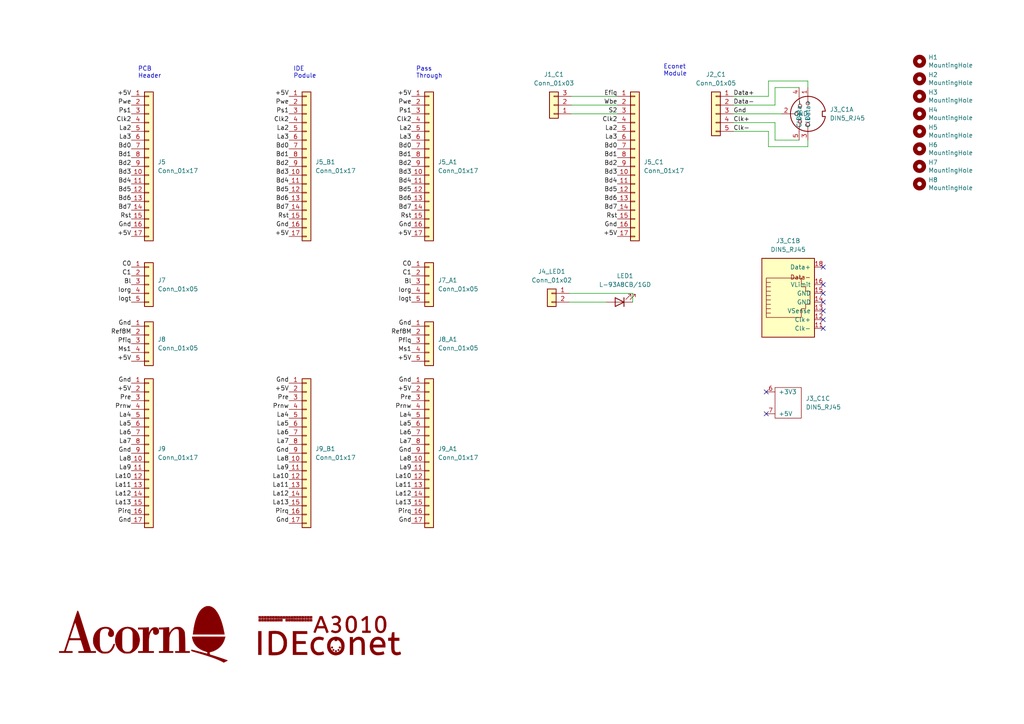
<source format=kicad_sch>
(kicad_sch (version 20230121) (generator eeschema)

  (uuid 8751d15e-7e37-464f-af55-1cc6dade268c)

  (paper "A4")

  (title_block
    (title "A3010 Podule Carrier")
    (date "2022-03-09")
    (rev "01")
    (company "Ken Lowe")
  )

  (lib_symbols
    (symbol "A3010_Podule_Carrier:Acorn_LOGO" (pin_names (offset 1.016)) (in_bom yes) (on_board yes)
      (property "Reference" "#G" (at 0 8.0985 0)
        (effects (font (size 1.27 1.27)) hide)
      )
      (property "Value" "Acorn_LOGO" (at 0 -8.0985 0)
        (effects (font (size 1.27 1.27)) hide)
      )
      (property "Footprint" "" (at 0 0 0)
        (effects (font (size 1.27 1.27)) hide)
      )
      (property "Datasheet" "" (at 0 0 0)
        (effects (font (size 1.27 1.27)) hide)
      )
      (symbol "Acorn_LOGO_0_0"
        (polyline
          (pts
            (xy 23.0613 0.9086)
            (xy 23.0575 0.93)
            (xy 22.8231 2.0627)
            (xy 22.5411 3.1375)
            (xy 22.2168 4.1418)
            (xy 21.8556 5.0632)
            (xy 21.4629 5.8892)
            (xy 21.044 6.6074)
            (xy 20.6043 7.2054)
            (xy 20.1491 7.6705)
            (xy 20.0282 7.7694)
            (xy 19.5084 8.0984)
            (xy 18.9694 8.2937)
            (xy 18.4243 8.3517)
            (xy 17.8863 8.2691)
            (xy 17.5083 8.1209)
            (xy 17.0358 7.8454)
            (xy 16.5887 7.4942)
            (xy 16.2124 7.0991)
            (xy 16.0134 6.834)
            (xy 15.5651 6.0945)
            (xy 15.1671 5.2219)
            (xy 14.8202 4.2189)
            (xy 14.5252 3.0882)
            (xy 14.2832 1.8326)
            (xy 14.0949 0.4549)
            (xy 14.0602 0.1456)
            (xy 23.1982 0.1456)
            (xy 23.0613 0.9086)
          )
          (stroke (width 0.01) (type default))
          (fill (type outline))
        )
        (polyline
          (pts
            (xy 2.6928 -4.7306)
            (xy 1.2372 -4.7306)
            (xy 1.2372 -2.9207)
            (xy 1.2381 -2.5775)
            (xy 1.2487 -1.8607)
            (xy 1.273 -1.262)
            (xy 1.3133 -0.7624)
            (xy 1.3721 -0.3427)
            (xy 1.4518 0.0159)
            (xy 1.5546 0.3327)
            (xy 1.6832 0.6265)
            (xy 1.7346 0.7269)
            (xy 1.9256 1.0403)
            (xy 2.1176 1.2748)
            (xy 2.2929 1.4114)
            (xy 2.4337 1.431)
            (xy 2.4424 1.4272)
            (xy 2.505 1.3554)
            (xy 2.5377 1.1969)
            (xy 2.5472 0.9227)
            (xy 2.549 0.7792)
            (xy 2.5693 0.5539)
            (xy 2.6237 0.3995)
            (xy 2.7257 0.2654)
            (xy 2.7399 0.2507)
            (xy 2.9782 0.1062)
            (xy 3.274 0.0594)
            (xy 3.5804 0.1106)
            (xy 3.8503 0.2601)
            (xy 4.004 0.4261)
            (xy 4.1519 0.7386)
            (xy 4.1905 1.0873)
            (xy 4.123 1.4394)
            (xy 3.9525 1.7622)
            (xy 3.6821 2.023)
            (xy 3.4553 2.1263)
            (xy 3.1159 2.1822)
            (xy 2.7557 2.163)
            (xy 2.4326 2.0668)
            (xy 2.283 1.9795)
            (xy 1.98 1.7132)
            (xy 1.6931 1.3498)
            (xy 1.4489 0.9203)
            (xy 1.2373 0.4731)
            (xy 1.2373 1.3384)
            (xy 1.2372 2.2037)
            (xy 0.8551 2.1578)
            (xy 0.7796 2.1505)
            (xy 0.5188 2.1352)
            (xy 0.1652 2.1228)
            (xy -0.2444 2.1144)
            (xy -0.6733 2.1113)
            (xy -1.8195 2.1106)
            (xy -1.8195 1.6012)
            (xy -0.4367 1.6012)
            (xy -0.4367 -4.7306)
            (xy -1.8195 -4.7306)
            (xy -1.8195 -5.1673)
            (xy 2.6928 -5.1673)
            (xy 2.6928 -4.7306)
          )
          (stroke (width 0.01) (type default))
          (fill (type outline))
        )
        (polyline
          (pts
            (xy 8.2968 -4.7306)
            (xy 7.1174 -4.7306)
            (xy 7.1503 -2.6746)
            (xy 7.1511 -2.6248)
            (xy 7.1633 -1.9737)
            (xy 7.1783 -1.4461)
            (xy 7.1993 -1.021)
            (xy 7.2293 -0.6777)
            (xy 7.2713 -0.3954)
            (xy 7.3284 -0.1533)
            (xy 7.4037 0.0693)
            (xy 7.5001 0.2933)
            (xy 7.6207 0.5394)
            (xy 7.7434 0.746)
            (xy 7.9825 1.0525)
            (xy 8.2602 1.3328)
            (xy 8.5414 1.5525)
            (xy 8.7907 1.6774)
            (xy 8.8363 1.6895)
            (xy 9.1063 1.73)
            (xy 9.3812 1.7341)
            (xy 9.5173 1.7183)
            (xy 9.7089 1.6495)
            (xy 9.8543 1.505)
            (xy 9.8859 1.4598)
            (xy 9.918 1.3992)
            (xy 9.9441 1.3187)
            (xy 9.965 1.2044)
            (xy 9.9815 1.0423)
            (xy 9.9942 0.8185)
            (xy 10.0039 0.519)
            (xy 10.0114 0.1298)
            (xy 10.0175 -0.363)
            (xy 10.0229 -0.9735)
            (xy 10.0283 -1.7155)
            (xy 10.0496 -4.7306)
            (xy 8.9518 -4.7306)
            (xy 8.9518 -5.1673)
            (xy 13.1002 -5.1673)
            (xy 13.1002 -4.7306)
            (xy 11.8053 -4.7306)
            (xy 11.7722 -2.1288)
            (xy 11.7668 -1.7234)
            (xy 11.7556 -1.0403)
            (xy 11.7415 -0.4787)
            (xy 11.7223 -0.0228)
            (xy 11.6958 0.3434)
            (xy 11.6597 0.6355)
            (xy 11.6118 0.8696)
            (xy 11.5499 1.0614)
            (xy 11.4719 1.2268)
            (xy 11.3753 1.3816)
            (xy 11.2582 1.5418)
            (xy 11.1645 1.6519)
            (xy 10.9206 1.8832)
            (xy 10.6656 2.0725)
            (xy 10.5752 2.1271)
            (xy 10.4004 2.2158)
            (xy 10.2263 2.2656)
            (xy 10.0043 2.2875)
            (xy 9.6856 2.2924)
            (xy 9.3576 2.2858)
            (xy 9.106 2.2578)
            (xy 8.8919 2.198)
            (xy 8.6607 2.0958)
            (xy 8.2341 1.826)
            (xy 7.787 1.3946)
            (xy 7.3915 0.8413)
            (xy 7.1323 0.4089)
            (xy 7.1323 1.3403)
            (xy 7.1317 1.6234)
            (xy 7.1271 1.9162)
            (xy 7.1152 2.1005)
            (xy 7.093 2.1981)
            (xy 7.0573 2.2306)
            (xy 7.005 2.2199)
            (xy 6.9088 2.2029)
            (xy 6.6875 2.1828)
            (xy 6.3699 2.1627)
            (xy 5.9819 2.1443)
            (xy 5.5494 2.129)
            (xy 4.2212 2.09)
            (xy 4.2212 1.6012)
            (xy 5.4584 1.6012)
            (xy 5.4584 -4.7306)
            (xy 4.2212 -4.7306)
            (xy 4.2212 -5.1673)
            (xy 8.2968 -5.1673)
            (xy 8.2968 -4.7306)
          )
          (stroke (width 0.01) (type default))
          (fill (type outline))
        )
        (polyline
          (pts
            (xy -11.0736 -5.3532)
            (xy -10.6589 -5.2928)
            (xy -10.3347 -5.1928)
            (xy -10.0592 -5.0413)
            (xy -9.6226 -4.6904)
            (xy -9.2394 -4.2456)
            (xy -8.9352 -3.7389)
            (xy -8.7359 -3.2023)
            (xy -8.7127 -3.1123)
            (xy -8.6554 -2.8942)
            (xy -8.6152 -2.7474)
            (xy -8.6096 -2.7253)
            (xy -8.6319 -2.6425)
            (xy -8.7673 -2.62)
            (xy -8.8948 -2.644)
            (xy -9.0006 -2.7474)
            (xy -9.1164 -3.0428)
            (xy -9.2985 -3.429)
            (xy -9.503 -3.8016)
            (xy -9.7067 -4.1193)
            (xy -9.8867 -4.3405)
            (xy -10.1281 -4.5574)
            (xy -10.4564 -4.7638)
            (xy -10.8242 -4.8819)
            (xy -11.2808 -4.9326)
            (xy -11.662 -4.9259)
            (xy -12.0059 -4.8572)
            (xy -12.2923 -4.7164)
            (xy -12.5249 -4.4948)
            (xy -12.7077 -4.1833)
            (xy -12.8445 -3.7731)
            (xy -12.9393 -3.2554)
            (xy -12.9957 -2.6212)
            (xy -13.0179 -1.8617)
            (xy -13.0095 -0.9679)
            (xy -13.0089 -0.9402)
            (xy -12.9883 -0.3153)
            (xy -12.957 0.1841)
            (xy -12.9107 0.5769)
            (xy -12.8457 0.8823)
            (xy -12.7577 1.1192)
            (xy -12.6429 1.3068)
            (xy -12.4971 1.4641)
            (xy -12.4444 1.5096)
            (xy -12.0656 1.7333)
            (xy -11.6134 1.8578)
            (xy -11.1256 1.872)
            (xy -10.998 1.8577)
            (xy -10.6116 1.7665)
            (xy -10.3519 1.6176)
            (xy -10.2221 1.4154)
            (xy -10.2256 1.1643)
            (xy -10.3657 0.8686)
            (xy -10.4677 0.6786)
            (xy -10.5452 0.3534)
            (xy -10.5143 0.0465)
            (xy -10.3914 -0.2208)
            (xy -10.1933 -0.4275)
            (xy -9.9366 -0.5523)
            (xy -9.6377 -0.5741)
            (xy -9.3134 -0.4718)
            (xy -9.0937 -0.2925)
            (xy -8.9345 -0.0092)
            (xy -8.8635 0.3342)
            (xy -8.8873 0.7043)
            (xy -9.0124 1.0677)
            (xy -9.0445 1.1262)
            (xy -9.2728 1.4312)
            (xy -9.5806 1.7302)
            (xy -9.9203 1.9815)
            (xy -10.2442 2.1435)
            (xy -10.848 2.2838)
            (xy -11.5102 2.3071)
            (xy -12.1712 2.2076)
            (xy -12.7942 1.9878)
            (xy -12.9061 1.9298)
            (xy -13.2733 1.6841)
            (xy -13.6517 1.3624)
            (xy -13.9981 1.0039)
            (xy -14.2694 0.6478)
            (xy -14.4724 0.287)
            (xy -14.7309 -0.3816)
            (xy -14.8787 -1.0939)
            (xy -14.9095 -1.8133)
            (xy -14.817 -2.5034)
            (xy -14.719 -2.8436)
            (xy -14.4402 -3.4758)
            (xy -14.0597 -4.0544)
            (xy -13.5964 -4.5569)
            (xy -13.0693 -4.9609)
            (xy -12.4972 -5.2441)
            (xy -12.3624 -5.2853)
            (xy -11.9752 -5.3506)
            (xy -11.529 -5.3729)
            (xy -11.0736 -5.3532)
          )
          (stroke (width 0.01) (type default))
          (fill (type outline))
        )
        (polyline
          (pts
            (xy -4.8711 -5.3683)
            (xy -4.8152 -5.3668)
            (xy -4.4746 -5.3531)
            (xy -4.2255 -5.3278)
            (xy -4.0205 -5.2803)
            (xy -3.8119 -5.1999)
            (xy -3.5523 -5.0763)
            (xy -3.4801 -5.0392)
            (xy -2.9978 -4.7223)
            (xy -2.5341 -4.3098)
            (xy -2.1298 -3.8423)
            (xy -1.826 -3.3607)
            (xy -1.6622 -2.9624)
            (xy -1.5163 -2.4455)
            (xy -1.4185 -1.9033)
            (xy -1.3829 -1.3975)
            (xy -1.3856 -1.2858)
            (xy -1.442 -0.8119)
            (xy -1.5591 -0.3051)
            (xy -1.7211 0.1753)
            (xy -1.9118 0.5701)
            (xy -2.0441 0.7663)
            (xy -2.3493 1.1291)
            (xy -2.71 1.4789)
            (xy -3.085 1.7772)
            (xy -3.4328 1.9855)
            (xy -3.4969 2.0149)
            (xy -4.1601 2.2355)
            (xy -4.8342 2.3188)
            (xy -5.5016 2.2696)
            (xy -6.1446 2.0925)
            (xy -6.7456 1.7922)
            (xy -7.287 1.3733)
            (xy -7.7512 0.8405)
            (xy -7.9818 0.4777)
            (xy -8.2741 -0.1724)
            (xy -8.445 -0.8499)
            (xy -8.4984 -1.5283)
            (xy -6.5135 -1.5283)
            (xy -6.5133 -1.2509)
            (xy -6.51 -0.619)
            (xy -6.5008 -0.1093)
            (xy -6.4829 0.2952)
            (xy -6.4537 0.6113)
            (xy -6.4107 0.856)
            (xy -6.351 1.0461)
            (xy -6.2722 1.1986)
            (xy -6.1715 1.3304)
            (xy -6.0464 1.4583)
            (xy -5.9119 1.5726)
            (xy -5.5306 1.7839)
            (xy -5.1179 1.8815)
            (xy -4.6995 1.8713)
            (xy -4.301 1.7593)
            (xy -3.9482 1.5513)
            (xy -3.6667 1.2531)
            (xy -3.4823 0.8707)
            (xy -3.4534 0.7106)
            (xy -3.427 0.4174)
            (xy -3.4063 0.0256)
            (xy -3.3913 -0.4404)
            (xy -3.382 -0.9563)
            (xy -3.3784 -1.4976)
            (xy -3.3805 -2.04)
            (xy -3.3885 -2.559)
            (xy -3.4022 -3.0302)
            (xy -3.4217 -3.4291)
            (xy -3.4471 -3.7315)
            (xy -3.4783 -3.9128)
            (xy -3.5419 -4.0773)
            (xy -3.7391 -4.3991)
            (xy -3.9961 -4.6729)
            (xy -4.2724 -4.8506)
            (xy -4.4255 -4.8971)
            (xy -4.7376 -4.9381)
            (xy -5.0827 -4.9397)
            (xy -5.403 -4.9027)
            (xy -5.6404 -4.8282)
            (xy -5.8535 -4.697)
            (xy -6.1733 -4.3816)
            (xy -6.3845 -3.9729)
            (xy -6.4162 -3.8719)
            (xy -6.448 -3.7315)
            (xy -6.4722 -3.5574)
            (xy -6.4898 -3.3309)
            (xy -6.5017 -3.0334)
            (xy -6.509 -2.6462)
            (xy -6.5126 -2.1507)
            (xy -6.5135 -1.5283)
            (xy -8.4984 -1.5283)
            (xy -8.4992 -1.5381)
            (xy -8.4414 -2.2203)
            (xy -8.2765 -2.88)
            (xy -8.0092 -3.5004)
            (xy -7.6442 -4.0649)
            (xy -7.1863 -4.557)
            (xy -6.6402 -4.9598)
            (xy -6.0107 -5.2568)
            (xy -5.8347 -5.3104)
            (xy -5.5881 -5.3537)
            (xy -5.2808 -5.3716)
            (xy -4.8711 -5.3683)
          )
          (stroke (width 0.01) (type default))
          (fill (type outline))
        )
        (polyline
          (pts
            (xy 23.0038 -7.977)
            (xy 23.1848 -7.8998)
            (xy 23.4141 -7.792)
            (xy 23.6555 -7.6719)
            (xy 23.8727 -7.5573)
            (xy 24.0296 -7.4663)
            (xy 24.0899 -7.417)
            (xy 24.0832 -7.4108)
            (xy 23.9775 -7.3641)
            (xy 23.7583 -7.2814)
            (xy 23.4446 -7.1691)
            (xy 23.0556 -7.0335)
            (xy 22.6102 -6.8811)
            (xy 22.1277 -6.7181)
            (xy 21.627 -6.551)
            (xy 21.1273 -6.3862)
            (xy 20.6476 -6.23)
            (xy 20.2071 -6.0889)
            (xy 19.8247 -5.9691)
            (xy 19.5197 -5.8772)
            (xy 19.3111 -5.8194)
            (xy 19.1061 -5.7634)
            (xy 18.9819 -5.6987)
            (xy 18.9224 -5.5918)
            (xy 18.8872 -5.4033)
            (xy 18.8754 -5.3115)
            (xy 18.8657 -5.1301)
            (xy 18.8818 -5.0383)
            (xy 18.8851 -5.0356)
            (xy 18.9852 -4.995)
            (xy 19.1835 -4.9338)
            (xy 19.441 -4.8643)
            (xy 20.0114 -4.6853)
            (xy 20.785 -4.3224)
            (xy 21.4836 -3.8481)
            (xy 22.095 -3.2745)
            (xy 22.6069 -2.6136)
            (xy 23.007 -1.8777)
            (xy 23.283 -1.0788)
            (xy 23.4184 -0.5458)
            (xy 18.648 -0.5271)
            (xy 18.3168 -0.5259)
            (xy 17.5128 -0.5237)
            (xy 16.7571 -0.5228)
            (xy 16.0618 -0.523)
            (xy 15.4391 -0.5243)
            (xy 14.9012 -0.5267)
            (xy 14.4601 -0.5301)
            (xy 14.1282 -0.5344)
            (xy 13.9174 -0.5397)
            (xy 13.8401 -0.5459)
            (xy 13.8316 -0.6039)
            (xy 13.8449 -0.7709)
            (xy 13.8812 -1.0013)
            (xy 14.0797 -1.7255)
            (xy 14.4152 -2.4357)
            (xy 14.8736 -3.0752)
            (xy 15.4506 -3.6398)
            (xy 16.1418 -4.1253)
            (xy 16.9428 -4.5273)
            (xy 17.8491 -4.8417)
            (xy 18.0649 -4.9069)
            (xy 18.1997 -4.9707)
            (xy 18.2562 -5.0512)
            (xy 18.2676 -5.1748)
            (xy 18.2398 -5.3355)
            (xy 18.17 -5.4277)
            (xy 18.1638 -5.4293)
            (xy 18.0441 -5.4198)
            (xy 17.8185 -5.3762)
            (xy 17.517 -5.3049)
            (xy 17.1692 -5.2124)
            (xy 17.0963 -5.192)
            (xy 16.583 -5.0505)
            (xy 16.0576 -4.9086)
            (xy 15.5391 -4.7711)
            (xy 15.0465 -4.6429)
            (xy 14.599 -4.5288)
            (xy 14.2156 -4.4338)
            (xy 13.9154 -4.3626)
            (xy 13.7174 -4.3202)
            (xy 13.6407 -4.3115)
            (xy 13.6193 -4.3641)
            (xy 13.5931 -4.5057)
            (xy 13.5917 -4.52)
            (xy 13.5976 -4.577)
            (xy 13.6369 -4.6288)
            (xy 13.7272 -4.6827)
            (xy 13.8864 -4.7461)
            (xy 14.1325 -4.8264)
            (xy 14.4831 -4.9308)
            (xy 14.9561 -5.0668)
            (xy 14.9821 -5.0742)
            (xy 16.1284 -5.4085)
            (xy 17.2337 -5.7441)
            (xy 18.2728 -6.0729)
            (xy 19.2202 -6.3871)
            (xy 20.0507 -6.6785)
            (xy 20.479 -6.8396)
            (xy 20.9404 -7.0236)
            (xy 21.3949 -7.214)
            (xy 21.8209 -7.4011)
            (xy 22.1969 -7.5753)
            (xy 22.5015 -7.7267)
            (xy 22.713 -7.8459)
            (xy 22.8101 -7.9229)
            (xy 22.8322 -7.9533)
            (xy 22.9083 -8.0057)
            (xy 23.0038 -7.977)
          )
          (stroke (width 0.01) (type default))
          (fill (type outline))
        )
        (polyline
          (pts
            (xy -20.8877 -4.7306)
            (xy -21.8752 -4.7306)
            (xy -22.2207 -4.7297)
            (xy -22.5097 -4.7245)
            (xy -22.6928 -4.7121)
            (xy -22.7916 -4.6897)
            (xy -22.8275 -4.6544)
            (xy -22.8219 -4.6033)
            (xy -22.8148 -4.5812)
            (xy -22.766 -4.4335)
            (xy -22.681 -4.1777)
            (xy -22.5673 -3.836)
            (xy -22.4322 -3.4307)
            (xy -22.2831 -2.9839)
            (xy -21.7849 -1.492)
            (xy -18.4695 -1.492)
            (xy -17.9683 -3.0878)
            (xy -17.8865 -3.3487)
            (xy -17.7518 -3.7795)
            (xy -17.6364 -4.1505)
            (xy -17.5464 -4.4419)
            (xy -17.4879 -4.6341)
            (xy -17.4671 -4.7072)
            (xy -17.5275 -4.7159)
            (xy -17.7061 -4.7235)
            (xy -17.9745 -4.7287)
            (xy -18.3041 -4.7306)
            (xy -19.141 -4.7306)
            (xy -19.141 -5.1673)
            (xy -14.1192 -5.1673)
            (xy -14.1192 -4.7306)
            (xy -14.8288 -4.7302)
            (xy -15.5384 -4.7297)
            (xy -17.3607 1.1104)
            (xy -17.5435 1.696)
            (xy -17.8495 2.6742)
            (xy -18.1171 3.5262)
            (xy -18.349 4.2604)
            (xy -18.548 4.8852)
            (xy -18.7171 5.4091)
            (xy -18.8591 5.8403)
            (xy -18.9766 6.1874)
            (xy -19.0726 6.4586)
            (xy -19.1499 6.6625)
            (xy -19.2113 6.8073)
            (xy -19.2596 6.9015)
            (xy -19.2977 6.9535)
            (xy -19.3283 6.9717)
            (xy -19.347 6.977)
            (xy -19.365 6.984)
            (xy -19.3826 6.9855)
            (xy -19.4022 6.9743)
            (xy -19.4264 6.9436)
            (xy -19.4574 6.8863)
            (xy -19.4976 6.7955)
            (xy -19.5496 6.6641)
            (xy -19.6156 6.4853)
            (xy -19.698 6.2519)
            (xy -19.7993 5.9571)
            (xy -19.9219 5.5938)
            (xy -20.0682 5.155)
            (xy -20.2405 4.6337)
            (xy -20.4412 4.0231)
            (xy -20.6728 3.316)
            (xy -20.9377 2.5055)
            (xy -21.2382 1.5845)
            (xy -21.5768 0.5463)
            (xy -21.9558 -0.6164)
            (xy -22.0544 -0.9189)
            (xy -21.6027 -0.9189)
            (xy -21.587 -0.8584)
            (xy -21.5254 -0.6471)
            (xy -21.4312 -0.3423)
            (xy -21.3108 0.0367)
            (xy -21.1706 0.4706)
            (xy -21.0171 0.94)
            (xy -20.8567 1.4257)
            (xy -20.6958 1.9081)
            (xy -20.5409 2.3681)
            (xy -20.3985 2.7862)
            (xy -20.2749 3.1432)
            (xy -20.1765 3.4196)
            (xy -20.1099 3.5961)
            (xy -20.0815 3.6535)
            (xy -20.074 3.636)
            (xy -20.0291 3.5052)
            (xy -19.9503 3.2638)
            (xy -19.8438 2.9315)
            (xy -19.7157 2.528)
            (xy -19.5724 2.0732)
            (xy -19.4199 1.5867)
            (xy -19.2644 1.0882)
            (xy -19.1121 0.5976)
            (xy -18.9693 0.1346)
            (xy -18.842 -0.2811)
            (xy -18.7364 -0.6297)
            (xy -18.6588 -0.8915)
            (xy -18.6553 -0.9056)
            (xy -18.66 -0.9449)
            (xy -18.7034 -0.974)
            (xy -18.8033 -0.9943)
            (xy -18.9775 -1.0074)
            (xy -19.2438 -1.0148)
            (xy -19.62 -1.0181)
            (xy -20.124 -1.0189)
            (xy -20.3166 -1.0187)
            (xy -20.7853 -1.0161)
            (xy -21.1305 -1.0093)
            (xy -21.3685 -0.9973)
            (xy -21.5156 -0.9789)
            (xy -21.5882 -0.9532)
            (xy -21.6027 -0.9189)
            (xy -22.0544 -0.9189)
            (xy -22.3777 -1.9104)
            (xy -23.2973 -4.7306)
            (xy -24.745 -4.7306)
            (xy -24.745 -5.1673)
            (xy -20.8877 -5.1673)
            (xy -20.8877 -4.7306)
          )
          (stroke (width 0.01) (type default))
          (fill (type outline))
        )
      )
    )
    (symbol "A3010_Podule_Carrier:DIN5_RJ45" (pin_names (offset 1.016)) (in_bom yes) (on_board yes)
      (property "Reference" "J" (at 3.175 5.715 0)
        (effects (font (size 1.27 1.27)))
      )
      (property "Value" "DIN5_RJ45" (at 0 -5.08 0)
        (effects (font (size 1.27 1.27)))
      )
      (property "Footprint" "A3010_Podule_Carrier:CombinedDIN5RJ45PinHeader90Deg" (at 0 0 0)
        (effects (font (size 1.27 1.27)) hide)
      )
      (property "Datasheet" "http://www.mouser.com/ds/2/18/40_c091_abd_e-75918.pdf" (at 0 0 0)
        (effects (font (size 1.27 1.27)) hide)
      )
      (property "ki_locked" "" (at 0 0 0)
        (effects (font (size 1.27 1.27)))
      )
      (property "ki_keywords" "circular DIN connector stereo audio" (at 0 0 0)
        (effects (font (size 1.27 1.27)) hide)
      )
      (property "ki_description" "5-pin DIN connector (5-pin DIN-5 stereo)" (at 0 0 0)
        (effects (font (size 1.27 1.27)) hide)
      )
      (property "ki_fp_filters" "DIN*" (at 0 0 0)
        (effects (font (size 1.27 1.27)) hide)
      )
      (symbol "DIN5_RJ45_1_1"
        (arc (start -5.08 0) (mid -3.8609 -3.3364) (end -0.762 -5.08)
          (stroke (width 0.254) (type default))
          (fill (type none))
        )
        (circle (center -3.048 0) (radius 0.508)
          (stroke (width 0) (type default))
          (fill (type none))
        )
        (circle (center -2.286 2.286) (radius 0.508)
          (stroke (width 0) (type default))
          (fill (type none))
        )
        (polyline
          (pts
            (xy -5.08 0)
            (xy -3.556 0)
          )
          (stroke (width 0) (type default))
          (fill (type none))
        )
        (polyline
          (pts
            (xy 0 5.08)
            (xy 0 3.81)
          )
          (stroke (width 0) (type default))
          (fill (type none))
        )
        (polyline
          (pts
            (xy 5.08 0)
            (xy 3.556 0)
          )
          (stroke (width 0) (type default))
          (fill (type none))
        )
        (polyline
          (pts
            (xy -5.08 2.54)
            (xy -4.318 2.54)
            (xy -2.794 2.286)
          )
          (stroke (width 0) (type default))
          (fill (type none))
        )
        (polyline
          (pts
            (xy 5.08 2.54)
            (xy 4.318 2.54)
            (xy 2.794 2.286)
          )
          (stroke (width 0) (type default))
          (fill (type none))
        )
        (polyline
          (pts
            (xy -0.762 -4.953)
            (xy -0.762 -4.191)
            (xy 0.762 -4.191)
            (xy 0.762 -4.953)
          )
          (stroke (width 0.254) (type default))
          (fill (type none))
        )
        (circle (center 0 3.302) (radius 0.508)
          (stroke (width 0) (type default))
          (fill (type none))
        )
        (arc (start 0.762 -5.08) (mid 3.8685 -3.343) (end 5.08 0)
          (stroke (width 0.254) (type default))
          (fill (type none))
        )
        (circle (center 2.286 2.286) (radius 0.508)
          (stroke (width 0) (type default))
          (fill (type none))
        )
        (circle (center 3.048 0) (radius 0.508)
          (stroke (width 0) (type default))
          (fill (type none))
        )
        (arc (start 5.08 0) (mid 0 5.0579) (end -5.08 0)
          (stroke (width 0.254) (type default))
          (fill (type none))
        )
        (pin passive line (at -7.62 0 0) (length 2.54)
          (name "Data+" (effects (font (size 1.27 1.27))))
          (number "1" (effects (font (size 1.27 1.27))))
        )
        (pin passive line (at 0 7.62 270) (length 2.54)
          (name "GND" (effects (font (size 1.27 1.27))))
          (number "2" (effects (font (size 1.27 1.27))))
        )
        (pin passive line (at 7.62 0 180) (length 2.54)
          (name "Clk-" (effects (font (size 1.27 1.27))))
          (number "3" (effects (font (size 1.27 1.27))))
        )
        (pin passive line (at -7.62 2.54 0) (length 2.54)
          (name "Data-" (effects (font (size 1.27 1.27))))
          (number "4" (effects (font (size 1.27 1.27))))
        )
        (pin passive line (at 7.62 2.54 180) (length 2.54)
          (name "Clk+" (effects (font (size 1.27 1.27))))
          (number "5" (effects (font (size 1.27 1.27))))
        )
      )
      (symbol "DIN5_RJ45_2_0"
        (text "Data-" (at 7.874 4.572 0)
          (effects (font (size 1.27 1.27)) (justify right bottom))
        )
      )
      (symbol "DIN5_RJ45_2_1"
        (polyline
          (pts
            (xy -3.81 2.54)
            (xy -5.08 2.54)
          )
          (stroke (width 0) (type default))
          (fill (type none))
        )
        (polyline
          (pts
            (xy -3.81 3.81)
            (xy -5.08 3.81)
          )
          (stroke (width 0) (type default))
          (fill (type none))
        )
        (polyline
          (pts
            (xy -5.08 -5.08)
            (xy -3.81 -5.08)
            (xy -3.81 -5.08)
          )
          (stroke (width 0) (type default))
          (fill (type none))
        )
        (polyline
          (pts
            (xy -5.08 -3.81)
            (xy -3.81 -3.81)
            (xy -3.81 -3.81)
          )
          (stroke (width 0) (type default))
          (fill (type none))
        )
        (polyline
          (pts
            (xy -5.08 -2.54)
            (xy -3.81 -2.54)
            (xy -3.81 -2.54)
          )
          (stroke (width 0) (type default))
          (fill (type none))
        )
        (polyline
          (pts
            (xy -5.08 -1.27)
            (xy -3.81 -1.27)
            (xy -3.81 -1.27)
          )
          (stroke (width 0) (type default))
          (fill (type none))
        )
        (polyline
          (pts
            (xy -5.08 0)
            (xy -3.81 0)
            (xy -3.81 0)
          )
          (stroke (width 0) (type default))
          (fill (type none))
        )
        (polyline
          (pts
            (xy -3.81 1.27)
            (xy -5.08 1.27)
            (xy -5.08 1.27)
          )
          (stroke (width 0) (type default))
          (fill (type none))
        )
        (polyline
          (pts
            (xy -5.08 -6.35)
            (xy -5.08 5.08)
            (xy 5.08 5.08)
            (xy 5.08 2.54)
            (xy 6.35 2.54)
            (xy 6.35 1.27)
            (xy 7.62 1.27)
            (xy 7.62 -2.54)
            (xy 6.35 -2.54)
            (xy 6.35 -3.81)
            (xy 5.08 -3.81)
            (xy 5.08 -6.35)
            (xy -5.08 -6.35)
            (xy -5.08 -6.35)
          )
          (stroke (width 0) (type default))
          (fill (type none))
        )
        (rectangle (start 8.89 10.795) (end -6.35 -12.065)
          (stroke (width 0.254) (type default))
          (fill (type background))
        )
        (pin passive line (at 11.43 -9.525 180) (length 2.54)
          (name "Clk-" (effects (font (size 1.27 1.27))))
          (number "11" (effects (font (size 1.27 1.27))))
        )
        (pin passive line (at 11.43 -6.985 180) (length 2.54)
          (name "Clk+" (effects (font (size 1.27 1.27))))
          (number "12" (effects (font (size 1.27 1.27))))
        )
        (pin passive line (at 11.43 -4.445 180) (length 2.54)
          (name "VSense" (effects (font (size 1.27 1.27))))
          (number "13" (effects (font (size 1.27 1.27))))
        )
        (pin passive line (at 11.43 -1.905 180) (length 2.54)
          (name "GND" (effects (font (size 1.27 1.27))))
          (number "14" (effects (font (size 1.27 1.27))))
        )
        (pin passive line (at 11.43 0.635 180) (length 2.54)
          (name "GND" (effects (font (size 1.27 1.27))))
          (number "15" (effects (font (size 1.27 1.27))))
        )
        (pin passive line (at 11.43 3.175 180) (length 2.54)
          (name "VLimit" (effects (font (size 1.27 1.27))))
          (number "16" (effects (font (size 1.27 1.27))))
        )
        (pin passive line (at 11.43 8.255 180) (length 2.54)
          (name "Data+" (effects (font (size 1.27 1.27))))
          (number "18" (effects (font (size 1.27 1.27))))
        )
      )
      (symbol "DIN5_RJ45_3_1"
        (rectangle (start -3.81 5.08) (end 3.81 -3.81)
          (stroke (width 0) (type default))
          (fill (type none))
        )
        (pin power_in line (at -6.35 3.81 0) (length 2.54)
          (name "+3V3" (effects (font (size 1.27 1.27))))
          (number "6" (effects (font (size 1.27 1.27))))
        )
        (pin power_in line (at -6.35 -2.54 0) (length 2.54)
          (name "+5V" (effects (font (size 1.27 1.27))))
          (number "7" (effects (font (size 1.27 1.27))))
        )
      )
    )
    (symbol "A3010_Podule_Carrier:IDEconet_LOGO" (pin_names (offset 1.016)) (in_bom yes) (on_board yes)
      (property "Reference" "#G" (at 0 8.5168 0)
        (effects (font (size 1.27 1.27)) hide)
      )
      (property "Value" "IDEconet_LOGO" (at 0 -8.5168 0)
        (effects (font (size 1.27 1.27)) hide)
      )
      (property "Footprint" "" (at 0 0 0)
        (effects (font (size 1.27 1.27)) hide)
      )
      (property "Datasheet" "" (at 0 0 0)
        (effects (font (size 1.27 1.27)) hide)
      )
      (symbol "IDEconet_LOGO_0_0"
        (polyline
          (pts
            (xy -20.0655 1.0767)
            (xy -20.9464 1.0767)
            (xy -20.9464 -5.7749)
            (xy -20.0655 -5.7749)
            (xy -20.0655 1.0767)
          )
          (stroke (width 0.01) (type default))
          (fill (type outline))
        )
        (polyline
          (pts
            (xy -9.6045 3.9252)
            (xy -9.2742 3.9397)
            (xy -9.2742 4.5759)
            (xy -9.9348 4.6049)
            (xy -9.9348 3.9108)
            (xy -9.6045 3.9252)
          )
          (stroke (width 0.01) (type default))
          (fill (type outline))
        )
        (polyline
          (pts
            (xy -9.6045 4.7572)
            (xy -9.2742 4.7717)
            (xy -9.2742 5.4079)
            (xy -9.9348 5.4369)
            (xy -9.9348 4.7428)
            (xy -9.6045 4.7572)
          )
          (stroke (width 0.01) (type default))
          (fill (type outline))
        )
        (polyline
          (pts
            (xy -14.741 5.0776)
            (xy -14.7555 5.4079)
            (xy -15.3917 5.4079)
            (xy -15.4062 5.0776)
            (xy -15.4206 4.7472)
            (xy -14.7265 4.7472)
            (xy -14.741 5.0776)
          )
          (stroke (width 0.01) (type default))
          (fill (type outline))
        )
        (polyline
          (pts
            (xy -13.9579 5.0776)
            (xy -13.9724 5.4079)
            (xy -14.6086 5.4079)
            (xy -14.6231 5.0776)
            (xy -14.6376 4.7472)
            (xy -13.9435 4.7472)
            (xy -13.9579 5.0776)
          )
          (stroke (width 0.01) (type default))
          (fill (type outline))
        )
        (polyline
          (pts
            (xy -13.1749 5.0776)
            (xy -13.1894 5.4079)
            (xy -13.8256 5.4079)
            (xy -13.8401 5.0776)
            (xy -13.8545 4.7472)
            (xy -13.1604 4.7472)
            (xy -13.1749 5.0776)
          )
          (stroke (width 0.01) (type default))
          (fill (type outline))
        )
        (polyline
          (pts
            (xy -12.3919 5.0776)
            (xy -12.4063 5.4079)
            (xy -13.0426 5.4079)
            (xy -13.057 5.0776)
            (xy -13.0715 4.7472)
            (xy -12.3774 4.7472)
            (xy -12.3919 5.0776)
          )
          (stroke (width 0.01) (type default))
          (fill (type outline))
        )
        (polyline
          (pts
            (xy -11.6088 5.0776)
            (xy -11.6233 5.4079)
            (xy -12.2595 5.4079)
            (xy -12.274 5.0776)
            (xy -12.2885 4.7472)
            (xy -11.5943 4.7472)
            (xy -11.6088 5.0776)
          )
          (stroke (width 0.01) (type default))
          (fill (type outline))
        )
        (polyline
          (pts
            (xy -10.8258 5.0776)
            (xy -10.8402 5.4079)
            (xy -11.4765 5.4079)
            (xy -11.4909 5.0776)
            (xy -11.5054 4.7472)
            (xy -10.8113 4.7472)
            (xy -10.8258 5.0776)
          )
          (stroke (width 0.01) (type default))
          (fill (type outline))
        )
        (polyline
          (pts
            (xy -10.3875 3.9252)
            (xy -10.0572 3.9397)
            (xy -10.0572 4.5759)
            (xy -10.3875 4.5904)
            (xy -10.7179 4.6049)
            (xy -10.7179 3.9108)
            (xy -10.3875 3.9252)
          )
          (stroke (width 0.01) (type default))
          (fill (type outline))
        )
        (polyline
          (pts
            (xy -10.3875 4.7572)
            (xy -10.0572 4.7717)
            (xy -10.0572 5.4079)
            (xy -10.3875 5.4224)
            (xy -10.7179 5.4369)
            (xy -10.7179 4.7428)
            (xy -10.3875 4.7572)
          )
          (stroke (width 0.01) (type default))
          (fill (type outline))
        )
        (polyline
          (pts
            (xy -8.8215 3.9252)
            (xy -8.4911 3.9397)
            (xy -8.4911 4.5759)
            (xy -8.8215 4.5904)
            (xy -9.1518 4.6049)
            (xy -9.1518 3.9108)
            (xy -8.8215 3.9252)
          )
          (stroke (width 0.01) (type default))
          (fill (type outline))
        )
        (polyline
          (pts
            (xy -8.8215 4.7572)
            (xy -8.4911 4.7717)
            (xy -8.4911 5.4079)
            (xy -8.8215 5.4224)
            (xy -9.1518 5.4369)
            (xy -9.1518 4.7428)
            (xy -8.8215 4.7572)
          )
          (stroke (width 0.01) (type default))
          (fill (type outline))
        )
        (polyline
          (pts
            (xy -5.6893 3.9252)
            (xy -5.3589 3.9397)
            (xy -5.3589 4.5759)
            (xy -5.6893 4.5904)
            (xy -6.0196 4.6049)
            (xy -6.0196 3.9108)
            (xy -5.6893 3.9252)
          )
          (stroke (width 0.01) (type default))
          (fill (type outline))
        )
        (polyline
          (pts
            (xy -5.6893 4.7572)
            (xy -5.3589 4.7717)
            (xy -5.3589 5.4079)
            (xy -5.6893 5.4224)
            (xy -6.0196 5.4369)
            (xy -6.0196 4.7428)
            (xy -5.6893 4.7572)
          )
          (stroke (width 0.01) (type default))
          (fill (type outline))
        )
        (polyline
          (pts
            (xy -7.8798 3.9198)
            (xy -7.7748 3.9459)
            (xy -7.7235 4.0126)
            (xy -7.711 4.1388)
            (xy -7.7227 4.3435)
            (xy -7.742 4.6004)
            (xy -8.3688 4.6004)
            (xy -8.3688 3.9152)
            (xy -8.0533 3.9152)
            (xy -7.8798 3.9198)
          )
          (stroke (width 0.01) (type default))
          (fill (type outline))
        )
        (polyline
          (pts
            (xy -7.0864 3.9194)
            (xy -6.9888 3.9445)
            (xy -6.9421 4.0098)
            (xy -6.9314 4.1344)
            (xy -6.9418 4.3375)
            (xy -6.9585 4.6004)
            (xy -7.5857 4.6004)
            (xy -7.5857 3.9152)
            (xy -7.2499 3.9152)
            (xy -7.0864 3.9194)
          )
          (stroke (width 0.01) (type default))
          (fill (type outline))
        )
        (polyline
          (pts
            (xy -7.0864 4.7514)
            (xy -6.9888 4.7765)
            (xy -6.9421 4.8418)
            (xy -6.9314 4.9664)
            (xy -6.9418 5.1695)
            (xy -6.9585 5.4324)
            (xy -7.5857 5.4324)
            (xy -7.5857 4.7472)
            (xy -7.2499 4.7472)
            (xy -7.0864 4.7514)
          )
          (stroke (width 0.01) (type default))
          (fill (type outline))
        )
        (polyline
          (pts
            (xy -6.3033 3.9194)
            (xy -6.2057 3.9445)
            (xy -6.1591 4.0098)
            (xy -6.1484 4.1344)
            (xy -6.1587 4.3375)
            (xy -6.1755 4.6004)
            (xy -6.8027 4.6004)
            (xy -6.8027 3.9152)
            (xy -6.4668 3.9152)
            (xy -6.3033 3.9194)
          )
          (stroke (width 0.01) (type default))
          (fill (type outline))
        )
        (polyline
          (pts
            (xy -6.3033 4.7514)
            (xy -6.2057 4.7765)
            (xy -6.1591 4.8418)
            (xy -6.1484 4.9664)
            (xy -6.1587 5.1695)
            (xy -6.1755 5.4324)
            (xy -6.8027 5.4324)
            (xy -6.8027 4.7472)
            (xy -6.4668 4.7472)
            (xy -6.3033 4.7514)
          )
          (stroke (width 0.01) (type default))
          (fill (type outline))
        )
        (polyline
          (pts
            (xy -17.8632 5.4324)
            (xy -18.4903 5.4324)
            (xy -18.5097 5.151)
            (xy -18.5158 5.03)
            (xy -18.5168 4.8883)
            (xy -18.509 4.8084)
            (xy -18.4895 4.7867)
            (xy -18.3793 4.7572)
            (xy -18.176 4.7472)
            (xy -17.8632 4.7472)
            (xy -17.8632 5.4324)
          )
          (stroke (width 0.01) (type default))
          (fill (type outline))
        )
        (polyline
          (pts
            (xy -7.9442 4.7496)
            (xy -7.7866 4.7693)
            (xy -7.723 4.8084)
            (xy -7.7165 4.8585)
            (xy -7.715 4.9867)
            (xy -7.7223 5.151)
            (xy -7.7416 5.4324)
            (xy -8.3688 5.4324)
            (xy -8.3688 4.7472)
            (xy -8.0559 4.7472)
            (xy -7.9442 4.7496)
          )
          (stroke (width 0.01) (type default))
          (fill (type outline))
        )
        (polyline
          (pts
            (xy -20.2123 4.6049)
            (xy -20.5427 4.5904)
            (xy -20.873 4.5759)
            (xy -20.8791 4.2823)
            (xy -20.8796 4.1489)
            (xy -20.8744 4.0172)
            (xy -20.864 3.9519)
            (xy -20.8146 3.9343)
            (xy -20.6928 3.9205)
            (xy -20.5275 3.9152)
            (xy -20.2123 3.9152)
            (xy -20.2123 4.6049)
          )
          (stroke (width 0.01) (type default))
          (fill (type outline))
        )
        (polyline
          (pts
            (xy -20.2123 5.4369)
            (xy -20.5427 5.4224)
            (xy -20.873 5.4079)
            (xy -20.882 5.1387)
            (xy -20.8839 5.0306)
            (xy -20.8808 4.8891)
            (xy -20.8713 4.8084)
            (xy -20.851 4.7862)
            (xy -20.739 4.757)
            (xy -20.532 4.7472)
            (xy -20.2123 4.7472)
            (xy -20.2123 5.4369)
          )
          (stroke (width 0.01) (type default))
          (fill (type outline))
        )
        (polyline
          (pts
            (xy -19.4293 4.6004)
            (xy -20.0564 4.6004)
            (xy -20.0732 4.3375)
            (xy -20.0782 4.2367)
            (xy -20.0801 4.0874)
            (xy -20.0741 3.9949)
            (xy -20.0677 3.9754)
            (xy -20.023 3.9387)
            (xy -19.9219 3.9203)
            (xy -19.7438 3.9152)
            (xy -19.4293 3.9152)
            (xy -19.4293 4.6004)
          )
          (stroke (width 0.01) (type default))
          (fill (type outline))
        )
        (polyline
          (pts
            (xy -19.4293 5.4324)
            (xy -20.0564 5.4324)
            (xy -20.0732 5.1695)
            (xy -20.0782 5.0687)
            (xy -20.0801 4.9194)
            (xy -20.0741 4.8269)
            (xy -20.0677 4.8073)
            (xy -20.023 4.7706)
            (xy -19.9219 4.7523)
            (xy -19.7438 4.7472)
            (xy -19.4293 4.7472)
            (xy -19.4293 5.4324)
          )
          (stroke (width 0.01) (type default))
          (fill (type outline))
        )
        (polyline
          (pts
            (xy -18.6462 4.6004)
            (xy -19.2734 4.6004)
            (xy -19.2901 4.3375)
            (xy -19.2951 4.2367)
            (xy -19.2971 4.0874)
            (xy -19.2911 3.9949)
            (xy -19.2847 3.9754)
            (xy -19.24 3.9387)
            (xy -19.1389 3.9203)
            (xy -18.9607 3.9152)
            (xy -18.6462 3.9152)
            (xy -18.6462 4.6004)
          )
          (stroke (width 0.01) (type default))
          (fill (type outline))
        )
        (polyline
          (pts
            (xy -18.6462 5.4324)
            (xy -19.2734 5.4324)
            (xy -19.2901 5.1695)
            (xy -19.2951 5.0687)
            (xy -19.2971 4.9194)
            (xy -19.2911 4.8269)
            (xy -19.2847 4.8073)
            (xy -19.24 4.7706)
            (xy -19.1389 4.7523)
            (xy -18.9607 4.7472)
            (xy -18.6462 4.7472)
            (xy -18.6462 5.4324)
          )
          (stroke (width 0.01) (type default))
          (fill (type outline))
        )
        (polyline
          (pts
            (xy -17.8632 4.6004)
            (xy -18.4899 4.6004)
            (xy -18.5093 4.3435)
            (xy -18.5147 4.2491)
            (xy -18.5164 4.0975)
            (xy -18.5083 4.0009)
            (xy -18.4983 3.9743)
            (xy -18.4516 3.9377)
            (xy -18.3514 3.9199)
            (xy -18.1756 3.9152)
            (xy -17.8632 3.9152)
            (xy -17.8632 4.6004)
          )
          (stroke (width 0.01) (type default))
          (fill (type outline))
        )
        (polyline
          (pts
            (xy -17.0801 4.6049)
            (xy -17.4105 4.5904)
            (xy -17.7408 4.5759)
            (xy -17.7469 4.2823)
            (xy -17.7474 4.1489)
            (xy -17.7422 4.0172)
            (xy -17.7318 3.9519)
            (xy -17.6824 3.9343)
            (xy -17.5607 3.9205)
            (xy -17.3953 3.9152)
            (xy -17.0801 3.9152)
            (xy -17.0801 4.6049)
          )
          (stroke (width 0.01) (type default))
          (fill (type outline))
        )
        (polyline
          (pts
            (xy -17.0801 5.4369)
            (xy -17.4105 5.4224)
            (xy -17.7408 5.4079)
            (xy -17.7498 5.1387)
            (xy -17.7517 5.0306)
            (xy -17.7486 4.8891)
            (xy -17.7391 4.8084)
            (xy -17.7188 4.7862)
            (xy -17.6068 4.757)
            (xy -17.3998 4.7472)
            (xy -17.0801 4.7472)
            (xy -17.0801 5.4369)
          )
          (stroke (width 0.01) (type default))
          (fill (type outline))
        )
        (polyline
          (pts
            (xy -16.2971 4.6049)
            (xy -16.6274 4.5904)
            (xy -16.9578 4.5759)
            (xy -16.9728 4.3126)
            (xy -16.9765 4.2104)
            (xy -16.974 4.0668)
            (xy -16.9621 3.9823)
            (xy -16.9267 3.9491)
            (xy -16.8144 3.9233)
            (xy -16.6167 3.9152)
            (xy -16.2971 3.9152)
            (xy -16.2971 4.6049)
          )
          (stroke (width 0.01) (type default))
          (fill (type outline))
        )
        (polyline
          (pts
            (xy -16.2971 5.4369)
            (xy -16.6274 5.4224)
            (xy -16.9578 5.4079)
            (xy -16.9728 5.1446)
            (xy -16.9765 5.0424)
            (xy -16.974 4.8988)
            (xy -16.9621 4.8142)
            (xy -16.9267 4.781)
            (xy -16.8144 4.7553)
            (xy -16.6167 4.7472)
            (xy -16.2971 4.7472)
            (xy -16.2971 5.4369)
          )
          (stroke (width 0.01) (type default))
          (fill (type outline))
        )
        (polyline
          (pts
            (xy -15.514 4.6049)
            (xy -15.8444 4.5904)
            (xy -16.1747 4.5759)
            (xy -16.1897 4.3126)
            (xy -16.1935 4.2104)
            (xy -16.1909 4.0668)
            (xy -16.179 3.9823)
            (xy -16.1437 3.9491)
            (xy -16.0314 3.9233)
            (xy -15.8337 3.9152)
            (xy -15.514 3.9152)
            (xy -15.514 4.6049)
          )
          (stroke (width 0.01) (type default))
          (fill (type outline))
        )
        (polyline
          (pts
            (xy -15.514 5.4369)
            (xy -15.8444 5.4224)
            (xy -16.1747 5.4079)
            (xy -16.1897 5.1446)
            (xy -16.1935 5.0424)
            (xy -16.1909 4.8988)
            (xy -16.179 4.8142)
            (xy -16.1437 4.781)
            (xy -16.0314 4.7553)
            (xy -15.8337 4.7472)
            (xy -15.514 4.7472)
            (xy -15.514 5.4369)
          )
          (stroke (width 0.01) (type default))
          (fill (type outline))
        )
        (polyline
          (pts
            (xy -15.0511 3.9254)
            (xy -14.7555 3.9397)
            (xy -14.741 4.2701)
            (xy -14.7265 4.6004)
            (xy -15.4162 4.6004)
            (xy -15.4162 4.2904)
            (xy -15.4121 4.1411)
            (xy -15.3995 4.0095)
            (xy -15.3815 3.9458)
            (xy -15.3346 3.9318)
            (xy -15.2136 3.9231)
            (xy -15.0511 3.9254)
          )
          (stroke (width 0.01) (type default))
          (fill (type outline))
        )
        (polyline
          (pts
            (xy -14.2681 3.9254)
            (xy -13.9724 3.9397)
            (xy -13.9579 4.2701)
            (xy -13.9435 4.6004)
            (xy -14.6331 4.6004)
            (xy -14.6331 4.2904)
            (xy -14.629 4.1411)
            (xy -14.6165 4.0095)
            (xy -14.5984 3.9458)
            (xy -14.5516 3.9318)
            (xy -14.4305 3.9231)
            (xy -14.2681 3.9254)
          )
          (stroke (width 0.01) (type default))
          (fill (type outline))
        )
        (polyline
          (pts
            (xy -12.702 3.9254)
            (xy -12.4063 3.9397)
            (xy -12.3919 4.2701)
            (xy -12.3774 4.6004)
            (xy -13.067 4.6004)
            (xy -13.067 4.2904)
            (xy -13.0629 4.1411)
            (xy -13.0504 4.0095)
            (xy -13.0323 3.9458)
            (xy -12.9855 3.9318)
            (xy -12.8644 3.9231)
            (xy -12.702 3.9254)
          )
          (stroke (width 0.01) (type default))
          (fill (type outline))
        )
        (polyline
          (pts
            (xy -11.9189 3.9254)
            (xy -11.6233 3.9397)
            (xy -11.6088 4.2701)
            (xy -11.5943 4.6004)
            (xy -12.284 4.6004)
            (xy -12.284 4.2904)
            (xy -12.2799 4.1411)
            (xy -12.2674 4.0095)
            (xy -12.2493 3.9458)
            (xy -12.2025 3.9318)
            (xy -12.0814 3.9231)
            (xy -11.9189 3.9254)
          )
          (stroke (width 0.01) (type default))
          (fill (type outline))
        )
        (polyline
          (pts
            (xy -11.1359 3.9254)
            (xy -10.8402 3.9397)
            (xy -10.8258 4.2701)
            (xy -10.8113 4.6004)
            (xy -11.5009 4.6004)
            (xy -11.5009 4.2904)
            (xy -11.4969 4.1411)
            (xy -11.4843 4.0095)
            (xy -11.4662 3.9458)
            (xy -11.4194 3.9318)
            (xy -11.2983 3.9231)
            (xy -11.1359 3.9254)
          )
          (stroke (width 0.01) (type default))
          (fill (type outline))
        )
        (polyline
          (pts
            (xy -6.8128 -5.3956)
            (xy -6.8271 -5.0164)
            (xy -8.4055 -5.0034)
            (xy -9.9838 -4.9905)
            (xy -9.9838 -2.5938)
            (xy -7.239 -2.5938)
            (xy -7.2676 -1.8352)
            (xy -9.9838 -1.8092)
            (xy -9.9838 0.2937)
            (xy -6.7986 0.2937)
            (xy -6.8128 0.6729)
            (xy -6.8271 1.0522)
            (xy -10.9137 1.0778)
            (xy -10.9137 -5.7749)
            (xy -6.7986 -5.7749)
            (xy -6.8128 -5.3956)
          )
          (stroke (width 0.01) (type default))
          (fill (type outline))
        )
        (polyline
          (pts
            (xy 0.4906 -3.8998)
            (xy 0.5763 -3.8277)
            (xy 0.6524 -3.7304)
            (xy 0.6852 -3.646)
            (xy 0.6776 -3.6074)
            (xy 0.6129 -3.5045)
            (xy 0.5131 -3.4151)
            (xy 0.416 -3.3769)
            (xy 0.376 -3.3851)
            (xy 0.2739 -3.4499)
            (xy 0.1849 -3.5481)
            (xy 0.1468 -3.6425)
            (xy 0.147 -3.6464)
            (xy 0.187 -3.7247)
            (xy 0.2758 -3.8138)
            (xy 0.284 -3.8201)
            (xy 0.3828 -3.8875)
            (xy 0.4471 -3.9152)
            (xy 0.4906 -3.8998)
          )
          (stroke (width 0.01) (type default))
          (fill (type outline))
        )
        (polyline
          (pts
            (xy 0.8821 -4.6339)
            (xy 0.9678 -4.5618)
            (xy 1.0439 -4.4645)
            (xy 1.0767 -4.3801)
            (xy 1.0691 -4.3415)
            (xy 1.0044 -4.2386)
            (xy 0.9046 -4.1492)
            (xy 0.8075 -4.111)
            (xy 0.7675 -4.1192)
            (xy 0.6655 -4.184)
            (xy 0.5765 -4.2822)
            (xy 0.5384 -4.3766)
            (xy 0.5386 -4.3805)
            (xy 0.5786 -4.4588)
            (xy 0.6673 -4.5479)
            (xy 0.6755 -4.5542)
            (xy 0.7744 -4.6216)
            (xy 0.8386 -4.6493)
            (xy 0.8821 -4.6339)
          )
          (stroke (width 0.01) (type default))
          (fill (type outline))
        )
        (polyline
          (pts
            (xy 1.6162 -4.9765)
            (xy 1.7019 -4.9044)
            (xy 1.778 -4.8071)
            (xy 1.8108 -4.7227)
            (xy 1.8032 -4.6841)
            (xy 1.7385 -4.5812)
            (xy 1.6387 -4.4918)
            (xy 1.5416 -4.4535)
            (xy 1.5016 -4.4618)
            (xy 1.3996 -4.5265)
            (xy 1.3106 -4.6248)
            (xy 1.2725 -4.7192)
            (xy 1.2727 -4.723)
            (xy 1.3127 -4.8013)
            (xy 1.4014 -4.8905)
            (xy 1.4096 -4.8968)
            (xy 1.5085 -4.9642)
            (xy 1.5727 -4.9919)
            (xy 1.6162 -4.9765)
          )
          (stroke (width 0.01) (type default))
          (fill (type outline))
        )
        (polyline
          (pts
            (xy 2.3503 -4.6339)
            (xy 2.436 -4.5618)
            (xy 2.5121 -4.4645)
            (xy 2.5449 -4.3801)
            (xy 2.5373 -4.3415)
            (xy 2.4726 -4.2386)
            (xy 2.3728 -4.1492)
            (xy 2.2758 -4.111)
            (xy 2.2357 -4.1192)
            (xy 2.1337 -4.184)
            (xy 2.0447 -4.2822)
            (xy 2.0066 -4.3766)
            (xy 2.0068 -4.3805)
            (xy 2.0468 -4.4588)
            (xy 2.1355 -4.5479)
            (xy 2.1437 -4.5542)
            (xy 2.2426 -4.6216)
            (xy 2.3068 -4.6493)
            (xy 2.3503 -4.6339)
          )
          (stroke (width 0.01) (type default))
          (fill (type outline))
        )
        (polyline
          (pts
            (xy 2.7418 -3.8998)
            (xy 2.8275 -3.8277)
            (xy 2.9036 -3.7304)
            (xy 2.9364 -3.646)
            (xy 2.9288 -3.6074)
            (xy 2.8641 -3.5045)
            (xy 2.7643 -3.4151)
            (xy 2.6673 -3.3769)
            (xy 2.6273 -3.3851)
            (xy 2.5252 -3.4499)
            (xy 2.4362 -3.5481)
            (xy 2.3981 -3.6425)
            (xy 2.3983 -3.6464)
            (xy 2.4383 -3.7247)
            (xy 2.5271 -3.8138)
            (xy 2.5352 -3.8201)
            (xy 2.6341 -3.8875)
            (xy 2.6983 -3.9152)
            (xy 2.7418 -3.8998)
          )
          (stroke (width 0.01) (type default))
          (fill (type outline))
        )
        (polyline
          (pts
            (xy 11.5989 1.1706)
            (xy 11.1951 1.1848)
            (xy 10.7914 1.1991)
            (xy 10.7786 3.3157)
            (xy 10.7658 5.4324)
            (xy 10.5381 5.4324)
            (xy 10.4852 5.4313)
            (xy 10.4018 5.4211)
            (xy 10.3157 5.3931)
            (xy 10.2121 5.3389)
            (xy 10.0759 5.2502)
            (xy 9.892 5.1185)
            (xy 9.6455 4.9357)
            (xy 9.4738 4.8074)
            (xy 9.2748 4.6586)
            (xy 9.1146 4.5387)
            (xy 9.0065 4.4576)
            (xy 8.9636 4.4252)
            (xy 8.9707 4.3989)
            (xy 9.0198 4.3115)
            (xy 9.1012 4.1868)
            (xy 9.1588 4.109)
            (xy 9.2519 4.0138)
            (xy 9.314 3.9968)
            (xy 9.3386 4.0133)
            (xy 9.4335 4.0825)
            (xy 9.5745 4.1884)
            (xy 9.7412 4.3159)
            (xy 9.8351 4.3874)
            (xy 9.984 4.4969)
            (xy 10.0935 4.5723)
            (xy 10.1449 4.6004)
            (xy 10.152 4.5643)
            (xy 10.1595 4.4407)
            (xy 10.1661 4.24)
            (xy 10.1717 3.9733)
            (xy 10.1759 3.6516)
            (xy 10.1787 3.2859)
            (xy 10.1796 2.8875)
            (xy 10.1796 1.1746)
            (xy 9.2008 1.1746)
            (xy 9.2008 0.6362)
            (xy 11.5989 0.6362)
            (xy 11.5989 1.1706)
          )
          (stroke (width 0.01) (type default))
          (fill (type outline))
        )
        (polyline
          (pts
            (xy 6.5091 -2.3867)
            (xy 6.6848 -2.1473)
            (xy 6.7426 -2.0716)
            (xy 7.0299 -1.7705)
            (xy 7.347 -1.5472)
            (xy 7.6825 -1.4083)
            (xy 8.0251 -1.3605)
            (xy 8.0335 -1.3605)
            (xy 8.314 -1.392)
            (xy 8.538 -1.49)
            (xy 8.7288 -1.6645)
            (xy 8.7412 -1.6793)
            (xy 8.8073 -1.7668)
            (xy 8.8614 -1.8602)
            (xy 8.9048 -1.9698)
            (xy 8.9385 -2.1057)
            (xy 8.9638 -2.2781)
            (xy 8.9818 -2.4974)
            (xy 8.9937 -2.7736)
            (xy 9.0008 -3.117)
            (xy 9.0042 -3.5379)
            (xy 9.005 -4.0464)
            (xy 9.005 -5.7749)
            (xy 9.886 -5.7749)
            (xy 9.8851 -4.0008)
            (xy 9.884 -3.5227)
            (xy 9.8798 -3.0468)
            (xy 9.8708 -2.6496)
            (xy 9.8555 -2.321)
            (xy 9.8324 -2.0505)
            (xy 9.8 -1.828)
            (xy 9.7566 -1.6431)
            (xy 9.7006 -1.4855)
            (xy 9.6307 -1.345)
            (xy 9.5451 -1.2114)
            (xy 9.4424 -1.0742)
            (xy 9.2623 -0.8971)
            (xy 8.9807 -0.7311)
            (xy 8.6449 -0.6218)
            (xy 8.272 -0.5746)
            (xy 7.8795 -0.5947)
            (xy 7.8421 -0.6002)
            (xy 7.5603 -0.6638)
            (xy 7.3097 -0.7695)
            (xy 7.0636 -0.9316)
            (xy 6.7951 -1.1641)
            (xy 6.4601 -1.48)
            (xy 6.4601 -0.6362)
            (xy 5.6282 -0.6362)
            (xy 5.6282 -5.7749)
            (xy 6.5091 -5.7749)
            (xy 6.5091 -2.3867)
          )
          (stroke (width 0.01) (type default))
          (fill (type outline))
        )
        (polyline
          (pts
            (xy 19.4455 -5.8523)
            (xy 19.7528 -5.8087)
            (xy 20.0166 -5.7334)
            (xy 20.1001 -5.7007)
            (xy 20.2639 -5.6322)
            (xy 20.3558 -5.575)
            (xy 20.3892 -5.5098)
            (xy 20.3775 -5.4176)
            (xy 20.334 -5.279)
            (xy 20.3026 -5.183)
            (xy 20.244 -5.0155)
            (xy 20.1953 -4.9223)
            (xy 20.1414 -4.8907)
            (xy 20.0669 -4.9078)
            (xy 19.9567 -4.9607)
            (xy 19.9043 -4.9852)
            (xy 19.7578 -5.0335)
            (xy 19.5808 -5.0583)
            (xy 19.34 -5.0653)
            (xy 19.1426 -5.0639)
            (xy 19.0116 -5.0539)
            (xy 18.9239 -5.0267)
            (xy 18.8521 -4.9738)
            (xy 18.7686 -4.8864)
            (xy 18.7253 -4.8349)
            (xy 18.6192 -4.6731)
            (xy 18.5522 -4.5193)
            (xy 18.5432 -4.471)
            (xy 18.5287 -4.314)
            (xy 18.5167 -4.0768)
            (xy 18.5076 -3.7707)
            (xy 18.5018 -3.4072)
            (xy 18.4997 -2.9976)
            (xy 18.4994 -1.6639)
            (xy 19.9187 -1.6639)
            (xy 19.9187 -0.8809)
            (xy 18.4994 -0.8809)
            (xy 18.4994 0.7386)
            (xy 18.1691 0.7241)
            (xy 17.8388 0.7097)
            (xy 17.7403 -0.0734)
            (xy 17.6419 -0.8564)
            (xy 17.1897 -0.8705)
            (xy 16.7376 -0.8846)
            (xy 16.7376 -1.6639)
            (xy 17.6185 -1.6639)
            (xy 17.6194 -2.9731)
            (xy 17.6211 -3.3663)
            (xy 17.628 -3.7828)
            (xy 17.6416 -4.1236)
            (xy 17.663 -4.401)
            (xy 17.6938 -4.6271)
            (xy 17.7352 -4.8144)
            (xy 17.7887 -4.975)
            (xy 17.8554 -5.1213)
            (xy 17.8781 -5.1627)
            (xy 18.0652 -5.4114)
            (xy 18.3096 -5.6266)
            (xy 18.5764 -5.7768)
            (xy 18.5922 -5.783)
            (xy 18.8322 -5.8404)
            (xy 19.1276 -5.8632)
            (xy 19.4455 -5.8523)
          )
          (stroke (width 0.01) (type default))
          (fill (type outline))
        )
        (polyline
          (pts
            (xy -0.8917 0.6647)
            (xy -0.7636 0.7221)
            (xy -0.6533 0.7732)
            (xy -0.6074 0.7969)
            (xy -0.6081 0.8003)
            (xy -0.6318 0.8679)
            (xy -0.687 1.0159)
            (xy -0.7703 1.2356)
            (xy -0.8785 1.5184)
            (xy -1.0081 1.8557)
            (xy -1.156 2.2388)
            (xy -1.3187 2.659)
            (xy -1.493 3.1077)
            (xy -2.3877 5.4079)
            (xy -2.7477 5.4217)
            (xy -3.1077 5.4354)
            (xy -4.0212 3.1215)
            (xy -4.2438 2.5575)
            (xy -3.6216 2.5575)
            (xy -3.6192 2.5708)
            (xy -3.5905 2.6627)
            (xy -3.5342 2.8232)
            (xy -3.4564 3.0364)
            (xy -3.3632 3.2861)
            (xy -3.2608 3.5563)
            (xy -3.1554 3.831)
            (xy -3.053 4.094)
            (xy -2.9599 4.3295)
            (xy -2.8821 4.5212)
            (xy -2.8259 4.6532)
            (xy -2.7973 4.7094)
            (xy -2.7955 4.7096)
            (xy -2.7656 4.6611)
            (xy -2.7069 4.5355)
            (xy -2.6246 4.3452)
            (xy -2.5237 4.1026)
            (xy -2.4092 3.8201)
            (xy -2.2862 3.5102)
            (xy -2.1598 3.1853)
            (xy -2.035 2.8579)
            (xy -1.9168 2.5404)
            (xy -1.9389 2.5289)
            (xy -2.0445 2.5155)
            (xy -2.2254 2.5051)
            (xy -2.4686 2.4984)
            (xy -2.761 2.496)
            (xy -2.864 2.4961)
            (xy -3.1642 2.4988)
            (xy -3.3797 2.5056)
            (xy -3.5209 2.5171)
            (xy -3.5981 2.5341)
            (xy -3.6216 2.5575)
            (xy -4.2438 2.5575)
            (xy -4.9346 0.8075)
            (xy -4.7063 0.6981)
            (xy -4.6207 0.6597)
            (xy -4.4981 0.615)
            (xy -4.4293 0.6042)
            (xy -4.4201 0.6128)
            (xy -4.3758 0.6922)
            (xy -4.3084 0.8405)
            (xy -4.2253 1.0409)
            (xy -4.134 1.2765)
            (xy -3.8872 1.9332)
            (xy -1.6874 1.9594)
            (xy -1.1668 0.543)
            (xy -0.8917 0.6647)
          )
          (stroke (width 0.01) (type default))
          (fill (type outline))
        )
        (polyline
          (pts
            (xy -3.2545 -5.852)
            (xy -3.1954 -5.8501)
            (xy -2.9148 -5.8356)
            (xy -2.6944 -5.8106)
            (xy -2.5025 -5.7703)
            (xy -2.3074 -5.7101)
            (xy -2.2698 -5.697)
            (xy -2.101 -5.6353)
            (xy -1.9754 -5.5849)
            (xy -1.9178 -5.5557)
            (xy -1.9143 -5.5386)
            (xy -1.929 -5.449)
            (xy -1.9662 -5.3097)
            (xy -2.0166 -5.1489)
            (xy -2.0712 -4.9947)
            (xy -2.1209 -4.8752)
            (xy -2.1566 -4.8186)
            (xy -2.2057 -4.8233)
            (xy -2.3202 -4.8612)
            (xy -2.4709 -4.9245)
            (xy -2.6063 -4.9763)
            (xy -2.8901 -5.0446)
            (xy -3.2006 -5.0816)
            (xy -3.4995 -5.0835)
            (xy -3.7485 -5.0467)
            (xy -3.9575 -4.9711)
            (xy -4.2566 -4.7828)
            (xy -4.5034 -4.5189)
            (xy -4.693 -4.1867)
            (xy -4.8208 -3.7934)
            (xy -4.8819 -3.3463)
            (xy -4.8802 -2.9667)
            (xy -4.8124 -2.5376)
            (xy -4.6741 -2.1662)
            (xy -4.4678 -1.8573)
            (xy -4.1963 -1.6159)
            (xy -3.8621 -1.447)
            (xy -3.6247 -1.3856)
            (xy -3.2714 -1.3552)
            (xy -2.9037 -1.381)
            (xy -2.5586 -1.4625)
            (xy -2.4065 -1.5133)
            (xy -2.2862 -1.5515)
            (xy -2.2318 -1.5661)
            (xy -2.2137 -1.5425)
            (xy -2.1697 -1.4492)
            (xy -2.1142 -1.3091)
            (xy -2.0355 -1.0987)
            (xy -1.9928 -0.9597)
            (xy -1.9952 -0.8724)
            (xy -2.0513 -0.8154)
            (xy -2.1697 -0.7676)
            (xy -2.359 -0.7078)
            (xy -2.6608 -0.6294)
            (xy -3.1474 -0.5703)
            (xy -3.6345 -0.5868)
            (xy -4.0996 -0.6775)
            (xy -4.5202 -0.841)
            (xy -4.6177 -0.8957)
            (xy -4.9188 -1.1271)
            (xy -5.1953 -1.4326)
            (xy -5.4327 -1.7941)
            (xy -5.6164 -2.1935)
            (xy -5.6908 -2.4579)
            (xy -5.747 -2.8222)
            (xy -5.7695 -3.217)
            (xy -5.7566 -3.6088)
            (xy -5.7067 -3.9641)
            (xy -5.6112 -4.3072)
            (xy -5.4146 -4.7416)
            (xy -5.1506 -5.1185)
            (xy -4.8265 -5.4298)
            (xy -4.4498 -5.6671)
            (xy -4.0278 -5.8223)
            (xy -3.9231 -5.8379)
            (xy -3.7365 -5.8499)
            (xy -3.5044 -5.8549)
            (xy -3.2545 -5.852)
          )
          (stroke (width 0.01) (type default))
          (fill (type outline))
        )
        (polyline
          (pts
            (xy 6.1437 0.5568)
            (xy 6.4209 0.6184)
            (xy 6.6997 0.736)
            (xy 6.9731 0.9465)
            (xy 7.2022 1.2335)
            (xy 7.3842 1.5899)
            (xy 7.5164 2.0086)
            (xy 7.596 2.4827)
            (xy 7.6202 3.005)
            (xy 7.5862 3.5686)
            (xy 7.5468 3.8646)
            (xy 7.4519 4.3092)
            (xy 7.3198 4.6741)
            (xy 7.1459 4.9678)
            (xy 6.9261 5.1987)
            (xy 6.6559 5.3753)
            (xy 6.5719 5.4177)
            (xy 6.4249 5.4831)
            (xy 6.2977 5.5164)
            (xy 6.1512 5.5255)
            (xy 5.9463 5.5183)
            (xy 5.6961 5.4938)
            (xy 5.4273 5.4234)
            (xy 5.1999 5.2983)
            (xy 4.9848 5.1062)
            (xy 4.8433 4.9348)
            (xy 4.6479 4.5857)
            (xy 4.5089 4.1624)
            (xy 4.4255 3.6624)
            (xy 4.3972 3.0833)
            (xy 4.3976 3.0588)
            (xy 5.0421 3.0588)
            (xy 5.0526 3.471)
            (xy 5.0993 3.9264)
            (xy 5.1848 4.2963)
            (xy 5.3103 4.5836)
            (xy 5.4774 4.7914)
            (xy 5.6874 4.9228)
            (xy 5.9418 4.9807)
            (xy 6.0805 4.9804)
            (xy 6.3176 4.9138)
            (xy 6.5204 4.759)
            (xy 6.6909 4.5141)
            (xy 6.8311 4.1772)
            (xy 6.8512 4.1119)
            (xy 6.8821 3.981)
            (xy 6.9033 3.8295)
            (xy 6.9165 3.6382)
            (xy 6.9232 3.3878)
            (xy 6.925 3.0588)
            (xy 6.925 3.0373)
            (xy 6.9201 2.6817)
            (xy 6.9072 2.3704)
            (xy 6.8874 2.1212)
            (xy 6.8617 1.9519)
            (xy 6.819 1.8024)
            (xy 6.709 1.552)
            (xy 6.5696 1.3456)
            (xy 6.4168 1.2102)
            (xy 6.2772 1.1495)
            (xy 6.1176 1.1086)
            (xy 6.0277 1.0998)
            (xy 5.7795 1.1346)
            (xy 5.5635 1.2576)
            (xy 5.3819 1.4648)
            (xy 5.2368 1.7525)
            (xy 5.1304 2.1166)
            (xy 5.0648 2.5534)
            (xy 5.0421 3.0588)
            (xy 4.3976 3.0588)
            (xy 4.403 2.7654)
            (xy 4.4479 2.2408)
            (xy 4.5383 1.7949)
            (xy 4.6758 1.422)
            (xy 4.8615 1.1164)
            (xy 4.8957 1.0727)
            (xy 5.0779 0.8783)
            (xy 5.2786 0.7408)
            (xy 5.5375 0.632)
            (xy 5.6697 0.5905)
            (xy 5.9074 0.5473)
            (xy 6.1437 0.5568)
          )
          (stroke (width 0.01) (type default))
          (fill (type outline))
        )
        (polyline
          (pts
            (xy 13.9969 -5.8504)
            (xy 14.0694 -5.8479)
            (xy 14.4723 -5.8224)
            (xy 14.8082 -5.7763)
            (xy 15.1031 -5.7051)
            (xy 15.3826 -5.6043)
            (xy 15.5571 -5.5314)
            (xy 15.4588 -5.1767)
            (xy 15.4502 -5.1458)
            (xy 15.4023 -4.9791)
            (xy 15.3649 -4.858)
            (xy 15.3455 -4.807)
            (xy 15.3362 -4.8056)
            (xy 15.2615 -4.8237)
            (xy 15.1409 -4.8665)
            (xy 14.8315 -4.9669)
            (xy 14.4303 -5.0484)
            (xy 14.0246 -5.0848)
            (xy 13.6436 -5.0739)
            (xy 13.3163 -5.0132)
            (xy 13.2979 -5.0075)
            (xy 13.0347 -4.8785)
            (xy 12.788 -4.6765)
            (xy 12.581 -4.4246)
            (xy 12.4371 -4.1458)
            (xy 12.3928 -4.0138)
            (xy 12.3497 -3.8527)
            (xy 12.333 -3.7421)
            (xy 12.333 -3.6216)
            (xy 15.843 -3.6216)
            (xy 15.8739 -3.3646)
            (xy 15.8898 -3.1917)
            (xy 15.8821 -2.6986)
            (xy 15.7985 -2.2259)
            (xy 15.6438 -1.7886)
            (xy 15.4228 -1.4013)
            (xy 15.1402 -1.0789)
            (xy 14.951 -0.9288)
            (xy 14.587 -0.7333)
            (xy 14.1809 -0.6137)
            (xy 13.7482 -0.5723)
            (xy 13.3038 -0.6114)
            (xy 12.8629 -0.7333)
            (xy 12.7554 -0.778)
            (xy 12.4006 -0.9906)
            (xy 12.0928 -1.2785)
            (xy 11.8363 -1.6313)
            (xy 11.6355 -2.0386)
            (xy 11.4949 -2.4898)
            (xy 11.4326 -2.8875)
            (xy 12.2822 -2.8875)
            (xy 12.3118 -2.7529)
            (xy 12.3255 -2.6924)
            (xy 12.415 -2.3591)
            (xy 12.5164 -2.096)
            (xy 12.6384 -1.8792)
            (xy 12.8124 -1.6792)
            (xy 13.0725 -1.5012)
            (xy 13.3725 -1.3905)
            (xy 13.6936 -1.3492)
            (xy 14.0169 -1.3793)
            (xy 14.3237 -1.4829)
            (xy 14.595 -1.6622)
            (xy 14.8093 -1.9078)
            (xy 14.9689 -2.2315)
            (xy 15.0548 -2.6126)
            (xy 15.0871 -2.8875)
            (xy 12.2822 -2.8875)
            (xy 11.4326 -2.8875)
            (xy 11.419 -2.9746)
            (xy 11.4121 -3.4825)
            (xy 11.4787 -4.0029)
            (xy 11.5459 -4.2736)
            (xy 11.7244 -4.7179)
            (xy 11.972 -5.0977)
            (xy 12.285 -5.4087)
            (xy 12.6595 -5.6466)
            (xy 13.0916 -5.807)
            (xy 13.1147 -5.8127)
            (xy 13.3235 -5.8428)
            (xy 13.6154 -5.8553)
            (xy 13.9969 -5.8504)
          )
          (stroke (width 0.01) (type default))
          (fill (type outline))
        )
        (polyline
          (pts
            (xy 14.8386 0.5866)
            (xy 15.1731 0.7099)
            (xy 15.4702 0.9158)
            (xy 15.6594 1.1308)
            (xy 15.8444 1.4557)
            (xy 15.9873 1.8469)
            (xy 16.0853 2.2913)
            (xy 16.1356 2.7758)
            (xy 16.1354 3.2873)
            (xy 16.0819 3.8126)
            (xy 16.0312 4.0854)
            (xy 15.8971 4.5345)
            (xy 15.7124 4.9003)
            (xy 15.4769 5.1832)
            (xy 15.1902 5.3838)
            (xy 15.1806 5.3887)
            (xy 15.0448 5.4488)
            (xy 14.9098 5.4844)
            (xy 14.7427 5.5014)
            (xy 14.5108 5.5058)
            (xy 14.4111 5.5054)
            (xy 14.2191 5.4984)
            (xy 14.0814 5.4782)
            (xy 13.9669 5.4384)
            (xy 13.8446 5.3731)
            (xy 13.6904 5.2709)
            (xy 13.4333 5.0299)
            (xy 13.2311 4.7285)
            (xy 13.0819 4.3615)
            (xy 12.9838 3.9236)
            (xy 12.935 3.4095)
            (xy 12.9342 3.1073)
            (xy 13.5626 3.1073)
            (xy 13.5785 3.5132)
            (xy 13.6208 3.8944)
            (xy 13.6888 4.2275)
            (xy 13.7817 4.4891)
            (xy 13.8984 4.6909)
            (xy 14.0583 4.8531)
            (xy 14.2588 4.941)
            (xy 14.5198 4.9675)
            (xy 14.6457 4.9653)
            (xy 14.7798 4.9483)
            (xy 14.8784 4.904)
            (xy 14.9789 4.8206)
            (xy 15.0287 4.7707)
            (xy 15.1917 4.5466)
            (xy 15.3146 4.2619)
            (xy 15.3997 3.9086)
            (xy 15.4489 3.4787)
            (xy 15.4644 2.9642)
            (xy 15.4643 2.9245)
            (xy 15.4413 2.4094)
            (xy 15.3791 1.983)
            (xy 15.2771 1.6442)
            (xy 15.1353 1.3919)
            (xy 14.9531 1.2252)
            (xy 14.9469 1.2214)
            (xy 14.693 1.1154)
            (xy 14.4465 1.1027)
            (xy 14.2158 1.1787)
            (xy 14.0095 1.3388)
            (xy 13.8359 1.5785)
            (xy 13.7036 1.8934)
            (xy 13.6802 1.9749)
            (xy 13.6128 2.3148)
            (xy 13.5738 2.7001)
            (xy 13.5626 3.1073)
            (xy 12.9342 3.1073)
            (xy 12.9335 2.8141)
            (xy 12.9428 2.5989)
            (xy 12.9738 2.2168)
            (xy 13.0248 1.9029)
            (xy 13.1008 1.6378)
            (xy 13.2067 1.4022)
            (xy 13.3474 1.1767)
            (xy 13.4692 1.0149)
            (xy 13.6312 0.849)
            (xy 13.8146 0.7291)
            (xy 14.0531 0.6289)
            (xy 14.1332 0.6031)
            (xy 14.4857 0.5497)
            (xy 14.8386 0.5866)
          )
          (stroke (width 0.01) (type default))
          (fill (type outline))
        )
        (polyline
          (pts
            (xy 2.0706 -5.8174)
            (xy 2.4725 -5.7112)
            (xy 2.8201 -5.5545)
            (xy 2.8776 -5.5191)
            (xy 3.1249 -5.3301)
            (xy 3.3676 -5.094)
            (xy 3.5778 -4.8403)
            (xy 3.7272 -4.5987)
            (xy 3.8502 -4.2968)
            (xy 3.97 -3.8305)
            (xy 4.0274 -3.3387)
            (xy 4.0192 -2.8521)
            (xy 3.9425 -2.4015)
            (xy 3.8486 -2.1118)
            (xy 3.6332 -1.6798)
            (xy 3.3492 -1.3115)
            (xy 3.0041 -1.0119)
            (xy 2.6049 -0.7855)
            (xy 2.159 -0.637)
            (xy 1.6735 -0.5711)
            (xy 1.1557 -0.5925)
            (xy 0.9875 -0.6193)
            (xy 0.5375 -0.7525)
            (xy 0.1359 -0.9632)
            (xy -0.2122 -1.2435)
            (xy -0.502 -1.5851)
            (xy -0.7282 -1.98)
            (xy -0.8861 -2.4201)
            (xy -0.9705 -2.8971)
            (xy -0.9723 -3.0452)
            (xy -0.0856 -3.0452)
            (xy -0.0571 -2.7793)
            (xy 0.0466 -2.3655)
            (xy 0.2164 -2.0151)
            (xy 0.449 -1.7329)
            (xy 0.741 -1.5237)
            (xy 1.0889 -1.3923)
            (xy 1.1323 -1.3825)
            (xy 1.1951 -1.3832)
            (xy 1.2195 -1.4357)
            (xy 1.2235 -1.563)
            (xy 1.2235 -1.7663)
            (xy 1.5539 -1.7518)
            (xy 1.8842 -1.7374)
            (xy 1.8837 -1.5783)
            (xy 1.886 -1.5222)
            (xy 1.9124 -1.4445)
            (xy 1.9787 -1.426)
            (xy 2.0981 -1.4662)
            (xy 2.2834 -1.5649)
            (xy 2.4446 -1.6721)
            (xy 2.7141 -1.9341)
            (xy 2.9244 -2.2556)
            (xy 3.0717 -2.6218)
            (xy 3.1524 -3.0178)
            (xy 3.1627 -3.4289)
            (xy 3.0988 -3.8403)
            (xy 2.957 -4.2371)
            (xy 2.8138 -4.4705)
            (xy 2.5977 -4.7075)
            (xy 2.3477 -4.8974)
            (xy 2.0908 -5.0159)
            (xy 2.0386 -5.0298)
            (xy 1.8095 -5.0678)
            (xy 1.5541 -5.0837)
            (xy 1.3128 -5.0761)
            (xy 1.1257 -5.044)
            (xy 1.033 -5.0126)
            (xy 0.6938 -4.8362)
            (xy 0.4075 -4.5856)
            (xy 0.1803 -4.2711)
            (xy 0.0183 -3.9028)
            (xy -0.0724 -3.4908)
            (xy -0.0856 -3.0452)
            (xy -0.9723 -3.0452)
            (xy -0.9766 -3.4032)
            (xy -0.8992 -3.93)
            (xy -0.8518 -4.1126)
            (xy -0.6679 -4.5749)
            (xy -0.4084 -4.9775)
            (xy -0.0776 -5.3159)
            (xy 0.3201 -5.5852)
            (xy 0.7804 -5.7805)
            (xy 0.8441 -5.7995)
            (xy 1.2258 -5.8649)
            (xy 1.6448 -5.8698)
            (xy 2.0706 -5.8174)
          )
          (stroke (width 0.01) (type default))
          (fill (type outline))
        )
        (polyline
          (pts
            (xy 1.6164 0.5612)
            (xy 1.8045 0.5897)
            (xy 2.0144 0.6353)
            (xy 2.3594 0.775)
            (xy 2.6348 0.9811)
            (xy 2.8369 1.2497)
            (xy 2.9621 1.5765)
            (xy 3.0069 1.9576)
            (xy 3.0044 2.1425)
            (xy 2.9856 2.299)
            (xy 2.9405 2.4356)
            (xy 2.8594 2.5939)
            (xy 2.6982 2.8234)
            (xy 2.4523 3.0342)
            (xy 2.3964 3.0715)
            (xy 2.2838 3.151)
            (xy 2.2384 3.2002)
            (xy 2.2497 3.2369)
            (xy 2.307 3.2789)
            (xy 2.4577 3.3878)
            (xy 2.6936 3.6232)
            (xy 2.8449 3.8897)
            (xy 2.92 4.2)
            (xy 2.9267 4.2801)
            (xy 2.8965 4.603)
            (xy 2.7781 4.8983)
            (xy 2.5786 5.1524)
            (xy 2.3054 5.3516)
            (xy 2.2608 5.3743)
            (xy 1.9845 5.469)
            (xy 1.6637 5.5209)
            (xy 1.3367 5.526)
            (xy 1.0418 5.4804)
            (xy 1.0178 5.4736)
            (xy 0.8715 5.4233)
            (xy 0.6967 5.354)
            (xy 0.5235 5.2787)
            (xy 0.382 5.2104)
            (xy 0.3026 5.1622)
            (xy 0.3089 5.1303)
            (xy 0.3494 5.0325)
            (xy 0.4159 4.8942)
            (xy 0.4881 4.7574)
            (xy 0.5383 4.6891)
            (xy 0.581 4.6815)
            (xy 0.634 4.7207)
            (xy 0.6484 4.7331)
            (xy 0.8092 4.8286)
            (xy 1.0261 4.9114)
            (xy 1.2624 4.9698)
            (xy 1.481 4.9919)
            (xy 1.6858 4.9729)
            (xy 1.9383 4.8841)
            (xy 2.1321 4.7315)
            (xy 2.2564 4.5245)
            (xy 2.3002 4.2726)
            (xy 2.2983 4.2083)
            (xy 2.2386 3.9419)
            (xy 2.0957 3.7268)
            (xy 1.8702 3.5633)
            (xy 1.5621 3.4518)
            (xy 1.172 3.3924)
            (xy 0.7831 3.3624)
            (xy 0.7831 2.9008)
            (xy 1.2358 2.8766)
            (xy 1.3647 2.8678)
            (xy 1.6696 2.8262)
            (xy 1.8799 2.7598)
            (xy 2.1042 2.6071)
            (xy 2.2733 2.3981)
            (xy 2.3744 2.1558)
            (xy 2.4027 1.8994)
            (xy 2.3532 1.6481)
            (xy 2.221 1.4213)
            (xy 2.0998 1.2969)
            (xy 1.9251 1.1862)
            (xy 1.7103 1.1281)
            (xy 1.4292 1.1123)
            (xy 1.3295 1.1141)
            (xy 1.1322 1.1322)
            (xy 0.9602 1.1792)
            (xy 0.7625 1.2669)
            (xy 0.7528 1.2717)
            (xy 0.597 1.3462)
            (xy 0.4788 1.3992)
            (xy 0.4231 1.4193)
            (xy 0.3996 1.3973)
            (xy 0.3421 1.3088)
            (xy 0.2697 1.1755)
            (xy 0.1461 0.9317)
            (xy 0.4429 0.7818)
            (xy 0.5934 0.7151)
            (xy 0.8188 0.6376)
            (xy 1.0183 0.5912)
            (xy 1.1687 0.5698)
            (xy 1.3371 0.5512)
            (xy 1.4734 0.5483)
            (xy 1.6164 0.5612)
          )
          (stroke (width 0.01) (type default))
          (fill (type outline))
        )
        (polyline
          (pts
            (xy -16.3784 -5.8615)
            (xy -16.0256 -5.8548)
            (xy -15.7096 -5.8426)
            (xy -15.4507 -5.8252)
            (xy -15.2693 -5.8029)
            (xy -14.9836 -5.739)
            (xy -14.636 -5.6318)
            (xy -14.3182 -5.5037)
            (xy -14.0643 -5.367)
            (xy -13.8854 -5.2396)
            (xy -13.5169 -4.8924)
            (xy -13.2061 -4.4722)
            (xy -12.9578 -3.9863)
            (xy -12.7772 -3.4421)
            (xy -12.7373 -3.2527)
            (xy -12.6905 -2.8739)
            (xy -12.6706 -2.455)
            (xy -12.6777 -2.0294)
            (xy -12.7119 -1.6307)
            (xy -12.7731 -1.2925)
            (xy -12.8832 -0.9338)
            (xy -13.099 -0.4501)
            (xy -13.3745 -0.0161)
            (xy -13.6999 0.3538)
            (xy -14.0657 0.6453)
            (xy -14.1288 0.6848)
            (xy -14.4552 0.8525)
            (xy -14.8203 0.9799)
            (xy -15.235 1.0688)
            (xy -15.71 1.121)
            (xy -16.2562 1.1384)
            (xy -16.8844 1.1228)
            (xy -17.1165 1.1119)
            (xy -17.3784 1.0998)
            (xy -17.5959 1.0898)
            (xy -17.7512 1.0828)
            (xy -17.8265 1.0796)
            (xy -17.8379 1.0775)
            (xy -17.8529 1.0645)
            (xy -17.8657 1.0341)
            (xy -17.8765 0.9795)
            (xy -17.8855 0.894)
            (xy -17.8929 0.7709)
            (xy -17.8987 0.6035)
            (xy -17.9033 0.3851)
            (xy -17.9067 0.1091)
            (xy -17.9091 -0.2314)
            (xy -17.9107 -0.643)
            (xy -17.9116 -1.1323)
            (xy -17.912 -1.7061)
            (xy -17.912 -1.9416)
            (xy -17.035 -1.9416)
            (xy -17.034 -1.5081)
            (xy -17.0316 -1.096)
            (xy -17.0276 -0.7162)
            (xy -17.0221 -0.3796)
            (xy -17.015 -0.0971)
            (xy -17.0063 0.1205)
            (xy -16.996 0.2621)
            (xy -16.984 0.317)
            (xy -16.9805 0.319)
            (xy -16.8926 0.3367)
            (xy -16.7309 0.3482)
            (xy -16.5175 0.3535)
            (xy -16.2741 0.353)
            (xy -16.0229 0.347)
            (xy -15.7855 0.3356)
            (xy -15.5842 0.3193)
            (xy -15.4406 0.2982)
            (xy -15.3062 0.2656)
            (xy -14.8798 0.1077)
            (xy -14.5181 -0.1216)
            (xy -14.215 -0.4272)
            (xy -13.9641 -0.8136)
            (xy -13.8783 -0.983)
            (xy -13.7426 -1.3094)
            (xy -13.6555 -1.6322)
            (xy -13.6095 -1.9843)
            (xy -13.597 -2.3981)
            (xy -13.6155 -2.8014)
            (xy -13.7007 -3.3295)
            (xy -13.8536 -3.7927)
            (xy -14.0729 -4.1886)
            (xy -14.3572 -4.5148)
            (xy -14.705 -4.769)
            (xy -15.115 -4.9489)
            (xy -15.2321 -4.9831)
            (xy -15.4014 -5.019)
            (xy -15.5996 -5.0438)
            (xy -15.8498 -5.0602)
            (xy -16.1747 -5.0709)
            (xy -16.2977 -5.0733)
            (xy -16.5466 -5.0757)
            (xy -16.7542 -5.0741)
            (xy -16.9016 -5.0689)
            (xy -16.97 -5.0603)
            (xy -16.9818 -5.0114)
            (xy -16.9929 -4.875)
            (xy -17.0027 -4.6619)
            (xy -17.0113 -4.3832)
            (xy -17.0187 -4.0497)
            (xy -17.0247 -3.6724)
            (xy -17.0293 -3.262)
            (xy -17.0326 -2.8295)
            (xy -17.0345 -2.3857)
            (xy -17.035 -1.9416)
            (xy -17.912 -1.9416)
            (xy -17.9121 -2.3711)
            (xy -17.9121 -5.819)
            (xy -17.6307 -5.8366)
            (xy -17.455 -5.8461)
            (xy -17.1135 -5.8574)
            (xy -16.7478 -5.8625)
            (xy -16.3784 -5.8615)
          )
          (stroke (width 0.01) (type default))
          (fill (type outline))
        )
      )
    )
    (symbol "Connector_Generic:Conn_01x02" (pin_names (offset 1.016) hide) (in_bom yes) (on_board yes)
      (property "Reference" "J" (at 0 2.54 0)
        (effects (font (size 1.27 1.27)))
      )
      (property "Value" "Conn_01x02" (at 0 -5.08 0)
        (effects (font (size 1.27 1.27)))
      )
      (property "Footprint" "" (at 0 0 0)
        (effects (font (size 1.27 1.27)) hide)
      )
      (property "Datasheet" "~" (at 0 0 0)
        (effects (font (size 1.27 1.27)) hide)
      )
      (property "ki_keywords" "connector" (at 0 0 0)
        (effects (font (size 1.27 1.27)) hide)
      )
      (property "ki_description" "Generic connector, single row, 01x02, script generated (kicad-library-utils/schlib/autogen/connector/)" (at 0 0 0)
        (effects (font (size 1.27 1.27)) hide)
      )
      (property "ki_fp_filters" "Connector*:*_1x??_*" (at 0 0 0)
        (effects (font (size 1.27 1.27)) hide)
      )
      (symbol "Conn_01x02_1_1"
        (rectangle (start -1.27 -2.413) (end 0 -2.667)
          (stroke (width 0.1524) (type default))
          (fill (type none))
        )
        (rectangle (start -1.27 0.127) (end 0 -0.127)
          (stroke (width 0.1524) (type default))
          (fill (type none))
        )
        (rectangle (start -1.27 1.27) (end 1.27 -3.81)
          (stroke (width 0.254) (type default))
          (fill (type background))
        )
        (pin passive line (at -5.08 0 0) (length 3.81)
          (name "Pin_1" (effects (font (size 1.27 1.27))))
          (number "1" (effects (font (size 1.27 1.27))))
        )
        (pin passive line (at -5.08 -2.54 0) (length 3.81)
          (name "Pin_2" (effects (font (size 1.27 1.27))))
          (number "2" (effects (font (size 1.27 1.27))))
        )
      )
    )
    (symbol "Connector_Generic:Conn_01x03" (pin_names (offset 1.016) hide) (in_bom yes) (on_board yes)
      (property "Reference" "J" (at 0 5.08 0)
        (effects (font (size 1.27 1.27)))
      )
      (property "Value" "Conn_01x03" (at 0 -5.08 0)
        (effects (font (size 1.27 1.27)))
      )
      (property "Footprint" "" (at 0 0 0)
        (effects (font (size 1.27 1.27)) hide)
      )
      (property "Datasheet" "~" (at 0 0 0)
        (effects (font (size 1.27 1.27)) hide)
      )
      (property "ki_keywords" "connector" (at 0 0 0)
        (effects (font (size 1.27 1.27)) hide)
      )
      (property "ki_description" "Generic connector, single row, 01x03, script generated (kicad-library-utils/schlib/autogen/connector/)" (at 0 0 0)
        (effects (font (size 1.27 1.27)) hide)
      )
      (property "ki_fp_filters" "Connector*:*_1x??_*" (at 0 0 0)
        (effects (font (size 1.27 1.27)) hide)
      )
      (symbol "Conn_01x03_1_1"
        (rectangle (start -1.27 -2.413) (end 0 -2.667)
          (stroke (width 0.1524) (type default))
          (fill (type none))
        )
        (rectangle (start -1.27 0.127) (end 0 -0.127)
          (stroke (width 0.1524) (type default))
          (fill (type none))
        )
        (rectangle (start -1.27 2.667) (end 0 2.413)
          (stroke (width 0.1524) (type default))
          (fill (type none))
        )
        (rectangle (start -1.27 3.81) (end 1.27 -3.81)
          (stroke (width 0.254) (type default))
          (fill (type background))
        )
        (pin passive line (at -5.08 2.54 0) (length 3.81)
          (name "Pin_1" (effects (font (size 1.27 1.27))))
          (number "1" (effects (font (size 1.27 1.27))))
        )
        (pin passive line (at -5.08 0 0) (length 3.81)
          (name "Pin_2" (effects (font (size 1.27 1.27))))
          (number "2" (effects (font (size 1.27 1.27))))
        )
        (pin passive line (at -5.08 -2.54 0) (length 3.81)
          (name "Pin_3" (effects (font (size 1.27 1.27))))
          (number "3" (effects (font (size 1.27 1.27))))
        )
      )
    )
    (symbol "Connector_Generic:Conn_01x05" (pin_names (offset 1.016) hide) (in_bom yes) (on_board yes)
      (property "Reference" "J" (at 0 7.62 0)
        (effects (font (size 1.27 1.27)))
      )
      (property "Value" "Conn_01x05" (at 0 -7.62 0)
        (effects (font (size 1.27 1.27)))
      )
      (property "Footprint" "" (at 0 0 0)
        (effects (font (size 1.27 1.27)) hide)
      )
      (property "Datasheet" "~" (at 0 0 0)
        (effects (font (size 1.27 1.27)) hide)
      )
      (property "ki_keywords" "connector" (at 0 0 0)
        (effects (font (size 1.27 1.27)) hide)
      )
      (property "ki_description" "Generic connector, single row, 01x05, script generated (kicad-library-utils/schlib/autogen/connector/)" (at 0 0 0)
        (effects (font (size 1.27 1.27)) hide)
      )
      (property "ki_fp_filters" "Connector*:*_1x??_*" (at 0 0 0)
        (effects (font (size 1.27 1.27)) hide)
      )
      (symbol "Conn_01x05_1_1"
        (rectangle (start -1.27 -4.953) (end 0 -5.207)
          (stroke (width 0.1524) (type default))
          (fill (type none))
        )
        (rectangle (start -1.27 -2.413) (end 0 -2.667)
          (stroke (width 0.1524) (type default))
          (fill (type none))
        )
        (rectangle (start -1.27 0.127) (end 0 -0.127)
          (stroke (width 0.1524) (type default))
          (fill (type none))
        )
        (rectangle (start -1.27 2.667) (end 0 2.413)
          (stroke (width 0.1524) (type default))
          (fill (type none))
        )
        (rectangle (start -1.27 5.207) (end 0 4.953)
          (stroke (width 0.1524) (type default))
          (fill (type none))
        )
        (rectangle (start -1.27 6.35) (end 1.27 -6.35)
          (stroke (width 0.254) (type default))
          (fill (type background))
        )
        (pin passive line (at -5.08 5.08 0) (length 3.81)
          (name "Pin_1" (effects (font (size 1.27 1.27))))
          (number "1" (effects (font (size 1.27 1.27))))
        )
        (pin passive line (at -5.08 2.54 0) (length 3.81)
          (name "Pin_2" (effects (font (size 1.27 1.27))))
          (number "2" (effects (font (size 1.27 1.27))))
        )
        (pin passive line (at -5.08 0 0) (length 3.81)
          (name "Pin_3" (effects (font (size 1.27 1.27))))
          (number "3" (effects (font (size 1.27 1.27))))
        )
        (pin passive line (at -5.08 -2.54 0) (length 3.81)
          (name "Pin_4" (effects (font (size 1.27 1.27))))
          (number "4" (effects (font (size 1.27 1.27))))
        )
        (pin passive line (at -5.08 -5.08 0) (length 3.81)
          (name "Pin_5" (effects (font (size 1.27 1.27))))
          (number "5" (effects (font (size 1.27 1.27))))
        )
      )
    )
    (symbol "Connector_Generic:Conn_01x17" (pin_names (offset 1.016) hide) (in_bom yes) (on_board yes)
      (property "Reference" "J" (at 0 22.86 0)
        (effects (font (size 1.27 1.27)))
      )
      (property "Value" "Conn_01x17" (at 0 -22.86 0)
        (effects (font (size 1.27 1.27)))
      )
      (property "Footprint" "" (at 0 0 0)
        (effects (font (size 1.27 1.27)) hide)
      )
      (property "Datasheet" "~" (at 0 0 0)
        (effects (font (size 1.27 1.27)) hide)
      )
      (property "ki_keywords" "connector" (at 0 0 0)
        (effects (font (size 1.27 1.27)) hide)
      )
      (property "ki_description" "Generic connector, single row, 01x17, script generated (kicad-library-utils/schlib/autogen/connector/)" (at 0 0 0)
        (effects (font (size 1.27 1.27)) hide)
      )
      (property "ki_fp_filters" "Connector*:*_1x??_*" (at 0 0 0)
        (effects (font (size 1.27 1.27)) hide)
      )
      (symbol "Conn_01x17_1_1"
        (rectangle (start -1.27 -20.193) (end 0 -20.447)
          (stroke (width 0.1524) (type default))
          (fill (type none))
        )
        (rectangle (start -1.27 -17.653) (end 0 -17.907)
          (stroke (width 0.1524) (type default))
          (fill (type none))
        )
        (rectangle (start -1.27 -15.113) (end 0 -15.367)
          (stroke (width 0.1524) (type default))
          (fill (type none))
        )
        (rectangle (start -1.27 -12.573) (end 0 -12.827)
          (stroke (width 0.1524) (type default))
          (fill (type none))
        )
        (rectangle (start -1.27 -10.033) (end 0 -10.287)
          (stroke (width 0.1524) (type default))
          (fill (type none))
        )
        (rectangle (start -1.27 -7.493) (end 0 -7.747)
          (stroke (width 0.1524) (type default))
          (fill (type none))
        )
        (rectangle (start -1.27 -4.953) (end 0 -5.207)
          (stroke (width 0.1524) (type default))
          (fill (type none))
        )
        (rectangle (start -1.27 -2.413) (end 0 -2.667)
          (stroke (width 0.1524) (type default))
          (fill (type none))
        )
        (rectangle (start -1.27 0.127) (end 0 -0.127)
          (stroke (width 0.1524) (type default))
          (fill (type none))
        )
        (rectangle (start -1.27 2.667) (end 0 2.413)
          (stroke (width 0.1524) (type default))
          (fill (type none))
        )
        (rectangle (start -1.27 5.207) (end 0 4.953)
          (stroke (width 0.1524) (type default))
          (fill (type none))
        )
        (rectangle (start -1.27 7.747) (end 0 7.493)
          (stroke (width 0.1524) (type default))
          (fill (type none))
        )
        (rectangle (start -1.27 10.287) (end 0 10.033)
          (stroke (width 0.1524) (type default))
          (fill (type none))
        )
        (rectangle (start -1.27 12.827) (end 0 12.573)
          (stroke (width 0.1524) (type default))
          (fill (type none))
        )
        (rectangle (start -1.27 15.367) (end 0 15.113)
          (stroke (width 0.1524) (type default))
          (fill (type none))
        )
        (rectangle (start -1.27 17.907) (end 0 17.653)
          (stroke (width 0.1524) (type default))
          (fill (type none))
        )
        (rectangle (start -1.27 20.447) (end 0 20.193)
          (stroke (width 0.1524) (type default))
          (fill (type none))
        )
        (rectangle (start -1.27 21.59) (end 1.27 -21.59)
          (stroke (width 0.254) (type default))
          (fill (type background))
        )
        (pin passive line (at -5.08 20.32 0) (length 3.81)
          (name "Pin_1" (effects (font (size 1.27 1.27))))
          (number "1" (effects (font (size 1.27 1.27))))
        )
        (pin passive line (at -5.08 -2.54 0) (length 3.81)
          (name "Pin_10" (effects (font (size 1.27 1.27))))
          (number "10" (effects (font (size 1.27 1.27))))
        )
        (pin passive line (at -5.08 -5.08 0) (length 3.81)
          (name "Pin_11" (effects (font (size 1.27 1.27))))
          (number "11" (effects (font (size 1.27 1.27))))
        )
        (pin passive line (at -5.08 -7.62 0) (length 3.81)
          (name "Pin_12" (effects (font (size 1.27 1.27))))
          (number "12" (effects (font (size 1.27 1.27))))
        )
        (pin passive line (at -5.08 -10.16 0) (length 3.81)
          (name "Pin_13" (effects (font (size 1.27 1.27))))
          (number "13" (effects (font (size 1.27 1.27))))
        )
        (pin passive line (at -5.08 -12.7 0) (length 3.81)
          (name "Pin_14" (effects (font (size 1.27 1.27))))
          (number "14" (effects (font (size 1.27 1.27))))
        )
        (pin passive line (at -5.08 -15.24 0) (length 3.81)
          (name "Pin_15" (effects (font (size 1.27 1.27))))
          (number "15" (effects (font (size 1.27 1.27))))
        )
        (pin passive line (at -5.08 -17.78 0) (length 3.81)
          (name "Pin_16" (effects (font (size 1.27 1.27))))
          (number "16" (effects (font (size 1.27 1.27))))
        )
        (pin passive line (at -5.08 -20.32 0) (length 3.81)
          (name "Pin_17" (effects (font (size 1.27 1.27))))
          (number "17" (effects (font (size 1.27 1.27))))
        )
        (pin passive line (at -5.08 17.78 0) (length 3.81)
          (name "Pin_2" (effects (font (size 1.27 1.27))))
          (number "2" (effects (font (size 1.27 1.27))))
        )
        (pin passive line (at -5.08 15.24 0) (length 3.81)
          (name "Pin_3" (effects (font (size 1.27 1.27))))
          (number "3" (effects (font (size 1.27 1.27))))
        )
        (pin passive line (at -5.08 12.7 0) (length 3.81)
          (name "Pin_4" (effects (font (size 1.27 1.27))))
          (number "4" (effects (font (size 1.27 1.27))))
        )
        (pin passive line (at -5.08 10.16 0) (length 3.81)
          (name "Pin_5" (effects (font (size 1.27 1.27))))
          (number "5" (effects (font (size 1.27 1.27))))
        )
        (pin passive line (at -5.08 7.62 0) (length 3.81)
          (name "Pin_6" (effects (font (size 1.27 1.27))))
          (number "6" (effects (font (size 1.27 1.27))))
        )
        (pin passive line (at -5.08 5.08 0) (length 3.81)
          (name "Pin_7" (effects (font (size 1.27 1.27))))
          (number "7" (effects (font (size 1.27 1.27))))
        )
        (pin passive line (at -5.08 2.54 0) (length 3.81)
          (name "Pin_8" (effects (font (size 1.27 1.27))))
          (number "8" (effects (font (size 1.27 1.27))))
        )
        (pin passive line (at -5.08 0 0) (length 3.81)
          (name "Pin_9" (effects (font (size 1.27 1.27))))
          (number "9" (effects (font (size 1.27 1.27))))
        )
      )
    )
    (symbol "Device:LED" (pin_numbers hide) (pin_names (offset 1.016) hide) (in_bom yes) (on_board yes)
      (property "Reference" "D" (at 0 2.54 0)
        (effects (font (size 1.27 1.27)))
      )
      (property "Value" "LED" (at 0 -2.54 0)
        (effects (font (size 1.27 1.27)))
      )
      (property "Footprint" "" (at 0 0 0)
        (effects (font (size 1.27 1.27)) hide)
      )
      (property "Datasheet" "~" (at 0 0 0)
        (effects (font (size 1.27 1.27)) hide)
      )
      (property "ki_keywords" "LED diode" (at 0 0 0)
        (effects (font (size 1.27 1.27)) hide)
      )
      (property "ki_description" "Light emitting diode" (at 0 0 0)
        (effects (font (size 1.27 1.27)) hide)
      )
      (property "ki_fp_filters" "LED* LED_SMD:* LED_THT:*" (at 0 0 0)
        (effects (font (size 1.27 1.27)) hide)
      )
      (symbol "LED_0_1"
        (polyline
          (pts
            (xy -1.27 -1.27)
            (xy -1.27 1.27)
          )
          (stroke (width 0.254) (type default))
          (fill (type none))
        )
        (polyline
          (pts
            (xy -1.27 0)
            (xy 1.27 0)
          )
          (stroke (width 0) (type default))
          (fill (type none))
        )
        (polyline
          (pts
            (xy 1.27 -1.27)
            (xy 1.27 1.27)
            (xy -1.27 0)
            (xy 1.27 -1.27)
          )
          (stroke (width 0.254) (type default))
          (fill (type none))
        )
        (polyline
          (pts
            (xy -3.048 -0.762)
            (xy -4.572 -2.286)
            (xy -3.81 -2.286)
            (xy -4.572 -2.286)
            (xy -4.572 -1.524)
          )
          (stroke (width 0) (type default))
          (fill (type none))
        )
        (polyline
          (pts
            (xy -1.778 -0.762)
            (xy -3.302 -2.286)
            (xy -2.54 -2.286)
            (xy -3.302 -2.286)
            (xy -3.302 -1.524)
          )
          (stroke (width 0) (type default))
          (fill (type none))
        )
      )
      (symbol "LED_1_1"
        (pin passive line (at -3.81 0 0) (length 2.54)
          (name "K" (effects (font (size 1.27 1.27))))
          (number "1" (effects (font (size 1.27 1.27))))
        )
        (pin passive line (at 3.81 0 180) (length 2.54)
          (name "A" (effects (font (size 1.27 1.27))))
          (number "2" (effects (font (size 1.27 1.27))))
        )
      )
    )
    (symbol "Mechanical:MountingHole" (pin_names (offset 1.016)) (in_bom yes) (on_board yes)
      (property "Reference" "H" (at 0 5.08 0)
        (effects (font (size 1.27 1.27)))
      )
      (property "Value" "MountingHole" (at 0 3.175 0)
        (effects (font (size 1.27 1.27)))
      )
      (property "Footprint" "" (at 0 0 0)
        (effects (font (size 1.27 1.27)) hide)
      )
      (property "Datasheet" "~" (at 0 0 0)
        (effects (font (size 1.27 1.27)) hide)
      )
      (property "ki_keywords" "mounting hole" (at 0 0 0)
        (effects (font (size 1.27 1.27)) hide)
      )
      (property "ki_description" "Mounting Hole without connection" (at 0 0 0)
        (effects (font (size 1.27 1.27)) hide)
      )
      (property "ki_fp_filters" "MountingHole*" (at 0 0 0)
        (effects (font (size 1.27 1.27)) hide)
      )
      (symbol "MountingHole_0_1"
        (circle (center 0 0) (radius 1.27)
          (stroke (width 1.27) (type default))
          (fill (type none))
        )
      )
    )
  )


  (no_connect (at 238.76 95.25) (uuid b689d41a-b063-42ff-9c46-a2b3f2e3abbe))
  (no_connect (at 222.25 113.665) (uuid b689d41a-b063-42ff-9c46-a2b3f2e3abbf))
  (no_connect (at 222.25 120.015) (uuid b689d41a-b063-42ff-9c46-a2b3f2e3abc0))
  (no_connect (at 238.76 85.09) (uuid b689d41a-b063-42ff-9c46-a2b3f2e3abc1))
  (no_connect (at 238.76 87.63) (uuid b689d41a-b063-42ff-9c46-a2b3f2e3abc2))
  (no_connect (at 238.76 90.17) (uuid b689d41a-b063-42ff-9c46-a2b3f2e3abc3))
  (no_connect (at 238.76 92.71) (uuid b689d41a-b063-42ff-9c46-a2b3f2e3abc4))
  (no_connect (at 238.76 82.55) (uuid b689d41a-b063-42ff-9c46-a2b3f2e3abc5))
  (no_connect (at 238.76 77.47) (uuid b689d41a-b063-42ff-9c46-a2b3f2e3abc6))

  (wire (pts (xy 234.315 23.495) (xy 222.885 23.495))
    (stroke (width 0) (type default))
    (uuid 02980d6f-d33c-43d3-8f53-c58c98002324)
  )
  (wire (pts (xy 165.735 27.94) (xy 179.07 27.94))
    (stroke (width 0) (type default))
    (uuid 1cf8d717-a060-4d17-949b-018efe6328ea)
  )
  (wire (pts (xy 165.735 33.02) (xy 179.07 33.02))
    (stroke (width 0) (type default))
    (uuid 1de40d29-e88a-42f9-a081-178162e10986)
  )
  (wire (pts (xy 165.1 85.09) (xy 183.515 85.09))
    (stroke (width 0) (type default))
    (uuid 23180ee7-54d3-40cc-9042-c3048762fd4c)
  )
  (wire (pts (xy 234.315 25.4) (xy 234.315 23.495))
    (stroke (width 0) (type default))
    (uuid 3b00adea-2ba1-45c0-9d11-de12487d2a83)
  )
  (wire (pts (xy 183.515 85.09) (xy 183.515 87.63))
    (stroke (width 0) (type default))
    (uuid 41110102-e23e-417e-8a9f-50a71ae2fdb1)
  )
  (wire (pts (xy 231.775 25.4) (xy 224.79 25.4))
    (stroke (width 0) (type default))
    (uuid 44eb969c-59cb-4575-a28f-8c36a3033958)
  )
  (wire (pts (xy 234.315 40.64) (xy 234.315 42.545))
    (stroke (width 0) (type default))
    (uuid 69d1da62-8600-4817-881b-8f827b38c3a2)
  )
  (wire (pts (xy 222.885 23.495) (xy 222.885 27.94))
    (stroke (width 0) (type default))
    (uuid 71028392-fb7c-4831-bfcb-3c89eeb737d9)
  )
  (wire (pts (xy 222.885 42.545) (xy 222.885 38.1))
    (stroke (width 0) (type default))
    (uuid 793da50f-85a8-4b46-9fed-3b67c22dddcc)
  )
  (wire (pts (xy 224.79 25.4) (xy 224.79 30.48))
    (stroke (width 0) (type default))
    (uuid 970172c9-32cd-466a-a92d-b72b53747509)
  )
  (wire (pts (xy 224.79 35.56) (xy 212.725 35.56))
    (stroke (width 0) (type default))
    (uuid 98fcef6f-6360-4319-bbc6-c10fb0ab34df)
  )
  (wire (pts (xy 234.315 42.545) (xy 222.885 42.545))
    (stroke (width 0) (type default))
    (uuid a5433591-c442-4758-93a1-108e374f0455)
  )
  (wire (pts (xy 165.1 87.63) (xy 175.895 87.63))
    (stroke (width 0) (type default))
    (uuid a7d258c9-cd8b-4e79-aeb0-4821bccec3f7)
  )
  (wire (pts (xy 224.79 30.48) (xy 212.725 30.48))
    (stroke (width 0) (type default))
    (uuid a9b01cef-8894-4542-9e66-cee884500801)
  )
  (wire (pts (xy 224.79 40.64) (xy 224.79 35.56))
    (stroke (width 0) (type default))
    (uuid bb7731f1-afb2-464c-add7-36d3f850c27a)
  )
  (wire (pts (xy 212.725 27.94) (xy 222.885 27.94))
    (stroke (width 0) (type default))
    (uuid bde4b256-a298-448c-8eb1-25ac67d82ae1)
  )
  (wire (pts (xy 165.735 30.48) (xy 179.07 30.48))
    (stroke (width 0) (type default))
    (uuid c80f77ac-b035-460e-b818-789899df9709)
  )
  (wire (pts (xy 212.725 33.02) (xy 226.695 33.02))
    (stroke (width 0) (type default))
    (uuid d4caa603-19f5-4734-8637-b4da3d436161)
  )
  (wire (pts (xy 231.775 40.64) (xy 224.79 40.64))
    (stroke (width 0) (type default))
    (uuid db9d9686-dfa1-4409-8bd9-1dc054696786)
  )
  (wire (pts (xy 222.885 38.1) (xy 212.725 38.1))
    (stroke (width 0) (type default))
    (uuid e346751c-0711-4fc9-b2a7-c39a754022f8)
  )

  (text "Econet\nModule" (at 192.405 22.225 0)
    (effects (font (size 1.27 1.27)) (justify left bottom))
    (uuid 4c118bbd-a1ac-4de0-9dec-49a6e11bc4fb)
  )
  (text "IDE\nPodule" (at 85.09 22.86 0)
    (effects (font (size 1.27 1.27)) (justify left bottom))
    (uuid 4ec14d2c-548e-4e7e-89e1-f0be5452a654)
  )
  (text "PCB\nHeader" (at 40.005 22.86 0)
    (effects (font (size 1.27 1.27)) (justify left bottom))
    (uuid 645540e9-4cc8-4ab5-bf33-ee04891c6bec)
  )
  (text "Pass\nThrough" (at 120.65 22.86 0)
    (effects (font (size 1.27 1.27)) (justify left bottom))
    (uuid b25e83bc-155a-47da-a0fb-558396973210)
  )

  (label "Bd6" (at 83.82 58.42 180) (fields_autoplaced)
    (effects (font (size 1.27 1.27)) (justify right bottom))
    (uuid 01129d40-7255-4eb6-b54e-0014a955db50)
  )
  (label "Pre" (at 119.38 116.205 180) (fields_autoplaced)
    (effects (font (size 1.27 1.27)) (justify right bottom))
    (uuid 0207310d-2328-4d49-9130-0bcc1c58487c)
  )
  (label "C0" (at 119.38 77.47 180) (fields_autoplaced)
    (effects (font (size 1.27 1.27)) (justify right bottom))
    (uuid 045aa5d2-10fe-4773-868e-3f0a0bb93f1f)
  )
  (label "Gnd" (at 119.38 131.445 180) (fields_autoplaced)
    (effects (font (size 1.27 1.27)) (justify right bottom))
    (uuid 078f3718-1b49-497c-bd87-4c02d460089d)
  )
  (label "La2" (at 119.38 38.1 180) (fields_autoplaced)
    (effects (font (size 1.27 1.27)) (justify right bottom))
    (uuid 07a93036-dd45-4548-a997-a7f38b8477ed)
  )
  (label "Rst" (at 179.07 63.5 180) (fields_autoplaced)
    (effects (font (size 1.27 1.27)) (justify right bottom))
    (uuid 0a25af3c-d0ca-4eb5-b5f8-57e7d9ef4c95)
  )
  (label "C1" (at 119.38 80.01 180) (fields_autoplaced)
    (effects (font (size 1.27 1.27)) (justify right bottom))
    (uuid 0a328df4-08de-40cc-b5a2-2e59885eeb76)
  )
  (label "La11" (at 83.82 141.605 180) (fields_autoplaced)
    (effects (font (size 1.27 1.27)) (justify right bottom))
    (uuid 0ab577ff-92dd-4315-8916-01d126d982e1)
  )
  (label "La7" (at 38.1 128.905 180) (fields_autoplaced)
    (effects (font (size 1.27 1.27)) (justify right bottom))
    (uuid 0bfefbec-0e9f-4e5a-b154-830a7fa837d1)
  )
  (label "La6" (at 83.82 126.365 180) (fields_autoplaced)
    (effects (font (size 1.27 1.27)) (justify right bottom))
    (uuid 0ef76e5f-0323-4478-b433-a47a5dc284ab)
  )
  (label "Ps1" (at 83.82 33.02 180) (fields_autoplaced)
    (effects (font (size 1.27 1.27)) (justify right bottom))
    (uuid 10c03cc6-7295-4c21-8204-e78bf13f4a58)
  )
  (label "Gnd" (at 83.82 151.765 180) (fields_autoplaced)
    (effects (font (size 1.27 1.27)) (justify right bottom))
    (uuid 120c9270-b43d-4dbc-aeec-3d26354423ca)
  )
  (label "La5" (at 83.82 123.825 180) (fields_autoplaced)
    (effects (font (size 1.27 1.27)) (justify right bottom))
    (uuid 1214e0f5-293b-4649-b09a-27f74912fda7)
  )
  (label "La2" (at 83.82 38.1 180) (fields_autoplaced)
    (effects (font (size 1.27 1.27)) (justify right bottom))
    (uuid 15b3b4d5-e33e-4206-92aa-ac4744bea0fb)
  )
  (label "La3" (at 179.07 40.64 180) (fields_autoplaced)
    (effects (font (size 1.27 1.27)) (justify right bottom))
    (uuid 183118a8-77e1-4130-a3a4-981677226259)
  )
  (label "Ps1" (at 38.1 33.02 180) (fields_autoplaced)
    (effects (font (size 1.27 1.27)) (justify right bottom))
    (uuid 185eb628-7fa3-47dd-b6d4-b53ceaa6bde4)
  )
  (label "+5V" (at 83.82 113.665 180) (fields_autoplaced)
    (effects (font (size 1.27 1.27)) (justify right bottom))
    (uuid 1c190c52-70e2-4daf-9e97-4037221dcb1a)
  )
  (label "Bd7" (at 83.82 60.96 180) (fields_autoplaced)
    (effects (font (size 1.27 1.27)) (justify right bottom))
    (uuid 1e7b6b83-16f1-488a-8668-e0dafa88015a)
  )
  (label "Bd0" (at 38.1 43.18 180) (fields_autoplaced)
    (effects (font (size 1.27 1.27)) (justify right bottom))
    (uuid 1f39cd2f-c908-420a-9c15-70e8db39cba5)
  )
  (label "Prnw" (at 119.38 118.745 180) (fields_autoplaced)
    (effects (font (size 1.27 1.27)) (justify right bottom))
    (uuid 210aa322-2301-46d6-a1cb-d5294a2c4f8d)
  )
  (label "C1" (at 38.1 80.01 180) (fields_autoplaced)
    (effects (font (size 1.27 1.27)) (justify right bottom))
    (uuid 219668cd-84b3-424d-98d9-2af0b04a8752)
  )
  (label "Bd2" (at 38.1 48.26 180) (fields_autoplaced)
    (effects (font (size 1.27 1.27)) (justify right bottom))
    (uuid 21c04286-8170-4344-a361-20913e894557)
  )
  (label "La4" (at 38.1 121.285 180) (fields_autoplaced)
    (effects (font (size 1.27 1.27)) (justify right bottom))
    (uuid 23a1490c-0c94-4ad2-9ea6-15fc9685182f)
  )
  (label "Bd7" (at 119.38 60.96 180) (fields_autoplaced)
    (effects (font (size 1.27 1.27)) (justify right bottom))
    (uuid 27028e15-33d1-42b1-8a66-dff456c686d2)
  )
  (label "La10" (at 119.38 139.065 180) (fields_autoplaced)
    (effects (font (size 1.27 1.27)) (justify right bottom))
    (uuid 27789686-d60c-4fdc-a6db-0551810867bb)
  )
  (label "Rst" (at 83.82 63.5 180) (fields_autoplaced)
    (effects (font (size 1.27 1.27)) (justify right bottom))
    (uuid 29aab464-d580-4de0-8e7d-7025399c7dd4)
  )
  (label "Ref8M" (at 119.38 97.155 180) (fields_autoplaced)
    (effects (font (size 1.27 1.27)) (justify right bottom))
    (uuid 2b2e005e-07e2-4ef0-a7ff-1df3fc681829)
  )
  (label "Gnd" (at 38.1 111.125 180) (fields_autoplaced)
    (effects (font (size 1.27 1.27)) (justify right bottom))
    (uuid 2bd15151-4ff0-448e-9994-3cdff868a170)
  )
  (label "La3" (at 38.1 40.64 180) (fields_autoplaced)
    (effects (font (size 1.27 1.27)) (justify right bottom))
    (uuid 2c1bf52a-9eb5-46a4-be9b-f5721d8607f6)
  )
  (label "La7" (at 119.38 128.905 180) (fields_autoplaced)
    (effects (font (size 1.27 1.27)) (justify right bottom))
    (uuid 2c63daec-c4af-41c3-9d41-18445b88d120)
  )
  (label "Pfiq" (at 38.1 99.695 180) (fields_autoplaced)
    (effects (font (size 1.27 1.27)) (justify right bottom))
    (uuid 3148e240-688f-48ac-905a-b86f67b5fa8d)
  )
  (label "+5V" (at 38.1 113.665 180) (fields_autoplaced)
    (effects (font (size 1.27 1.27)) (justify right bottom))
    (uuid 330c29bc-8a05-46d8-b0b8-307ad2eabe97)
  )
  (label "Bd0" (at 83.82 43.18 180) (fields_autoplaced)
    (effects (font (size 1.27 1.27)) (justify right bottom))
    (uuid 352c7148-d4d3-4435-a625-ff4d8eca218f)
  )
  (label "La3" (at 83.82 40.64 180) (fields_autoplaced)
    (effects (font (size 1.27 1.27)) (justify right bottom))
    (uuid 356d9367-46bc-4332-95be-67304437f6af)
  )
  (label "+5V" (at 179.07 68.58 180) (fields_autoplaced)
    (effects (font (size 1.27 1.27)) (justify right bottom))
    (uuid 39ecebb8-6d40-4c9f-838f-d9a87dd5c1c6)
  )
  (label "Bd4" (at 179.07 53.34 180) (fields_autoplaced)
    (effects (font (size 1.27 1.27)) (justify right bottom))
    (uuid 3a4e56a6-4298-456a-a943-cc749bf644a3)
  )
  (label "Bl" (at 38.1 82.55 180) (fields_autoplaced)
    (effects (font (size 1.27 1.27)) (justify right bottom))
    (uuid 3ae7ede7-d504-4a4d-8def-fbc660d4e517)
  )
  (label "Clk2" (at 83.82 35.56 180) (fields_autoplaced)
    (effects (font (size 1.27 1.27)) (justify right bottom))
    (uuid 3f9d71ca-f365-4ad0-822f-97c7a5cc6e57)
  )
  (label "Pirq" (at 38.1 149.225 180) (fields_autoplaced)
    (effects (font (size 1.27 1.27)) (justify right bottom))
    (uuid 3fa4700f-a63e-443b-aadb-38f3b7e1ffd2)
  )
  (label "Bd5" (at 119.38 55.88 180) (fields_autoplaced)
    (effects (font (size 1.27 1.27)) (justify right bottom))
    (uuid 42616317-6381-48c4-8065-f573dad9e731)
  )
  (label "Bd4" (at 38.1 53.34 180) (fields_autoplaced)
    (effects (font (size 1.27 1.27)) (justify right bottom))
    (uuid 43a5e335-7c03-4b55-9860-3bd3b9f004b3)
  )
  (label "Gnd" (at 83.82 66.04 180) (fields_autoplaced)
    (effects (font (size 1.27 1.27)) (justify right bottom))
    (uuid 443b2d33-360a-44fe-90b9-4a3ff98ddb22)
  )
  (label "Bd4" (at 83.82 53.34 180) (fields_autoplaced)
    (effects (font (size 1.27 1.27)) (justify right bottom))
    (uuid 445b2e02-d39b-4941-bc76-38a9e1e33286)
  )
  (label "Bd2" (at 179.07 48.26 180) (fields_autoplaced)
    (effects (font (size 1.27 1.27)) (justify right bottom))
    (uuid 456f69ea-0381-4469-9c5b-a1a28f7760cc)
  )
  (label "Efiq" (at 179.07 27.94 180) (fields_autoplaced)
    (effects (font (size 1.27 1.27)) (justify right bottom))
    (uuid 466ffe2b-00b7-4601-9639-1a3b64876e37)
  )
  (label "La12" (at 38.1 144.145 180) (fields_autoplaced)
    (effects (font (size 1.27 1.27)) (justify right bottom))
    (uuid 477a8386-2325-4c8a-bf80-e96bc603cd7c)
  )
  (label "Bl" (at 119.38 82.55 180) (fields_autoplaced)
    (effects (font (size 1.27 1.27)) (justify right bottom))
    (uuid 47a67770-d04f-4bd8-9876-9c09ef75710a)
  )
  (label "+5V" (at 38.1 27.94 180) (fields_autoplaced)
    (effects (font (size 1.27 1.27)) (justify right bottom))
    (uuid 47f2769d-8570-46ae-99cf-26aff613992f)
  )
  (label "Pwe" (at 38.1 30.48 180) (fields_autoplaced)
    (effects (font (size 1.27 1.27)) (justify right bottom))
    (uuid 48dd2920-4829-4634-a837-26cf1ebccbf8)
  )
  (label "La9" (at 38.1 136.525 180) (fields_autoplaced)
    (effects (font (size 1.27 1.27)) (justify right bottom))
    (uuid 49d78b26-9bbd-4402-814e-f515119e17c2)
  )
  (label "Clk2" (at 179.07 35.56 180) (fields_autoplaced)
    (effects (font (size 1.27 1.27)) (justify right bottom))
    (uuid 4a02785e-bd4b-41e8-bfa6-7526cd6821c4)
  )
  (label "Ps1" (at 119.38 33.02 180) (fields_autoplaced)
    (effects (font (size 1.27 1.27)) (justify right bottom))
    (uuid 4a4ca40d-5099-4eae-bf8f-a8fc6412f9ae)
  )
  (label "Bd6" (at 38.1 58.42 180) (fields_autoplaced)
    (effects (font (size 1.27 1.27)) (justify right bottom))
    (uuid 4cfcee0e-4e94-45b0-a87e-8f9edc087d37)
  )
  (label "Prnw" (at 38.1 118.745 180) (fields_autoplaced)
    (effects (font (size 1.27 1.27)) (justify right bottom))
    (uuid 4d46192d-58c0-4740-ac83-bdd7f3c32aa2)
  )
  (label "Bd1" (at 38.1 45.72 180) (fields_autoplaced)
    (effects (font (size 1.27 1.27)) (justify right bottom))
    (uuid 50e2eb9d-6ca3-4260-bb17-8bd865c8d898)
  )
  (label "Bd7" (at 38.1 60.96 180) (fields_autoplaced)
    (effects (font (size 1.27 1.27)) (justify right bottom))
    (uuid 536e0dc2-64b1-4732-b45a-4cae509b81a3)
  )
  (label "Bd1" (at 83.82 45.72 180) (fields_autoplaced)
    (effects (font (size 1.27 1.27)) (justify right bottom))
    (uuid 573a8897-40a3-411c-a770-6f3895d9450f)
  )
  (label "La4" (at 119.38 121.285 180) (fields_autoplaced)
    (effects (font (size 1.27 1.27)) (justify right bottom))
    (uuid 5d3928f8-bd5b-4728-9db4-b0cb6c433a64)
  )
  (label "Pre" (at 38.1 116.205 180) (fields_autoplaced)
    (effects (font (size 1.27 1.27)) (justify right bottom))
    (uuid 5d7f7e30-5635-4992-9c57-8176381b3567)
  )
  (label "La8" (at 119.38 133.985 180) (fields_autoplaced)
    (effects (font (size 1.27 1.27)) (justify right bottom))
    (uuid 5de3b319-2652-4a82-9f1e-646f978ba080)
  )
  (label "Gnd" (at 119.38 66.04 180) (fields_autoplaced)
    (effects (font (size 1.27 1.27)) (justify right bottom))
    (uuid 5f191ec5-3925-437f-849f-addf5dee425c)
  )
  (label "La10" (at 83.82 139.065 180) (fields_autoplaced)
    (effects (font (size 1.27 1.27)) (justify right bottom))
    (uuid 5f90ad1d-56e1-4eee-b148-f3759682fd93)
  )
  (label "La6" (at 38.1 126.365 180) (fields_autoplaced)
    (effects (font (size 1.27 1.27)) (justify right bottom))
    (uuid 60686f11-e5d3-4265-a8ef-b7dd25e83f82)
  )
  (label "Gnd" (at 119.38 94.615 180) (fields_autoplaced)
    (effects (font (size 1.27 1.27)) (justify right bottom))
    (uuid 674a1424-0931-46ac-8922-435c4ce6667a)
  )
  (label "+5V" (at 119.38 104.775 180) (fields_autoplaced)
    (effects (font (size 1.27 1.27)) (justify right bottom))
    (uuid 6c2e9e2e-718e-4e57-b118-2aee65134485)
  )
  (label "La7" (at 83.82 128.905 180) (fields_autoplaced)
    (effects (font (size 1.27 1.27)) (justify right bottom))
    (uuid 6dd93259-c3eb-448f-a576-89ed9150deb4)
  )
  (label "La8" (at 38.1 133.985 180) (fields_autoplaced)
    (effects (font (size 1.27 1.27)) (justify right bottom))
    (uuid 6e856af3-faa0-4d3a-8dac-aba22b6c1ea9)
  )
  (label "+5V" (at 38.1 68.58 180) (fields_autoplaced)
    (effects (font (size 1.27 1.27)) (justify right bottom))
    (uuid 6efac881-dfe6-494a-b7dc-85d61c948a56)
  )
  (label "Clk-" (at 212.725 38.1 0) (fields_autoplaced)
    (effects (font (size 1.27 1.27)) (justify left bottom))
    (uuid 700465e7-2456-4e30-b530-64c658514a5c)
  )
  (label "La13" (at 83.82 146.685 180) (fields_autoplaced)
    (effects (font (size 1.27 1.27)) (justify right bottom))
    (uuid 72b8dbd1-e002-4206-9135-c56d2aca20c2)
  )
  (label "La9" (at 83.82 136.525 180) (fields_autoplaced)
    (effects (font (size 1.27 1.27)) (justify right bottom))
    (uuid 73cab638-fd0f-4487-8c49-cba941b9be90)
  )
  (label "+5V" (at 119.38 27.94 180) (fields_autoplaced)
    (effects (font (size 1.27 1.27)) (justify right bottom))
    (uuid 758277a0-ccb4-42ea-a530-d532afb1b6f9)
  )
  (label "La13" (at 119.38 146.685 180) (fields_autoplaced)
    (effects (font (size 1.27 1.27)) (justify right bottom))
    (uuid 77972feb-847f-4d77-8e95-2e1c8b1415d6)
  )
  (label "La8" (at 83.82 133.985 180) (fields_autoplaced)
    (effects (font (size 1.27 1.27)) (justify right bottom))
    (uuid 78fc6a80-36c1-4e72-b159-814b2b60d194)
  )
  (label "Clk2" (at 38.1 35.56 180) (fields_autoplaced)
    (effects (font (size 1.27 1.27)) (justify right bottom))
    (uuid 79abcb12-47d5-468c-b7ed-450c68ad2a2f)
  )
  (label "Bd5" (at 38.1 55.88 180) (fields_autoplaced)
    (effects (font (size 1.27 1.27)) (justify right bottom))
    (uuid 7ae8a418-3898-40d5-8041-875cdfe1adbf)
  )
  (label "Iorg" (at 38.1 85.09 180) (fields_autoplaced)
    (effects (font (size 1.27 1.27)) (justify right bottom))
    (uuid 7b2920d5-cb28-4380-b4a8-3b76959f1f9e)
  )
  (label "Bd2" (at 119.38 48.26 180) (fields_autoplaced)
    (effects (font (size 1.27 1.27)) (justify right bottom))
    (uuid 7c52df32-9339-428b-bee4-60d0b5a6885a)
  )
  (label "Clk2" (at 119.38 35.56 180) (fields_autoplaced)
    (effects (font (size 1.27 1.27)) (justify right bottom))
    (uuid 7dc81d92-e18b-4ccf-800e-6233f9f10780)
  )
  (label "Bd1" (at 119.38 45.72 180) (fields_autoplaced)
    (effects (font (size 1.27 1.27)) (justify right bottom))
    (uuid 7f275961-55a4-40f5-a428-c1e5d95d8e3b)
  )
  (label "+5V" (at 83.82 27.94 180) (fields_autoplaced)
    (effects (font (size 1.27 1.27)) (justify right bottom))
    (uuid 7f3c706b-92e4-4969-8f9a-07ae79aa8920)
  )
  (label "S2" (at 179.07 33.02 180) (fields_autoplaced)
    (effects (font (size 1.27 1.27)) (justify right bottom))
    (uuid 80fd5d0a-1fbf-4aba-a7e9-edc1090d21d7)
  )
  (label "Iogt" (at 38.1 87.63 180) (fields_autoplaced)
    (effects (font (size 1.27 1.27)) (justify right bottom))
    (uuid 844a3fb5-fda7-481e-9ebb-520718bd11f6)
  )
  (label "Pwe" (at 119.38 30.48 180) (fields_autoplaced)
    (effects (font (size 1.27 1.27)) (justify right bottom))
    (uuid 858d3c0f-699a-448e-8217-6f84437a5c91)
  )
  (label "La11" (at 38.1 141.605 180) (fields_autoplaced)
    (effects (font (size 1.27 1.27)) (justify right bottom))
    (uuid 87303dc7-1889-4449-9495-65535e7d4300)
  )
  (label "La13" (at 38.1 146.685 180) (fields_autoplaced)
    (effects (font (size 1.27 1.27)) (justify right bottom))
    (uuid 877c82b2-59bf-43fe-9496-03e120649c2e)
  )
  (label "Prnw" (at 83.82 118.745 180) (fields_autoplaced)
    (effects (font (size 1.27 1.27)) (justify right bottom))
    (uuid 8b003750-f258-4c30-833e-806be62eb5e6)
  )
  (label "Rst" (at 38.1 63.5 180) (fields_autoplaced)
    (effects (font (size 1.27 1.27)) (justify right bottom))
    (uuid 8d9bc41e-237b-4973-992d-238aeec00a5f)
  )
  (label "Gnd" (at 119.38 151.765 180) (fields_autoplaced)
    (effects (font (size 1.27 1.27)) (justify right bottom))
    (uuid 8e33e90b-b8af-40b9-8e88-b075bf981d77)
  )
  (label "Bd0" (at 179.07 43.18 180) (fields_autoplaced)
    (effects (font (size 1.27 1.27)) (justify right bottom))
    (uuid 90196199-b53b-47a0-be6c-0518b96ec9b0)
  )
  (label "Rst" (at 119.38 63.5 180) (fields_autoplaced)
    (effects (font (size 1.27 1.27)) (justify right bottom))
    (uuid 90e3bef4-7830-4bc0-8ddf-c4fa0a387081)
  )
  (label "Bd0" (at 119.38 43.18 180) (fields_autoplaced)
    (effects (font (size 1.27 1.27)) (justify right bottom))
    (uuid 92e7aae2-5c0f-44d7-b396-2bc3b2941e4a)
  )
  (label "Bd5" (at 83.82 55.88 180) (fields_autoplaced)
    (effects (font (size 1.27 1.27)) (justify right bottom))
    (uuid 933cdf03-e157-4722-9157-a9972f2daa9a)
  )
  (label "Wbe" (at 179.07 30.48 180) (fields_autoplaced)
    (effects (font (size 1.27 1.27)) (justify right bottom))
    (uuid 940a870a-8190-4fed-947c-6c32625b7a6f)
  )
  (label "La12" (at 83.82 144.145 180) (fields_autoplaced)
    (effects (font (size 1.27 1.27)) (justify right bottom))
    (uuid 9bb3df1f-68cd-4a8b-9ff3-228af97477ea)
  )
  (label "+5V" (at 38.1 104.775 180) (fields_autoplaced)
    (effects (font (size 1.27 1.27)) (justify right bottom))
    (uuid a39f395d-4727-4077-b3b3-fa9466e03edf)
  )
  (label "Bd6" (at 179.07 58.42 180) (fields_autoplaced)
    (effects (font (size 1.27 1.27)) (justify right bottom))
    (uuid a7ae89c0-3a4c-405f-9c19-d8eaf87a2edd)
  )
  (label "La6" (at 119.38 126.365 180) (fields_autoplaced)
    (effects (font (size 1.27 1.27)) (justify right bottom))
    (uuid a7e74ca3-9f57-4530-8567-f9975b76fe90)
  )
  (label "Bd6" (at 119.38 58.42 180) (fields_autoplaced)
    (effects (font (size 1.27 1.27)) (justify right bottom))
    (uuid ab14b948-fbb2-47cb-94ad-0d5ed8e80432)
  )
  (label "La12" (at 119.38 144.145 180) (fields_autoplaced)
    (effects (font (size 1.27 1.27)) (justify right bottom))
    (uuid adb27c0b-1801-4f2e-b43d-e820cfe66cef)
  )
  (label "Bd1" (at 179.07 45.72 180) (fields_autoplaced)
    (effects (font (size 1.27 1.27)) (justify right bottom))
    (uuid ae33a61d-1313-4958-adf1-5de02d21e6ec)
  )
  (label "Pirq" (at 83.82 149.225 180) (fields_autoplaced)
    (effects (font (size 1.27 1.27)) (justify right bottom))
    (uuid ae3c3b2c-6338-41e5-af81-4e855591c9cb)
  )
  (label "Bd4" (at 119.38 53.34 180) (fields_autoplaced)
    (effects (font (size 1.27 1.27)) (justify right bottom))
    (uuid b1dfe059-ebd9-48d8-bf94-b7560a4b998f)
  )
  (label "Pre" (at 83.82 116.205 180) (fields_autoplaced)
    (effects (font (size 1.27 1.27)) (justify right bottom))
    (uuid b387f032-d62a-46b2-a8c5-5f55b1071964)
  )
  (label "Iorg" (at 119.38 85.09 180) (fields_autoplaced)
    (effects (font (size 1.27 1.27)) (justify right bottom))
    (uuid b64df8b0-546f-4965-bb6c-c2c14ea10188)
  )
  (label "Bd5" (at 179.07 55.88 180) (fields_autoplaced)
    (effects (font (size 1.27 1.27)) (justify right bottom))
    (uuid b82ee840-100b-4b25-bf1c-992227c813bd)
  )
  (label "La5" (at 119.38 123.825 180) (fields_autoplaced)
    (effects (font (size 1.27 1.27)) (justify right bottom))
    (uuid b9860197-8a6d-4be4-b296-03c971cc2c11)
  )
  (label "Data+" (at 212.725 27.94 0) (fields_autoplaced)
    (effects (font (size 1.27 1.27)) (justify left bottom))
    (uuid ba2f4e68-5494-415c-9463-7378708b9529)
  )
  (label "Pirq" (at 119.38 149.225 180) (fields_autoplaced)
    (effects (font (size 1.27 1.27)) (justify right bottom))
    (uuid ba59b512-85c1-480a-8697-3926375d3ddc)
  )
  (label "Gnd" (at 179.07 66.04 180) (fields_autoplaced)
    (effects (font (size 1.27 1.27)) (justify right bottom))
    (uuid badb0545-fa05-4cce-bb6a-40cb21fc701e)
  )
  (label "Bd3" (at 179.07 50.8 180) (fields_autoplaced)
    (effects (font (size 1.27 1.27)) (justify right bottom))
    (uuid bead3eec-ac0e-4f37-a15c-caf61156554b)
  )
  (label "Bd3" (at 83.82 50.8 180) (fields_autoplaced)
    (effects (font (size 1.27 1.27)) (justify right bottom))
    (uuid beaedf77-d5ea-492f-a7cc-9648bd1d5a0a)
  )
  (label "+5V" (at 119.38 68.58 180) (fields_autoplaced)
    (effects (font (size 1.27 1.27)) (justify right bottom))
    (uuid bf2db377-bee0-41d0-86f5-79ff77e70725)
  )
  (label "Gnd" (at 38.1 131.445 180) (fields_autoplaced)
    (effects (font (size 1.27 1.27)) (justify right bottom))
    (uuid bfebd125-5c66-4810-acb3-bd4fc17cb379)
  )
  (label "La3" (at 119.38 40.64 180) (fields_autoplaced)
    (effects (font (size 1.27 1.27)) (justify right bottom))
    (uuid c3581e35-8360-4715-ac16-25bf90b08bd7)
  )
  (label "Gnd" (at 83.82 131.445 180) (fields_autoplaced)
    (effects (font (size 1.27 1.27)) (justify right bottom))
    (uuid c51d81a5-8c71-4730-b634-1060a6eb1a01)
  )
  (label "La2" (at 179.07 38.1 180) (fields_autoplaced)
    (effects (font (size 1.27 1.27)) (justify right bottom))
    (uuid c8bf6713-c431-4963-9cb7-73672e6b9b3e)
  )
  (label "Iogt" (at 119.38 87.63 180) (fields_autoplaced)
    (effects (font (size 1.27 1.27)) (justify right bottom))
    (uuid cb0fb953-a922-4155-b240-c873dd8bae7f)
  )
  (label "+5V" (at 83.82 68.58 180) (fields_autoplaced)
    (effects (font (size 1.27 1.27)) (justify right bottom))
    (uuid cef5b1c5-9554-4210-af01-4ee115059126)
  )
  (label "Ms1" (at 119.38 102.235 180) (fields_autoplaced)
    (effects (font (size 1.27 1.27)) (justify right bottom))
    (uuid d1b20b02-b11e-43db-8d10-9336ea550e98)
  )
  (label "Gnd" (at 38.1 151.765 180) (fields_autoplaced)
    (effects (font (size 1.27 1.27)) (justify right bottom))
    (uuid d32629ec-edc6-414a-8d5d-b45dc3352e16)
  )
  (label "La4" (at 83.82 121.285 180) (fields_autoplaced)
    (effects (font (size 1.27 1.27)) (justify right bottom))
    (uuid d5212d7e-59d3-4add-a4d5-5c4e075e50cb)
  )
  (label "La11" (at 119.38 141.605 180) (fields_autoplaced)
    (effects (font (size 1.27 1.27)) (justify right bottom))
    (uuid d754b6bd-021d-45c6-979b-454fceec7590)
  )
  (label "Gnd" (at 212.725 33.02 0) (fields_autoplaced)
    (effects (font (size 1.27 1.27)) (justify left bottom))
    (uuid d907c22b-121a-45c8-9d1d-a7c326d27a02)
  )
  (label "Bd3" (at 38.1 50.8 180) (fields_autoplaced)
    (effects (font (size 1.27 1.27)) (justify right bottom))
    (uuid dc5c0133-aff2-40b8-84cf-38e39d981a1a)
  )
  (label "Bd2" (at 83.82 48.26 180) (fields_autoplaced)
    (effects (font (size 1.27 1.27)) (justify right bottom))
    (uuid ddb7ac9e-cb75-4a0d-99df-5505e9688107)
  )
  (label "La10" (at 38.1 139.065 180) (fields_autoplaced)
    (effects (font (size 1.27 1.27)) (justify right bottom))
    (uuid e050f7f6-7612-4bd4-bbb8-ef450d592b08)
  )
  (label "Pfiq" (at 119.38 99.695 180) (fields_autoplaced)
    (effects (font (size 1.27 1.27)) (justify right bottom))
    (uuid e1bc1a58-760f-4aa6-8791-971cbd50f02d)
  )
  (label "Ref8M" (at 38.1 97.155 180) (fields_autoplaced)
    (effects (font (size 1.27 1.27)) (justify right bottom))
    (uuid e2a2200e-3166-4350-885f-25241183b86c)
  )
  (label "Gnd" (at 83.82 111.125 180) (fields_autoplaced)
    (effects (font (size 1.27 1.27)) (justify right bottom))
    (uuid e42de40b-bbe4-4a0c-8dd0-975716afb49d)
  )
  (label "Pwe" (at 83.82 30.48 180) (fields_autoplaced)
    (effects (font (size 1.27 1.27)) (justify right bottom))
    (uuid e533393a-98f1-40ea-903e-5cd5f728eb75)
  )
  (label "Gnd" (at 38.1 66.04 180) (fields_autoplaced)
    (effects (font (size 1.27 1.27)) (justify right bottom))
    (uuid e77eecef-e32d-469c-98c8-b22c9d38bdd9)
  )
  (label "Ms1" (at 38.1 102.235 180) (fields_autoplaced)
    (effects (font (size 1.27 1.27)) (justify right bottom))
    (uuid e87e143c-ef73-4e64-99e9-2e4253f8a480)
  )
  (label "Clk+" (at 212.725 35.56 0) (fields_autoplaced)
    (effects (font (size 1.27 1.27)) (justify left bottom))
    (uuid e8b5256e-d3a2-4c04-a765-a8fd1dbf7dd3)
  )
  (label "Bd7" (at 179.07 60.96 180) (fields_autoplaced)
    (effects (font (size 1.27 1.27)) (justify right bottom))
    (uuid edd87f93-1f86-449e-b670-f5a73199cc9c)
  )
  (label "La2" (at 38.1 38.1 180) (fields_autoplaced)
    (effects (font (size 1.27 1.27)) (justify right bottom))
    (uuid eeddfcdd-6a6d-48ed-bae2-dd279fffa35f)
  )
  (label "La5" (at 38.1 123.825 180) (fields_autoplaced)
    (effects (font (size 1.27 1.27)) (justify right bottom))
    (uuid f13e78e7-d8a1-41c2-a3e4-f5575ed20141)
  )
  (label "Bd3" (at 119.38 50.8 180) (fields_autoplaced)
    (effects (font (size 1.27 1.27)) (justify right bottom))
    (uuid f3ce584d-6b2f-4e12-817d-a2c8ee80db9d)
  )
  (label "Data-" (at 212.725 30.48 0) (fields_autoplaced)
    (effects (font (size 1.27 1.27)) (justify left bottom))
    (uuid f42bdea0-6b69-4a61-b824-c529c47cfbc4)
  )
  (label "La9" (at 119.38 136.525 180) (fields_autoplaced)
    (effects (font (size 1.27 1.27)) (justify right bottom))
    (uuid fb667a68-2a99-4b3d-b5cd-2c4974673235)
  )
  (label "C0" (at 38.1 77.47 180) (fields_autoplaced)
    (effects (font (size 1.27 1.27)) (justify right bottom))
    (uuid fc1364d1-6797-40cc-ae03-e3f6535a634a)
  )
  (label "+5V" (at 119.38 113.665 180) (fields_autoplaced)
    (effects (font (size 1.27 1.27)) (justify right bottom))
    (uuid fd44ac50-ff9a-45c6-8715-36813757ebbf)
  )
  (label "Gnd" (at 38.1 94.615 180) (fields_autoplaced)
    (effects (font (size 1.27 1.27)) (justify right bottom))
    (uuid ff0ec87d-54f1-465e-9a5d-77cde5707ff9)
  )
  (label "Gnd" (at 119.38 111.125 180) (fields_autoplaced)
    (effects (font (size 1.27 1.27)) (justify right bottom))
    (uuid ff8148ee-5347-42bf-8418-e4930e249e66)
  )

  (symbol (lib_id "A3010_Podule_Carrier:DIN5_RJ45") (at 228.6 117.475 0) (unit 3)
    (in_bom yes) (on_board yes) (dnp no) (fields_autoplaced)
    (uuid 03738752-6214-4e41-b7e1-5622c9c27d29)
    (property "Reference" "J3_C1" (at 233.68 115.5699 0)
      (effects (font (size 1.27 1.27)) (justify left))
    )
    (property "Value" "DIN5_RJ45" (at 233.68 118.1099 0)
      (effects (font (size 1.27 1.27)) (justify left))
    )
    (property "Footprint" "A3010_Podule_Carrier:CombinedDIN5RJ45PinHeader90Deg" (at 228.6 117.475 0)
      (effects (font (size 1.27 1.27)) hide)
    )
    (property "Datasheet" "https://www.toby.co.uk/uploads/publications/2524.pdf" (at 228.6 117.475 0)
      (effects (font (size 1.27 1.27)) hide)
    )
    (property "Toby PN" "DS-025-R" (at 228.6 117.475 90)
      (effects (font (size 1.27 1.27)) hide)
    )
    (pin "1" (uuid 6b1c2ace-890f-48ea-a357-cc17112187d5))
    (pin "2" (uuid dd009313-114b-4ad6-945f-08782a7b9b29))
    (pin "3" (uuid 0c9512ac-1c94-42cb-97ec-b5dd12cd30da))
    (pin "4" (uuid 45cc85c2-e1ee-454d-a66f-05efc32aa5b8))
    (pin "5" (uuid af48d59b-64f7-41e5-8d24-bd3cc960184c))
    (pin "11" (uuid 8a75b260-61c5-4aab-bd96-f15978ac1c0d))
    (pin "12" (uuid 91c63740-bc78-46bd-b9b7-b2f2134432e7))
    (pin "13" (uuid 31375392-6dce-4f95-b819-56ff96aa4db9))
    (pin "14" (uuid 3f3e4356-dee4-4035-8c8b-01d92aea0e78))
    (pin "15" (uuid 3336a75e-b7a0-4a95-9b87-9d4f5629b586))
    (pin "16" (uuid 7b6d9e35-6a87-4658-9ed1-22fce681786e))
    (pin "18" (uuid fa54fed7-233a-4aad-a7a0-0657ae7f6d07))
    (pin "6" (uuid 30155a54-e9e0-4776-8dbe-f4cc1bdfc827))
    (pin "7" (uuid 7a4bd491-ab41-4a45-932d-542e425d4e09))
    (instances
      (project "A3010PoduleCarrier"
        (path "/8751d15e-7e37-464f-af55-1cc6dade268c"
          (reference "J3_C1") (unit 3)
        )
      )
    )
  )

  (symbol (lib_id "A3010_Podule_Carrier:DIN5_RJ45") (at 227.33 85.725 0) (unit 2)
    (in_bom yes) (on_board yes) (dnp no) (fields_autoplaced)
    (uuid 0a5883e6-0db5-4c2d-9693-9611f1e916d5)
    (property "Reference" "J3_C1" (at 228.6 69.85 0)
      (effects (font (size 1.27 1.27)))
    )
    (property "Value" "DIN5_RJ45" (at 228.6 72.39 0)
      (effects (font (size 1.27 1.27)))
    )
    (property "Footprint" "A3010_Podule_Carrier:CombinedDIN5RJ45PinHeader90Deg" (at 227.33 85.725 0)
      (effects (font (size 1.27 1.27)) hide)
    )
    (property "Datasheet" "https://www.toby.co.uk/uploads/publications/2524.pdf" (at 227.33 85.725 0)
      (effects (font (size 1.27 1.27)) hide)
    )
    (property "Toby PN" "DS-025-R" (at 227.33 85.725 90)
      (effects (font (size 1.27 1.27)) hide)
    )
    (pin "1" (uuid 51213f7d-892d-4a20-a178-6bd65c28765e))
    (pin "2" (uuid 97aa30c2-dbdf-4ac1-9e06-8fe128feaa54))
    (pin "3" (uuid 2f659284-5f22-48c8-8cb9-45b2de0b4f24))
    (pin "4" (uuid 5daecb95-a6ca-458b-9588-87c00e014a61))
    (pin "5" (uuid a0153a0b-9df9-43ed-b0e4-c5f37363becb))
    (pin "11" (uuid 4f38b524-1995-42b4-aec1-5ffaa7410780))
    (pin "12" (uuid 74273bc4-65d5-4a4c-b36e-0d6ae88e8ada))
    (pin "13" (uuid 1c0a44c3-b08a-4c98-bcd6-8c388be687b7))
    (pin "14" (uuid 7e61d801-4939-44fa-aca2-87b850a62a0a))
    (pin "15" (uuid aa2926af-cbc3-46e9-a3ce-a32810a6d82a))
    (pin "16" (uuid 53712f91-faa2-4cfd-93d3-940fdd411f7d))
    (pin "18" (uuid fabd5b96-cc89-4a60-bce9-de011531e405))
    (pin "6" (uuid 0010f3e8-7e07-4304-8f3c-8b6bba25ca7c))
    (pin "7" (uuid 284a5249-159a-4804-b17f-dca79f23c9ef))
    (instances
      (project "A3010PoduleCarrier"
        (path "/8751d15e-7e37-464f-af55-1cc6dade268c"
          (reference "J3_C1") (unit 2)
        )
      )
    )
  )

  (symbol (lib_id "Connector_Generic:Conn_01x17") (at 184.15 48.26 0) (unit 1)
    (in_bom yes) (on_board yes) (dnp no) (fields_autoplaced)
    (uuid 0cba2edf-caf0-40fd-8e3e-f74079d9dca1)
    (property "Reference" "J5_C1" (at 186.69 46.9899 0)
      (effects (font (size 1.27 1.27)) (justify left))
    )
    (property "Value" "Conn_01x17" (at 186.69 49.5299 0)
      (effects (font (size 1.27 1.27)) (justify left))
    )
    (property "Footprint" "Connector_PinSocket_2.54mm:PinSocket_1x17_P2.54mm_Vertical" (at 184.15 48.26 0)
      (effects (font (size 1.27 1.27)) hide)
    )
    (property "Datasheet" "https://www.toby.co.uk/uploads/publications/2689.pdf" (at 184.15 48.26 0)
      (effects (font (size 1.27 1.27)) hide)
    )
    (property "Toby PN" "V06-1x17-SV-GF-1" (at 184.15 48.26 0)
      (effects (font (size 1.27 1.27)) hide)
    )
    (pin "1" (uuid b0c24adc-df0e-4cf6-883a-bf2e1d5323dc))
    (pin "10" (uuid e31bd1bf-77d8-4159-acde-bb815dcd27e2))
    (pin "11" (uuid 5daa92c0-bdc4-4a46-b481-9d9d96edc975))
    (pin "12" (uuid 5e136fee-c029-4eb5-9a26-3da1aacdc2d3))
    (pin "13" (uuid 35aca60d-9194-4be7-898b-1d79bb3dacd4))
    (pin "14" (uuid f2d85205-a30c-40e3-a1a8-ee5a6652d973))
    (pin "15" (uuid ae1b9dfe-f309-40aa-83af-31f9c4838fd8))
    (pin "16" (uuid b67110a7-1a2d-4e65-8aa5-9b8cf9d35495))
    (pin "17" (uuid aaddc924-e5f2-40c6-a52f-9049a37b5082))
    (pin "2" (uuid c4836e5e-313b-4f31-a6b7-a46e666ed7f2))
    (pin "3" (uuid 8841acfd-f685-4952-834e-b9e4e86fee00))
    (pin "4" (uuid cc129726-8f8f-4abc-819a-e3cbd249ee82))
    (pin "5" (uuid 3fc62331-edf9-4206-8368-598e8cc22bd7))
    (pin "6" (uuid 31878554-82f4-4dce-bb70-7d3a80329921))
    (pin "7" (uuid 3e4b09d7-3f5c-4306-acfd-c7f0c2531dd6))
    (pin "8" (uuid c359ebf4-79d7-4363-b909-520b784cecef))
    (pin "9" (uuid e741ff63-0950-4dd1-b249-221f140bf6c3))
    (instances
      (project "A3010PoduleCarrier"
        (path "/8751d15e-7e37-464f-af55-1cc6dade268c"
          (reference "J5_C1") (unit 1)
        )
      )
    )
  )

  (symbol (lib_id "Connector_Generic:Conn_01x17") (at 124.46 131.445 0) (unit 1)
    (in_bom yes) (on_board yes) (dnp no) (fields_autoplaced)
    (uuid 0fd7c662-31d1-4a44-a3b4-2e1f0b8d0d16)
    (property "Reference" "J9_A1" (at 127 130.1749 0)
      (effects (font (size 1.27 1.27)) (justify left))
    )
    (property "Value" "Conn_01x17" (at 127 132.7149 0)
      (effects (font (size 1.27 1.27)) (justify left))
    )
    (property "Footprint" "Connector_PinSocket_2.54mm:PinSocket_1x17_P2.54mm_Vertical" (at 124.46 131.445 0)
      (effects (font (size 1.27 1.27)) hide)
    )
    (property "Datasheet" "~" (at 124.46 131.445 0)
      (effects (font (size 1.27 1.27)) hide)
    )
    (pin "1" (uuid 11b83883-6481-430c-a525-7e9ff0dbdc64))
    (pin "10" (uuid a3cebdb2-c8e2-40e3-a5ab-13b3dd3ae1d2))
    (pin "11" (uuid e3ac2322-e249-40f4-9f83-0c6b91c53a93))
    (pin "12" (uuid 0259c95c-f1e1-47e5-9d74-238d830a584c))
    (pin "13" (uuid 2f7bb1ef-769d-425f-8209-c06d46d25135))
    (pin "14" (uuid aee923cd-1c92-4e07-adb0-c1a30898b030))
    (pin "15" (uuid c76421de-1ed9-4e26-b092-1abbab8c97cc))
    (pin "16" (uuid 2d67597d-751d-4a33-a420-a6089c892bfb))
    (pin "17" (uuid 8def93d9-c5b7-4417-bd34-4b944fb7c7a8))
    (pin "2" (uuid b61b99b6-6f70-49a6-b20d-256c2b87409c))
    (pin "3" (uuid 0cf7468f-88a3-4edd-b131-18a59b312e10))
    (pin "4" (uuid 3e5c217e-ce27-47a8-bb2f-a133bc5d9854))
    (pin "5" (uuid c4be6a4d-ecf7-4fb5-8505-03890f0c0b17))
    (pin "6" (uuid e52aace0-a5e2-4fd2-b837-a060a2ecc3f6))
    (pin "7" (uuid 96db7327-b231-4bec-84a8-b0d4f5b011ca))
    (pin "8" (uuid 3e661d26-6616-4840-90cb-492005ca2c56))
    (pin "9" (uuid e40d92c8-6807-4ab6-90a5-63552b3fec0c))
    (instances
      (project "A3010PoduleCarrier"
        (path "/8751d15e-7e37-464f-af55-1cc6dade268c"
          (reference "J9_A1") (unit 1)
        )
      )
    )
  )

  (symbol (lib_id "Connector_Generic:Conn_01x05") (at 43.18 82.55 0) (unit 1)
    (in_bom yes) (on_board yes) (dnp no) (fields_autoplaced)
    (uuid 128a363e-2552-4e9f-8f12-3d85edea9dc5)
    (property "Reference" "J7" (at 45.72 81.2799 0)
      (effects (font (size 1.27 1.27)) (justify left))
    )
    (property "Value" "Conn_01x05" (at 45.72 83.8199 0)
      (effects (font (size 1.27 1.27)) (justify left))
    )
    (property "Footprint" "Connector_PinHeader_2.54mm:PinHeader_1x05_P2.54mm_Vertical" (at 43.18 82.55 0)
      (effects (font (size 1.27 1.27)) hide)
    )
    (property "Datasheet" "https://www.toby.co.uk/uploads/publications/2545.pdf" (at 43.18 82.55 0)
      (effects (font (size 1.27 1.27)) hide)
    )
    (property "Toby PN" "DW-05-11-F-S-710" (at 43.18 82.55 0)
      (effects (font (size 1.27 1.27)) hide)
    )
    (pin "1" (uuid 175ee126-25e4-40e5-aece-d6808795ccba))
    (pin "2" (uuid de58c8c8-6744-4ab0-a39b-b147956d15b3))
    (pin "3" (uuid 2a07e344-f6b0-4519-b9a5-cce837c4eddb))
    (pin "4" (uuid 33460326-5979-4f12-b0ca-8ef320ea3a20))
    (pin "5" (uuid 9762fa1c-7fd8-4381-ad52-79ad29493484))
    (instances
      (project "A3010PoduleCarrier"
        (path "/8751d15e-7e37-464f-af55-1cc6dade268c"
          (reference "J7") (unit 1)
        )
      )
    )
  )

  (symbol (lib_id "Mechanical:MountingHole") (at 266.7 43.18 0) (unit 1)
    (in_bom yes) (on_board yes) (dnp no)
    (uuid 24a38b9b-2793-4fcf-a447-83b29c19e7d8)
    (property "Reference" "H6" (at 269.24 42.0116 0)
      (effects (font (size 1.27 1.27)) (justify left))
    )
    (property "Value" "MountingHole" (at 269.24 44.323 0)
      (effects (font (size 1.27 1.27)) (justify left))
    )
    (property "Footprint" "MountingHole:MountingHole_4mm" (at 266.7 43.18 0)
      (effects (font (size 1.27 1.27)) hide)
    )
    (property "Datasheet" "~" (at 266.7 43.18 0)
      (effects (font (size 1.27 1.27)) hide)
    )
    (instances
      (project "A3010PoduleCarrier"
        (path "/8751d15e-7e37-464f-af55-1cc6dade268c"
          (reference "H6") (unit 1)
        )
      )
    )
  )

  (symbol (lib_id "Connector_Generic:Conn_01x05") (at 43.18 99.695 0) (unit 1)
    (in_bom yes) (on_board yes) (dnp no) (fields_autoplaced)
    (uuid 2e2bc406-92f9-4983-ab5a-016bbd23c7d7)
    (property "Reference" "J8" (at 45.72 98.4249 0)
      (effects (font (size 1.27 1.27)) (justify left))
    )
    (property "Value" "Conn_01x05" (at 45.72 100.9649 0)
      (effects (font (size 1.27 1.27)) (justify left))
    )
    (property "Footprint" "Connector_PinHeader_2.54mm:PinHeader_1x05_P2.54mm_Vertical" (at 43.18 99.695 0)
      (effects (font (size 1.27 1.27)) hide)
    )
    (property "Datasheet" "https://www.toby.co.uk/uploads/publications/2545.pdf" (at 43.18 99.695 0)
      (effects (font (size 1.27 1.27)) hide)
    )
    (property "Toby PN" "DW-05-11-F-S-710" (at 43.18 99.695 0)
      (effects (font (size 1.27 1.27)) hide)
    )
    (pin "1" (uuid 370351b6-053e-4975-a7c1-b855ad076db5))
    (pin "2" (uuid cb0647cc-dd1b-4e95-b0b7-030171045236))
    (pin "3" (uuid 0203a122-23e0-45fa-bacb-51d440453800))
    (pin "4" (uuid 7b7f5ebd-b837-4699-aced-f37bb5a52872))
    (pin "5" (uuid e77dd8ef-ce3c-4f39-b7ad-4b642f3d6c36))
    (instances
      (project "A3010PoduleCarrier"
        (path "/8751d15e-7e37-464f-af55-1cc6dade268c"
          (reference "J8") (unit 1)
        )
      )
    )
  )

  (symbol (lib_id "Connector_Generic:Conn_01x05") (at 124.46 82.55 0) (unit 1)
    (in_bom yes) (on_board yes) (dnp no) (fields_autoplaced)
    (uuid 3b107ea7-0606-4eee-bbb8-140b107a9fbc)
    (property "Reference" "J7_A1" (at 127 81.2799 0)
      (effects (font (size 1.27 1.27)) (justify left))
    )
    (property "Value" "Conn_01x05" (at 127 83.8199 0)
      (effects (font (size 1.27 1.27)) (justify left))
    )
    (property "Footprint" "Connector_PinSocket_2.54mm:PinSocket_1x05_P2.54mm_Vertical" (at 124.46 82.55 0)
      (effects (font (size 1.27 1.27)) hide)
    )
    (property "Datasheet" "~" (at 124.46 82.55 0)
      (effects (font (size 1.27 1.27)) hide)
    )
    (pin "1" (uuid c14f5967-c115-4366-a4c4-56ee9c1ba827))
    (pin "2" (uuid bd9905fa-ef5b-45aa-a6ee-d3e97ff77c5e))
    (pin "3" (uuid 6ff739e8-2941-48ff-8a32-134f1fa827ed))
    (pin "4" (uuid 64f51c5f-24d6-487c-b3bf-bba4f4b92636))
    (pin "5" (uuid 5285002e-744e-4e2a-aa45-47b0f8b96f66))
    (instances
      (project "A3010PoduleCarrier"
        (path "/8751d15e-7e37-464f-af55-1cc6dade268c"
          (reference "J7_A1") (unit 1)
        )
      )
    )
  )

  (symbol (lib_id "Connector_Generic:Conn_01x05") (at 124.46 99.695 0) (unit 1)
    (in_bom yes) (on_board yes) (dnp no) (fields_autoplaced)
    (uuid 61c9291c-90b4-42f3-8528-5e127fbbce94)
    (property "Reference" "J8_A1" (at 127 98.4249 0)
      (effects (font (size 1.27 1.27)) (justify left))
    )
    (property "Value" "Conn_01x05" (at 127 100.9649 0)
      (effects (font (size 1.27 1.27)) (justify left))
    )
    (property "Footprint" "Connector_PinSocket_2.54mm:PinSocket_1x05_P2.54mm_Vertical" (at 124.46 99.695 0)
      (effects (font (size 1.27 1.27)) hide)
    )
    (property "Datasheet" "~" (at 124.46 99.695 0)
      (effects (font (size 1.27 1.27)) hide)
    )
    (pin "1" (uuid a9a0945d-4ece-46a3-b5e6-6035ba0edbb9))
    (pin "2" (uuid edfcefc4-da93-44b8-ac4a-d9269bf15294))
    (pin "3" (uuid 29fc300e-8321-45ac-8794-43ca17e7f570))
    (pin "4" (uuid 08a2b54c-f30a-4c02-b58e-b3decb1d8637))
    (pin "5" (uuid 98bc48e4-6ddc-4a80-964e-a782a5168372))
    (instances
      (project "A3010PoduleCarrier"
        (path "/8751d15e-7e37-464f-af55-1cc6dade268c"
          (reference "J8_A1") (unit 1)
        )
      )
    )
  )

  (symbol (lib_id "Connector_Generic:Conn_01x02") (at 160.02 85.09 0) (mirror y) (unit 1)
    (in_bom yes) (on_board yes) (dnp no) (fields_autoplaced)
    (uuid 7022f078-8a76-4fb1-abcd-b356c0f4054a)
    (property "Reference" "J4_LED1" (at 160.02 78.74 0)
      (effects (font (size 1.27 1.27)))
    )
    (property "Value" "Conn_01x02" (at 160.02 81.28 0)
      (effects (font (size 1.27 1.27)))
    )
    (property "Footprint" "Connector_PinSocket_2.54mm:PinSocket_1x02_P2.54mm_Vertical" (at 160.02 85.09 0)
      (effects (font (size 1.27 1.27)) hide)
    )
    (property "Datasheet" "https://www.toby.co.uk/uploads/publications/2689.pdf" (at 160.02 85.09 0)
      (effects (font (size 1.27 1.27)) hide)
    )
    (property "Toby PN" "V06-1x2-SV-GF-1" (at 160.02 85.09 0)
      (effects (font (size 1.27 1.27)) hide)
    )
    (pin "1" (uuid 9c42d500-c51a-495f-8d02-bebb9f31a202))
    (pin "2" (uuid d9779414-0b80-4719-92c1-a8a8fe5d3762))
    (instances
      (project "A3010PoduleCarrier"
        (path "/8751d15e-7e37-464f-af55-1cc6dade268c"
          (reference "J4_LED1") (unit 1)
        )
      )
    )
  )

  (symbol (lib_id "Connector_Generic:Conn_01x17") (at 43.18 131.445 0) (unit 1)
    (in_bom yes) (on_board yes) (dnp no) (fields_autoplaced)
    (uuid 80b79ba6-5dc9-4dba-881a-591600eca94d)
    (property "Reference" "J9" (at 45.72 130.1749 0)
      (effects (font (size 1.27 1.27)) (justify left))
    )
    (property "Value" "Conn_01x17" (at 45.72 132.7149 0)
      (effects (font (size 1.27 1.27)) (justify left))
    )
    (property "Footprint" "Connector_PinHeader_2.54mm:PinHeader_1x17_P2.54mm_Vertical" (at 43.18 131.445 0)
      (effects (font (size 1.27 1.27)) hide)
    )
    (property "Datasheet" "https://www.toby.co.uk/uploads/publications/2545.pdf" (at 43.18 131.445 0)
      (effects (font (size 1.27 1.27)) hide)
    )
    (property "Toby PN" "DW-17-11-F-S-710" (at 43.18 131.445 0)
      (effects (font (size 1.27 1.27)) hide)
    )
    (pin "1" (uuid b90e6cbd-97d5-4f85-a650-b746ac725047))
    (pin "10" (uuid 105c3f76-0611-4fcc-a519-ed920d0630f1))
    (pin "11" (uuid faff4486-0a70-4755-a847-3f61a3588391))
    (pin "12" (uuid 3022c449-70b7-4ac0-8bb6-651f9bc6c2e7))
    (pin "13" (uuid b68004cf-13c1-464f-a232-004c62e188b4))
    (pin "14" (uuid 2e405578-1e28-446a-a431-086c4e6faa86))
    (pin "15" (uuid 1b3d4926-5a17-45a4-bf48-12b6d4924bdd))
    (pin "16" (uuid d765c7cd-d374-4cbb-a471-dd8b7698f3e6))
    (pin "17" (uuid e39e050e-30e9-4ec8-b4d9-604c9f3a11ff))
    (pin "2" (uuid c9a27a53-3fa0-4b01-b8c1-7075bec42598))
    (pin "3" (uuid a295b51e-68fc-4112-af18-6f084e2bbdca))
    (pin "4" (uuid 7fc575a8-0e9b-4801-99d2-566d53871d27))
    (pin "5" (uuid 0a9511e8-4433-4aee-9b4d-61152d692456))
    (pin "6" (uuid 4cbe88fb-f56a-40e7-a20c-8cbb6a67f68d))
    (pin "7" (uuid 0b7859f2-8fd6-4380-b623-a700e82d6e85))
    (pin "8" (uuid 1acadab9-b971-4d6f-917c-028476fe3c23))
    (pin "9" (uuid 2748b77e-01fe-4abd-8c0e-cb99a791ee7a))
    (instances
      (project "A3010PoduleCarrier"
        (path "/8751d15e-7e37-464f-af55-1cc6dade268c"
          (reference "J9") (unit 1)
        )
      )
    )
  )

  (symbol (lib_id "Connector_Generic:Conn_01x05") (at 207.645 33.02 0) (mirror y) (unit 1)
    (in_bom yes) (on_board yes) (dnp no) (fields_autoplaced)
    (uuid 9077097d-f12a-415f-8e42-aece614055b0)
    (property "Reference" "J2_C1" (at 207.645 21.59 0)
      (effects (font (size 1.27 1.27)))
    )
    (property "Value" "Conn_01x05" (at 207.645 24.13 0)
      (effects (font (size 1.27 1.27)))
    )
    (property "Footprint" "Connector_PinSocket_2.54mm:PinSocket_1x05_P2.54mm_Vertical" (at 207.645 33.02 0)
      (effects (font (size 1.27 1.27)) hide)
    )
    (property "Datasheet" "https://www.toby.co.uk/uploads/publications/2689.pdf" (at 207.645 33.02 0)
      (effects (font (size 1.27 1.27)) hide)
    )
    (property "Toby PN" "V06-1x5-SV-GF-1" (at 207.645 33.02 0)
      (effects (font (size 1.27 1.27)) hide)
    )
    (pin "1" (uuid ae056f3e-9b66-48b3-a55e-72c11aee6293))
    (pin "2" (uuid d5726a82-ac53-4758-b6bf-3e9418766d27))
    (pin "3" (uuid 36957ce1-5797-4506-8d82-694beae01167))
    (pin "4" (uuid 51b55c14-44ac-445e-aafd-13efefe68f88))
    (pin "5" (uuid b229f33d-df6e-452c-8180-0c4144996570))
    (instances
      (project "A3010PoduleCarrier"
        (path "/8751d15e-7e37-464f-af55-1cc6dade268c"
          (reference "J2_C1") (unit 1)
        )
      )
    )
  )

  (symbol (lib_id "Mechanical:MountingHole") (at 266.7 17.78 0) (unit 1)
    (in_bom yes) (on_board yes) (dnp no)
    (uuid 92c7f0f9-07f3-4260-844e-07349160ece0)
    (property "Reference" "H1" (at 269.24 16.6116 0)
      (effects (font (size 1.27 1.27)) (justify left))
    )
    (property "Value" "MountingHole" (at 269.24 18.923 0)
      (effects (font (size 1.27 1.27)) (justify left))
    )
    (property "Footprint" "MountingHole:MountingHole_2.7mm" (at 266.7 17.78 0)
      (effects (font (size 1.27 1.27)) hide)
    )
    (property "Datasheet" "~" (at 266.7 17.78 0)
      (effects (font (size 1.27 1.27)) hide)
    )
    (instances
      (project "A3010PoduleCarrier"
        (path "/8751d15e-7e37-464f-af55-1cc6dade268c"
          (reference "H1") (unit 1)
        )
      )
    )
  )

  (symbol (lib_id "Mechanical:MountingHole") (at 266.7 22.86 0) (unit 1)
    (in_bom yes) (on_board yes) (dnp no)
    (uuid 98dce7a4-ab02-46e9-9c48-eb0f8862458e)
    (property "Reference" "H2" (at 269.24 21.6916 0)
      (effects (font (size 1.27 1.27)) (justify left))
    )
    (property "Value" "MountingHole" (at 269.24 24.003 0)
      (effects (font (size 1.27 1.27)) (justify left))
    )
    (property "Footprint" "MountingHole:MountingHole_2.7mm" (at 266.7 22.86 0)
      (effects (font (size 1.27 1.27)) hide)
    )
    (property "Datasheet" "~" (at 266.7 22.86 0)
      (effects (font (size 1.27 1.27)) hide)
    )
    (instances
      (project "A3010PoduleCarrier"
        (path "/8751d15e-7e37-464f-af55-1cc6dade268c"
          (reference "H2") (unit 1)
        )
      )
    )
  )

  (symbol (lib_id "Mechanical:MountingHole") (at 266.7 33.02 0) (unit 1)
    (in_bom yes) (on_board yes) (dnp no)
    (uuid 9cb38cbf-7f1c-4cdb-a35d-e886f4f89f13)
    (property "Reference" "H4" (at 269.24 31.8516 0)
      (effects (font (size 1.27 1.27)) (justify left))
    )
    (property "Value" "MountingHole" (at 269.24 34.163 0)
      (effects (font (size 1.27 1.27)) (justify left))
    )
    (property "Footprint" "MountingHole:MountingHole_2.7mm" (at 266.7 33.02 0)
      (effects (font (size 1.27 1.27)) hide)
    )
    (property "Datasheet" "~" (at 266.7 33.02 0)
      (effects (font (size 1.27 1.27)) hide)
    )
    (instances
      (project "A3010PoduleCarrier"
        (path "/8751d15e-7e37-464f-af55-1cc6dade268c"
          (reference "H4") (unit 1)
        )
      )
    )
  )

  (symbol (lib_id "Mechanical:MountingHole") (at 266.7 48.26 0) (unit 1)
    (in_bom yes) (on_board yes) (dnp no)
    (uuid 9e30d826-3627-4310-a54c-d0d3933a2abc)
    (property "Reference" "H7" (at 269.24 47.0916 0)
      (effects (font (size 1.27 1.27)) (justify left))
    )
    (property "Value" "MountingHole" (at 269.24 49.403 0)
      (effects (font (size 1.27 1.27)) (justify left))
    )
    (property "Footprint" "MountingHole:MountingHole_2.7mm" (at 266.7 48.26 0)
      (effects (font (size 1.27 1.27)) hide)
    )
    (property "Datasheet" "~" (at 266.7 48.26 0)
      (effects (font (size 1.27 1.27)) hide)
    )
    (instances
      (project "A3010PoduleCarrier"
        (path "/8751d15e-7e37-464f-af55-1cc6dade268c"
          (reference "H7") (unit 1)
        )
      )
    )
  )

  (symbol (lib_id "Device:LED") (at 179.705 87.63 180) (unit 1)
    (in_bom yes) (on_board yes) (dnp no) (fields_autoplaced)
    (uuid a27065e1-1d05-464a-8cf7-2a2d2e9edc97)
    (property "Reference" "LED1" (at 181.2925 80.01 0)
      (effects (font (size 1.27 1.27)))
    )
    (property "Value" "L-93A8CB/1GD" (at 181.2925 82.55 0)
      (effects (font (size 1.27 1.27)))
    )
    (property "Footprint" "LED_THT:LED_D3.0mm_Horizontal_O1.27mm_Z6.0mm" (at 179.705 87.63 0)
      (effects (font (size 1.27 1.27)) hide)
    )
    (property "Datasheet" "https://docs.rs-online.com/8d13/0900766b80333cab.pdf" (at 179.705 87.63 0)
      (effects (font (size 1.27 1.27)) hide)
    )
    (property "RS Online" "466-4260" (at 179.705 87.63 0)
      (effects (font (size 1.27 1.27)) hide)
    )
    (pin "1" (uuid be375c2b-1d8a-46b9-955e-45a2dfd8f1ec))
    (pin "2" (uuid ac8c7d6b-99c3-422f-a98f-5608c99bfe17))
    (instances
      (project "A3010PoduleCarrier"
        (path "/8751d15e-7e37-464f-af55-1cc6dade268c"
          (reference "LED1") (unit 1)
        )
      )
    )
  )

  (symbol (lib_id "Connector_Generic:Conn_01x03") (at 160.655 30.48 180) (unit 1)
    (in_bom yes) (on_board yes) (dnp no) (fields_autoplaced)
    (uuid a30fd8f4-f4a1-4ef4-b9f1-d96361d62ab0)
    (property "Reference" "J1_C1" (at 160.655 21.59 0)
      (effects (font (size 1.27 1.27)))
    )
    (property "Value" "Conn_01x03" (at 160.655 24.13 0)
      (effects (font (size 1.27 1.27)))
    )
    (property "Footprint" "Connector_PinHeader_2.54mm:PinHeader_1x03_P2.54mm_Horizontal" (at 160.655 30.48 0)
      (effects (font (size 1.27 1.27)) hide)
    )
    (property "Datasheet" "https://www.toby.co.uk/uploads/publications/169.pdf" (at 160.655 30.48 0)
      (effects (font (size 1.27 1.27)) hide)
    )
    (property "Toby PN" "THS-03-R-RAF" (at 160.655 30.48 0)
      (effects (font (size 1.27 1.27)) hide)
    )
    (pin "1" (uuid 0a121d17-21a2-4b05-a213-0c77322761bd))
    (pin "2" (uuid 323d3939-86ce-4329-bd35-0a1109446d8a))
    (pin "3" (uuid ca80e07f-5511-4ed6-806a-9e90f9d47fe3))
    (instances
      (project "A3010PoduleCarrier"
        (path "/8751d15e-7e37-464f-af55-1cc6dade268c"
          (reference "J1_C1") (unit 1)
        )
      )
    )
  )

  (symbol (lib_id "Mechanical:MountingHole") (at 266.7 27.94 0) (unit 1)
    (in_bom yes) (on_board yes) (dnp no)
    (uuid a334ef0b-29f7-4cfe-a26f-781e7cdee182)
    (property "Reference" "H3" (at 269.24 26.7716 0)
      (effects (font (size 1.27 1.27)) (justify left))
    )
    (property "Value" "MountingHole" (at 269.24 29.083 0)
      (effects (font (size 1.27 1.27)) (justify left))
    )
    (property "Footprint" "MountingHole:MountingHole_2.7mm" (at 266.7 27.94 0)
      (effects (font (size 1.27 1.27)) hide)
    )
    (property "Datasheet" "~" (at 266.7 27.94 0)
      (effects (font (size 1.27 1.27)) hide)
    )
    (instances
      (project "A3010PoduleCarrier"
        (path "/8751d15e-7e37-464f-af55-1cc6dade268c"
          (reference "H3") (unit 1)
        )
      )
    )
  )

  (symbol (lib_id "A3010_Podule_Carrier:Acorn_LOGO") (at 41.91 184.15 0) (unit 1)
    (in_bom yes) (on_board yes) (dnp no) (fields_autoplaced)
    (uuid a4275da1-d6bd-41cf-b4c9-aa38a29e6d60)
    (property "Reference" "G1" (at 41.91 176.0515 0)
      (effects (font (size 1.27 1.27)) hide)
    )
    (property "Value" "Acorn_LOGO" (at 41.91 192.2485 0)
      (effects (font (size 1.27 1.27)) hide)
    )
    (property "Footprint" "A3010_Podule_Carrier:Acorn Logo" (at 41.91 184.15 0)
      (effects (font (size 1.27 1.27)) hide)
    )
    (property "Datasheet" "" (at 41.91 184.15 0)
      (effects (font (size 1.27 1.27)) hide)
    )
    (instances
      (project "A3010PoduleCarrier"
        (path "/8751d15e-7e37-464f-af55-1cc6dade268c"
          (reference "G1") (unit 1)
        )
      )
    )
  )

  (symbol (lib_id "Connector_Generic:Conn_01x17") (at 124.46 48.26 0) (unit 1)
    (in_bom yes) (on_board yes) (dnp no) (fields_autoplaced)
    (uuid ace4430e-fbc1-49c2-b36a-41e2a6acd8c1)
    (property "Reference" "J5_A1" (at 127 46.9899 0)
      (effects (font (size 1.27 1.27)) (justify left))
    )
    (property "Value" "Conn_01x17" (at 127 49.5299 0)
      (effects (font (size 1.27 1.27)) (justify left))
    )
    (property "Footprint" "Connector_PinSocket_2.54mm:PinSocket_1x17_P2.54mm_Vertical" (at 124.46 48.26 0)
      (effects (font (size 1.27 1.27)) hide)
    )
    (property "Datasheet" "~" (at 124.46 48.26 0)
      (effects (font (size 1.27 1.27)) hide)
    )
    (pin "1" (uuid 49fb7c4f-5ac0-446a-9e3f-ce539ca71b7b))
    (pin "10" (uuid faa9ca9e-40e7-4767-ae23-5454b4686860))
    (pin "11" (uuid 383ac3ad-3fde-46e8-9310-58f7420bb924))
    (pin "12" (uuid f4e5e3f1-e27b-4865-b8ef-9e9f13d48292))
    (pin "13" (uuid 92eb0e67-9ddf-43a8-afe8-bf35ab73ef2d))
    (pin "14" (uuid fa95655c-b4b7-4b02-9409-02872d3c7730))
    (pin "15" (uuid 423fac33-1468-43c4-bbbf-4afa67e84a44))
    (pin "16" (uuid f3cb520c-e904-448e-b2f2-547d921bbb0d))
    (pin "17" (uuid 0396665a-1a87-4fc1-a004-6a6b79db0544))
    (pin "2" (uuid de86622c-0efe-4954-833d-47323a01b0ad))
    (pin "3" (uuid 1b216708-c010-4bb6-b764-94d4608f6972))
    (pin "4" (uuid d40d63a7-f781-481c-9b73-2dcf2cb96b3e))
    (pin "5" (uuid 8baef7ca-54de-426f-8f15-aab8d09f7c6d))
    (pin "6" (uuid 48f10bbb-10c6-4a8b-91aa-6304037f701a))
    (pin "7" (uuid 8f9e4b2d-9d40-449b-abe0-6bc875b8672b))
    (pin "8" (uuid 160dddea-db62-4e82-9716-9b9d6d503e18))
    (pin "9" (uuid 9fe5f72e-dcbb-4c5d-b52b-acbba90e88dc))
    (instances
      (project "A3010PoduleCarrier"
        (path "/8751d15e-7e37-464f-af55-1cc6dade268c"
          (reference "J5_A1") (unit 1)
        )
      )
    )
  )

  (symbol (lib_id "A3010_Podule_Carrier:DIN5_RJ45") (at 234.315 33.02 90) (mirror x) (unit 1)
    (in_bom yes) (on_board yes) (dnp no) (fields_autoplaced)
    (uuid ad84392b-a7c4-4962-86b6-882e84dad4dd)
    (property "Reference" "J3_C1" (at 240.665 31.75 90)
      (effects (font (size 1.27 1.27)) (justify right))
    )
    (property "Value" "DIN5_RJ45" (at 240.665 34.29 90)
      (effects (font (size 1.27 1.27)) (justify right))
    )
    (property "Footprint" "A3010_Podule_Carrier:CombinedDIN5RJ45PinHeader90Deg" (at 234.315 33.02 0)
      (effects (font (size 1.27 1.27)) hide)
    )
    (property "Datasheet" "https://www.toby.co.uk/uploads/publications/2524.pdf" (at 234.315 33.02 0)
      (effects (font (size 1.27 1.27)) hide)
    )
    (property "Toby PN" "DS-025-R" (at 234.315 33.02 90)
      (effects (font (size 1.27 1.27)) hide)
    )
    (pin "1" (uuid 6a713f7d-5db3-4849-9e4c-65f05bbdd1b1))
    (pin "2" (uuid 6143e956-3c22-481b-9324-4c364475670e))
    (pin "3" (uuid be0b9490-b2d6-48c3-bdc5-bdf2a3ab577f))
    (pin "4" (uuid 058ad45f-9352-4bda-9ef0-f5dd900eecee))
    (pin "5" (uuid cc565a86-16c9-478b-8da4-8ceaa23caf3e))
    (pin "11" (uuid f2df99bb-5c24-4774-9eb2-e5ddf616db02))
    (pin "12" (uuid 85682e3a-7b8b-43b0-bae4-e96b8e674663))
    (pin "13" (uuid eab95a0d-9d7e-4995-8389-efde6cf06925))
    (pin "14" (uuid 45714414-7518-4f44-8cee-1de718ead7d0))
    (pin "15" (uuid 7e52c743-4f3d-41be-91b4-e53d019d2c1c))
    (pin "16" (uuid 54a72f5e-19c8-4935-bafc-2804ccab2804))
    (pin "18" (uuid d3b16bcd-0558-4f17-a694-a53483852c4d))
    (pin "6" (uuid f109def2-7a5d-40df-b11a-2b030047add4))
    (pin "7" (uuid 9eaeccb0-3248-4a2f-a111-8c09e8a1ce4e))
    (instances
      (project "A3010PoduleCarrier"
        (path "/8751d15e-7e37-464f-af55-1cc6dade268c"
          (reference "J3_C1") (unit 1)
        )
      )
    )
  )

  (symbol (lib_id "Connector_Generic:Conn_01x17") (at 88.9 48.26 0) (unit 1)
    (in_bom yes) (on_board yes) (dnp no) (fields_autoplaced)
    (uuid b0377fec-f791-4976-8740-1916b2901c54)
    (property "Reference" "J5_B1" (at 91.44 46.9899 0)
      (effects (font (size 1.27 1.27)) (justify left))
    )
    (property "Value" "Conn_01x17" (at 91.44 49.5299 0)
      (effects (font (size 1.27 1.27)) (justify left))
    )
    (property "Footprint" "Connector_PinSocket_2.54mm:PinSocket_1x17_P2.54mm_Vertical" (at 88.9 48.26 0)
      (effects (font (size 1.27 1.27)) hide)
    )
    (property "Datasheet" "https://www.toby.co.uk/uploads/publications/2689.pdf" (at 88.9 48.26 0)
      (effects (font (size 1.27 1.27)) hide)
    )
    (property "Toby PN" "V06-1x17-SV-GF-1" (at 88.9 48.26 0)
      (effects (font (size 1.27 1.27)) hide)
    )
    (pin "1" (uuid 23c7798c-2338-4fa9-9c16-f76e0f6446bd))
    (pin "10" (uuid e89bbb4f-d47d-4007-99c0-c4f1e83de28c))
    (pin "11" (uuid 5b8f3d31-8b9b-4314-9136-6b4279774fde))
    (pin "12" (uuid 3e816980-1ad2-4158-a29e-221eeea4c47b))
    (pin "13" (uuid 66ac9761-fece-4a50-90c4-9e8902d57625))
    (pin "14" (uuid 5e245b0c-4d95-445c-9766-8a9b1258879d))
    (pin "15" (uuid 137c1ed4-3aaf-4326-a695-ea3bd7e8a26f))
    (pin "16" (uuid cb0e2356-17b9-4725-955b-40761934dbca))
    (pin "17" (uuid 01b780c4-7471-41b4-8637-3d8caf0d0fe1))
    (pin "2" (uuid 40ad3fb9-c0d5-4a39-ae9f-ca257f25cff2))
    (pin "3" (uuid 0009fe04-71e4-41f3-8ac8-692fcd55780c))
    (pin "4" (uuid 01a26bfc-ced9-4329-8f18-171a8a02e326))
    (pin "5" (uuid 87645ee4-7b3e-4f7b-9254-35ccc737ef7f))
    (pin "6" (uuid f98fea91-d60d-487b-992f-2e21937bd04c))
    (pin "7" (uuid e981b7e0-0d91-476b-b8cc-f6cd76705fbf))
    (pin "8" (uuid 2d6d39e5-9d45-4a70-ac9a-79ed77b3e46d))
    (pin "9" (uuid 48179beb-ee19-4f07-9e3f-c86bdfc1ce22))
    (instances
      (project "A3010PoduleCarrier"
        (path "/8751d15e-7e37-464f-af55-1cc6dade268c"
          (reference "J5_B1") (unit 1)
        )
      )
    )
  )

  (symbol (lib_id "A3010_Podule_Carrier:IDEconet_LOGO") (at 95.885 184.15 0) (unit 1)
    (in_bom yes) (on_board yes) (dnp no) (fields_autoplaced)
    (uuid b32983fb-9503-464f-a3c9-e18b71f9e139)
    (property "Reference" "G2" (at 95.885 175.6332 0)
      (effects (font (size 1.27 1.27)) hide)
    )
    (property "Value" "IDEconet_LOGO" (at 95.885 192.6668 0)
      (effects (font (size 1.27 1.27)) hide)
    )
    (property "Footprint" "A3010_Podule_Carrier:IDEconet" (at 95.885 184.15 0)
      (effects (font (size 1.27 1.27)) hide)
    )
    (property "Datasheet" "" (at 95.885 184.15 0)
      (effects (font (size 1.27 1.27)) hide)
    )
    (instances
      (project "A3010PoduleCarrier"
        (path "/8751d15e-7e37-464f-af55-1cc6dade268c"
          (reference "G2") (unit 1)
        )
      )
    )
  )

  (symbol (lib_id "Mechanical:MountingHole") (at 266.7 38.1 0) (unit 1)
    (in_bom yes) (on_board yes) (dnp no)
    (uuid b980a4b8-cda9-4140-aa58-2ebe66d536d6)
    (property "Reference" "H5" (at 269.24 36.9316 0)
      (effects (font (size 1.27 1.27)) (justify left))
    )
    (property "Value" "MountingHole" (at 269.24 39.243 0)
      (effects (font (size 1.27 1.27)) (justify left))
    )
    (property "Footprint" "MountingHole:MountingHole_4mm" (at 266.7 38.1 0)
      (effects (font (size 1.27 1.27)) hide)
    )
    (property "Datasheet" "~" (at 266.7 38.1 0)
      (effects (font (size 1.27 1.27)) hide)
    )
    (instances
      (project "A3010PoduleCarrier"
        (path "/8751d15e-7e37-464f-af55-1cc6dade268c"
          (reference "H5") (unit 1)
        )
      )
    )
  )

  (symbol (lib_id "Connector_Generic:Conn_01x17") (at 43.18 48.26 0) (unit 1)
    (in_bom yes) (on_board yes) (dnp no) (fields_autoplaced)
    (uuid d0b91355-4ed9-472e-af30-411a9f3bb21f)
    (property "Reference" "J5" (at 45.72 46.9899 0)
      (effects (font (size 1.27 1.27)) (justify left))
    )
    (property "Value" "Conn_01x17" (at 45.72 49.5299 0)
      (effects (font (size 1.27 1.27)) (justify left))
    )
    (property "Footprint" "Connector_PinHeader_2.54mm:PinHeader_1x17_P2.54mm_Vertical" (at 43.18 48.26 0)
      (effects (font (size 1.27 1.27)) hide)
    )
    (property "Datasheet" "https://www.toby.co.uk/uploads/publications/2545.pdf" (at 43.18 48.26 0)
      (effects (font (size 1.27 1.27)) hide)
    )
    (property "Toby PN" "DW-17-11-F-S-710" (at 43.18 48.26 0)
      (effects (font (size 1.27 1.27)) hide)
    )
    (pin "1" (uuid 99172e3b-3c16-489e-8f0a-cbf6f1526f30))
    (pin "10" (uuid c3c0e162-dbba-4489-ab0b-6be0b6163f8b))
    (pin "11" (uuid d6970cd9-d05b-47ff-8331-963d26fa061a))
    (pin "12" (uuid ccf7cc10-7687-4afa-9bb4-713737bb1eff))
    (pin "13" (uuid 0daed5f9-8f99-4b01-bc0d-61ba05a74fea))
    (pin "14" (uuid ce8a86f9-e189-4793-8204-cf931becadcb))
    (pin "15" (uuid 1a0ff0e0-bb96-4779-b422-16de9de95018))
    (pin "16" (uuid e88fa47b-1f38-4c9e-9484-5deb371cbea7))
    (pin "17" (uuid 5565754f-ac48-4da1-b3d8-63526013cd59))
    (pin "2" (uuid b09db516-83f4-4aa9-98cb-07cddc199d75))
    (pin "3" (uuid 93604e70-d768-488c-b7c5-5c12a8a64d90))
    (pin "4" (uuid e64c4b5f-8e7d-4411-9dfe-cb7dd9ebb234))
    (pin "5" (uuid 5425fd65-8fdc-40af-abeb-2e205786e2bb))
    (pin "6" (uuid 240d361a-1d04-41d9-b60a-65d4428fb528))
    (pin "7" (uuid f2116ee0-ca89-4fb4-adc7-60129abcfb36))
    (pin "8" (uuid 308954f0-3bb8-4fff-ab18-2c1092e12e1d))
    (pin "9" (uuid bfa5ea9f-c61b-4e2f-a0c2-2a1d691c559a))
    (instances
      (project "A3010PoduleCarrier"
        (path "/8751d15e-7e37-464f-af55-1cc6dade268c"
          (reference "J5") (unit 1)
        )
      )
    )
  )

  (symbol (lib_id "Connector_Generic:Conn_01x17") (at 88.9 131.445 0) (unit 1)
    (in_bom yes) (on_board yes) (dnp no) (fields_autoplaced)
    (uuid e55e18e7-cfae-4aac-8bc1-85853ad960c6)
    (property "Reference" "J9_B1" (at 91.44 130.1749 0)
      (effects (font (size 1.27 1.27)) (justify left))
    )
    (property "Value" "Conn_01x17" (at 91.44 132.7149 0)
      (effects (font (size 1.27 1.27)) (justify left))
    )
    (property "Footprint" "Connector_PinSocket_2.54mm:PinSocket_1x17_P2.54mm_Vertical" (at 88.9 131.445 0)
      (effects (font (size 1.27 1.27)) hide)
    )
    (property "Datasheet" "https://www.toby.co.uk/uploads/publications/2689.pdf" (at 88.9 131.445 0)
      (effects (font (size 1.27 1.27)) hide)
    )
    (property "Toby PN" "V06-1x17-SV-GF-1" (at 88.9 131.445 0)
      (effects (font (size 1.27 1.27)) hide)
    )
    (pin "1" (uuid e48acffe-a825-4836-97c0-9f04cdbadb7d))
    (pin "10" (uuid fbed964b-ec26-4b1f-b02d-da62a860a963))
    (pin "11" (uuid 8b75c764-193c-4660-9cf4-ccd3d6775d85))
    (pin "12" (uuid 81b8faad-ab2a-4013-a134-d695b87f4e2a))
    (pin "13" (uuid e96bb600-41f7-4de7-a680-86bde13c13c2))
    (pin "14" (uuid 0b808e39-e8cc-48ba-8ca0-4a69715962fe))
    (pin "15" (uuid 3a95752d-bba8-4b48-85a6-8c3b65065d9a))
    (pin "16" (uuid 6571b03b-a1a0-496a-99b4-142245d4c3b2))
    (pin "17" (uuid 8b9eaedc-7cb1-4597-a42c-ef6ce6da0829))
    (pin "2" (uuid bee68278-a38b-4433-a1ad-f282bc001705))
    (pin "3" (uuid f2025f0c-a84d-4d1e-a4ec-0433e8b34ba1))
    (pin "4" (uuid 7b1f9b1a-364f-4674-8bcd-099f3344df50))
    (pin "5" (uuid 9deb0df7-f237-4329-8692-a65dc3733334))
    (pin "6" (uuid e8be66cb-2a26-4493-977b-e23df8cd2e78))
    (pin "7" (uuid 58c8ccb4-5259-494b-bdd0-44819edfc071))
    (pin "8" (uuid 30d9d3ae-da1a-4644-91cf-e77c784d062f))
    (pin "9" (uuid 15e9487e-885b-40c5-864f-7f0275b63959))
    (instances
      (project "A3010PoduleCarrier"
        (path "/8751d15e-7e37-464f-af55-1cc6dade268c"
          (reference "J9_B1") (unit 1)
        )
      )
    )
  )

  (symbol (lib_id "Mechanical:MountingHole") (at 266.7 53.34 0) (unit 1)
    (in_bom yes) (on_board yes) (dnp no)
    (uuid e8bf04d2-3c8c-459c-ad93-0707847b8460)
    (property "Reference" "H8" (at 269.24 52.1716 0)
      (effects (font (size 1.27 1.27)) (justify left))
    )
    (property "Value" "MountingHole" (at 269.24 54.483 0)
      (effects (font (size 1.27 1.27)) (justify left))
    )
    (property "Footprint" "MountingHole:MountingHole_2.7mm" (at 266.7 53.34 0)
      (effects (font (size 1.27 1.27)) hide)
    )
    (property "Datasheet" "~" (at 266.7 53.34 0)
      (effects (font (size 1.27 1.27)) hide)
    )
    (instances
      (project "A3010PoduleCarrier"
        (path "/8751d15e-7e37-464f-af55-1cc6dade268c"
          (reference "H8") (unit 1)
        )
      )
    )
  )

  (sheet_instances
    (path "/" (page "1"))
  )
)

</source>
